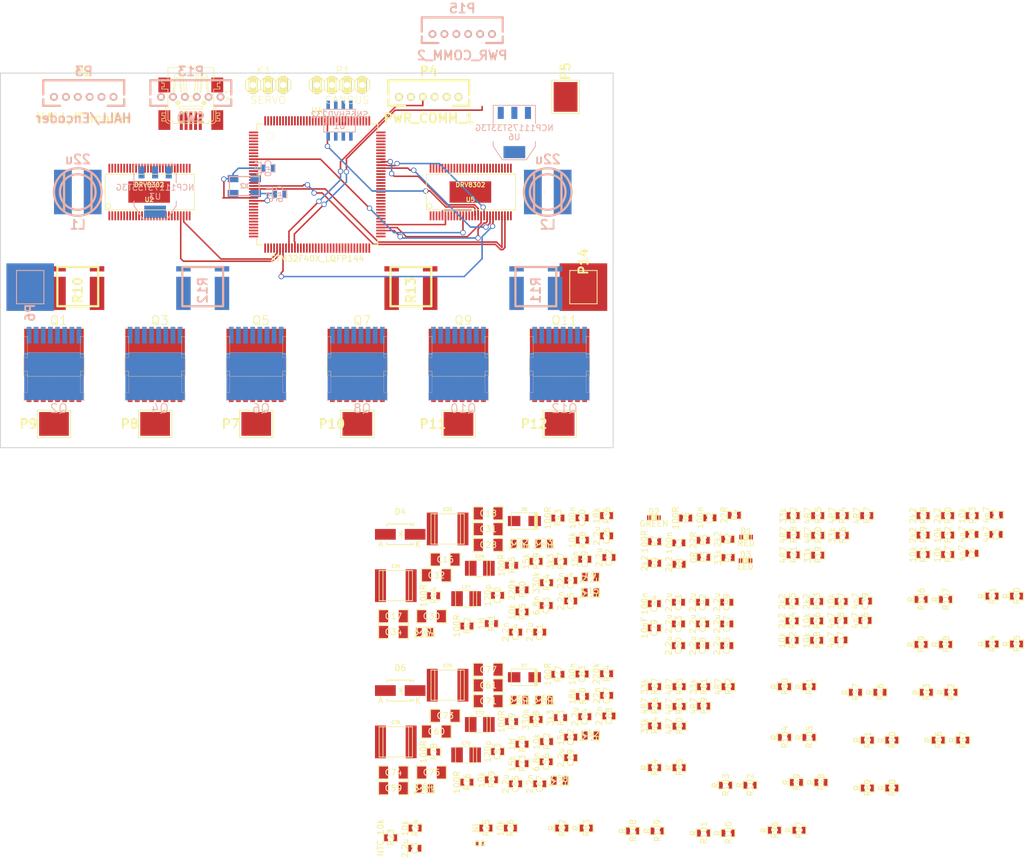
<source format=kicad_pcb>
(kicad_pcb (version 4) (host pcbnew "(2015-02-11 BZR 5414)-product")
  (layers (0 F.Cu power) (1 Ground power) (2 In2.Cu signal) (31 B.Cu signal) (34 B.Paste user) (35 F.Paste user) (36 B.SilkS user) (37 F.SilkS user) (38 B.Mask user) (39 F.Mask user) (44 Edge.Cuts user))
  (net 0 "")
  (net 1 GND)
  (net 2 /MCU/AN_IN)
  (net 3 /MCU/SERVO)
  (net 4 /MCU/ADC_TEMP)
  (net 5 VCC)
  (net 6 /Filters/TEMP_IN)
  (net 7 /Filters/HALL3_OUT)
  (net 8 /Filters/HALL2_OUT)
  (net 9 /Filters/HALL1_OUT)
  (net 10 "Net-(C9-Pad1)")
  (net 11 "Net-(C10-Pad2)")
  (net 12 "Net-(C11-Pad2)")
  (net 13 "Net-(C13-Pad2)")
  (net 14 "Net-(C14-Pad1)")
  (net 15 "Net-(C14-Pad2)")
  (net 16 "Net-(C15-Pad2)")
  (net 17 V_SUPPLY)
  (net 18 "Net-(C19-Pad2)")
  (net 19 "Net-(C20-Pad1)")
  (net 20 "Net-(C20-Pad2)")
  (net 21 "/Mosfet driver/Voltage_divider.sch/OUT")
  (net 22 "Net-(C21-Pad2)")
  (net 23 "Net-(C22-Pad2)")
  (net 24 "Net-(C23-Pad2)")
  (net 25 "Net-(C24-Pad1)")
  (net 26 "Net-(C24-Pad2)")
  (net 27 "Net-(C25-Pad1)")
  (net 28 "Net-(C25-Pad2)")
  (net 29 +5V)
  (net 30 /Filters_2/TEMP_IN)
  (net 31 /Filters_2/HALL3_OUT)
  (net 32 /Filters_2/HALL2_OUT)
  (net 33 /Filters_2/HALL1_OUT)
  (net 34 "Net-(C40-Pad1)")
  (net 35 "Net-(C41-Pad1)")
  (net 36 "Net-(C42-Pad1)")
  (net 37 NRST)
  (net 38 "Net-(C46-Pad1)")
  (net 39 "Net-(C52-Pad1)")
  (net 40 "Net-(C53-Pad2)")
  (net 41 "Net-(C54-Pad2)")
  (net 42 "Net-(C56-Pad2)")
  (net 43 "Net-(C57-Pad1)")
  (net 44 "Net-(C57-Pad2)")
  (net 45 "Net-(C58-Pad2)")
  (net 46 "Net-(C62-Pad2)")
  (net 47 "Net-(C63-Pad1)")
  (net 48 "Net-(C63-Pad2)")
  (net 49 "/Mosfet driver_2/Voltage_divider.sch/OUT")
  (net 50 "Net-(C64-Pad2)")
  (net 51 "Net-(C65-Pad2)")
  (net 52 "Net-(C66-Pad2)")
  (net 53 "Net-(C67-Pad1)")
  (net 54 "Net-(C67-Pad2)")
  (net 55 "Net-(C68-Pad1)")
  (net 56 "Net-(C68-Pad2)")
  (net 57 "Net-(D1-Pad1)")
  (net 58 "Net-(D2-Pad1)")
  (net 59 "Net-(D3-Pad1)")
  (net 60 "Net-(K1-Pad1)")
  (net 61 "/CAN bus transceiver/CANL")
  (net 62 "/CAN bus transceiver/CANH")
  (net 63 /Filters/HALL1_IN)
  (net 64 /Filters/HALL2_IN)
  (net 65 /Filters/HALL3_IN)
  (net 66 /Filters_2/HALL1_IN)
  (net 67 /Filters_2/HALL2_IN)
  (net 68 /Filters_2/HALL3_IN)
  (net 69 /MCU/ADC_EXT_1)
  (net 70 /MCU/TX_SDA_1)
  (net 71 /MCU/RX_SCL_1)
  (net 72 "/Mosfet driver/H1_VS")
  (net 73 "/Mosfet driver/H2_VS")
  (net 74 "/Mosfet driver/H3_VS")
  (net 75 "/Mosfet driver_2/H1_VS")
  (net 76 "/Mosfet driver_2/H2_VS")
  (net 77 "/Mosfet driver_2/H3_VS")
  (net 78 SWDIO)
  (net 79 "Net-(P13-Pad6)")
  (net 80 SWCLK)
  (net 81 V_SUPPLY_MOSFET)
  (net 82 "Net-(Q1-PadG)")
  (net 83 "Net-(Q2-PadG)")
  (net 84 "/Mosfet driver/H1_LOW")
  (net 85 "Net-(Q3-PadG)")
  (net 86 "Net-(Q4-PadG)")
  (net 87 "Net-(Q5-PadG)")
  (net 88 "Net-(Q6-PadG)")
  (net 89 "/Mosfet driver/H3_LOW")
  (net 90 "Net-(Q7-PadG)")
  (net 91 "Net-(Q8-PadG)")
  (net 92 "/Mosfet driver_2/H1_LOW")
  (net 93 "Net-(Q9-PadG)")
  (net 94 "Net-(Q10-PadG)")
  (net 95 "Net-(Q11-PadG)")
  (net 96 "Net-(Q12-PadG)")
  (net 97 "/Mosfet driver_2/H3_LOW")
  (net 98 "Net-(R3-Pad1)")
  (net 99 /MCU/USB_DM)
  (net 100 "Net-(R4-Pad2)")
  (net 101 /MCU/USB_DP)
  (net 102 "Net-(R5-Pad2)")
  (net 103 /MCU/LED_RED)
  (net 104 /MCU/LED_GREEN)
  (net 105 "/Mosfet driver/SH1_A")
  (net 106 "/Mosfet driver/SH1_B")
  (net 107 "/Mosfet driver_2/SH1_A")
  (net 108 "/Mosfet driver_2/SH1_B")
  (net 109 "/Mosfet driver/SH2_B")
  (net 110 "/Mosfet driver/SH2_A")
  (net 111 "/Mosfet driver_2/SH2_B")
  (net 112 "/Mosfet driver_2/SH2_A")
  (net 113 "/Mosfet driver/M_H1")
  (net 114 "/Mosfet driver/M_L1")
  (net 115 "/Mosfet driver/M_H2")
  (net 116 "/Mosfet driver/M_L2")
  (net 117 "/Mosfet driver/M_H3")
  (net 118 "/Mosfet driver/M_L3")
  (net 119 "Net-(R26-Pad1)")
  (net 120 "Net-(R34-Pad2)")
  (net 121 "Net-(R36-Pad2)")
  (net 122 "Net-(R38-Pad1)")
  (net 123 "Net-(R40-Pad2)")
  (net 124 "Net-(R41-Pad2)")
  (net 125 "/Mosfet driver/SENS1")
  (net 126 "/Mosfet driver/SENS2")
  (net 127 "/Mosfet driver/SENS3")
  (net 128 "/Mosfet driver_2/M_H1")
  (net 129 "/Mosfet driver_2/M_L1")
  (net 130 "/Mosfet driver_2/M_H2")
  (net 131 "/Mosfet driver_2/M_L2")
  (net 132 "/Mosfet driver_2/M_H3")
  (net 133 "/Mosfet driver_2/M_L3")
  (net 134 "Net-(R68-Pad2)")
  (net 135 "Net-(R70-Pad2)")
  (net 136 "Net-(R72-Pad1)")
  (net 137 "Net-(R74-Pad2)")
  (net 138 "Net-(R75-Pad2)")
  (net 139 "/Mosfet driver_2/SENS1")
  (net 140 "/Mosfet driver_2/SENS2")
  (net 141 "/Mosfet driver_2/SENS3")
  (net 142 "/CAN bus transceiver/CAN_TX")
  (net 143 "Net-(U1-Pad5)")
  (net 144 "/CAN bus transceiver/CAN_RX")
  (net 145 "/Mosfet driver/H1")
  (net 146 "/Mosfet driver/DC_CAL")
  (net 147 "/Mosfet driver/EN_GATE")
  (net 148 "/Mosfet driver/L1")
  (net 149 "/Mosfet driver/H2")
  (net 150 "/Mosfet driver/L2")
  (net 151 "/Mosfet driver/H3")
  (net 152 "/Mosfet driver/L3")
  (net 153 "Net-(U2-Pad4)")
  (net 154 "Net-(U2-Pad5)")
  (net 155 "/Mosfet driver/FAULT")
  (net 156 "/Mosfet driver/BR_SO1")
  (net 157 "/Mosfet driver/BR_SO2")
  (net 158 "Net-(U2-Pad55)")
  (net 159 "Net-(U4-Pad1)")
  (net 160 "Net-(U4-Pad2)")
  (net 161 "Net-(U4-Pad3)")
  (net 162 "Net-(U4-Pad4)")
  (net 163 "Net-(U4-Pad5)")
  (net 164 "Net-(U4-Pad7)")
  (net 165 "Net-(U4-Pad8)")
  (net 166 "Net-(U4-Pad9)")
  (net 167 "/Mosfet driver_2/DC_CAL")
  (net 168 "Net-(U4-Pad11)")
  (net 169 "Net-(U4-Pad12)")
  (net 170 "/Mosfet driver_2/BR_SO2")
  (net 171 "/Mosfet driver_2/BR_SO1")
  (net 172 "Net-(U4-Pad21)")
  (net 173 "Net-(U4-Pad22)")
  (net 174 "Net-(U4-Pad27)")
  (net 175 "Net-(U4-Pad37)")
  (net 176 "/Mosfet driver_2/L3")
  (net 177 "Net-(U4-Pad46)")
  (net 178 "Net-(U4-Pad48)")
  (net 179 "Net-(U4-Pad49)")
  (net 180 "Net-(U4-Pad50)")
  (net 181 "Net-(U4-Pad53)")
  (net 182 "Net-(U4-Pad54)")
  (net 183 "Net-(U4-Pad55)")
  (net 184 "Net-(U4-Pad56)")
  (net 185 "Net-(U4-Pad57)")
  (net 186 "Net-(U4-Pad58)")
  (net 187 "Net-(U4-Pad67)")
  (net 188 "Net-(U4-Pad68)")
  (net 189 "Net-(U4-Pad74)")
  (net 190 "/Mosfet driver_2/L2")
  (net 191 "/Mosfet driver_2/L1")
  (net 192 "/Mosfet driver_2/FAULT")
  (net 193 "Net-(U4-Pad78)")
  (net 194 "Net-(U4-Pad79)")
  (net 195 "Net-(U4-Pad80)")
  (net 196 "Net-(U4-Pad81)")
  (net 197 "Net-(U4-Pad82)")
  (net 198 "Net-(U4-Pad85)")
  (net 199 "Net-(U4-Pad86)")
  (net 200 "Net-(U4-Pad87)")
  (net 201 "Net-(U4-Pad88)")
  (net 202 "Net-(U4-Pad89)")
  (net 203 "Net-(U4-Pad90)")
  (net 204 "Net-(U4-Pad91)")
  (net 205 "Net-(U4-Pad92)")
  (net 206 "Net-(U4-Pad93)")
  (net 207 "/Mosfet driver_2/H3")
  (net 208 "/Mosfet driver_2/H2")
  (net 209 "/Mosfet driver_2/H1")
  (net 210 "Net-(U4-Pad99)")
  (net 211 "Net-(U4-Pad100)")
  (net 212 "Net-(U4-Pad101)")
  (net 213 "Net-(U4-Pad102)")
  (net 214 "Net-(U4-Pad110)")
  (net 215 "Net-(U4-Pad117)")
  (net 216 "Net-(U4-Pad118)")
  (net 217 "/Mosfet driver_2/EN_GATE")
  (net 218 "Net-(U4-Pad124)")
  (net 219 "Net-(U4-Pad125)")
  (net 220 "Net-(U4-Pad126)")
  (net 221 "Net-(U4-Pad127)")
  (net 222 "Net-(U4-Pad128)")
  (net 223 "Net-(U4-Pad129)")
  (net 224 "Net-(U4-Pad132)")
  (net 225 "Net-(U4-Pad133)")
  (net 226 "Net-(U4-Pad134)")
  (net 227 "Net-(U4-Pad141)")
  (net 228 "Net-(U4-Pad142)")
  (net 229 "Net-(U5-Pad4)")
  (net 230 "Net-(U5-Pad5)")
  (net 231 "Net-(U5-Pad55)")
  (net 232 "Net-(X1-Pad4)")
  (net 233 /MCU/ADC_EXT_2)
  (net 234 /MCU/TX_SDA_2)
  (net 235 /MCU/RX_SCL_2)
  (module SMD_Packages:SMD-1206 (layer F.Cu) (at 110.518809 144.088001)
    (fp_text reference C16 (at 0 0) (layer F.SilkS))
    (fp_text value 10u,50V hide)
    (pad 1 smd rect (at -1.651 0) (size 1.524 2.032) (layers F.Cu F.Paste F.Mask) (net 17 V_SUPPLY))
    (pad 2 smd rect (at 1.651 0) (size 1.524 2.032) (layers F.Cu F.Paste F.Mask) (net 1 GND))
  )
  (module w_smd_cap:c_2220 (layer F.Cu) (at 110.92012 138.941336)
    (fp_text reference C33 (at 0 -3.302) (layer F.SilkS) (effects (font (size 0.50038 0.50038) (thickness 0.11938))))
    (fp_text value "15u, 100v" hide)
    (pad 1 smd rect (at 2.57556 0) (size 1.84912 5.4991) (layers F.Cu F.Paste F.Mask) (net 1 GND))
    (pad 2 smd rect (at -2.57556 0) (size 1.84912 5.4991) (layers F.Cu F.Paste F.Mask) (net 17 V_SUPPLY))
  )
  (module w_smd_cap:c_2220 (layer F.Cu) (at 102.21012 148.481336)
    (fp_text reference C35 (at 0 -3.302) (layer F.SilkS) (effects (font (size 0.50038 0.50038) (thickness 0.11938))))
    (fp_text value 15u,100V hide)
    (pad 1 smd rect (at 2.57556 0) (size 1.84912 5.4991) (layers F.Cu F.Paste F.Mask) (net 1 GND))
    (pad 2 smd rect (at -2.57556 0) (size 1.84912 5.4991) (layers F.Cu F.Paste F.Mask) (net 17 V_SUPPLY))
  )
  (module SMD_Packages:SMD-0603_c (layer B.Cu) (at 80.75 78.27)
    (fp_text reference C40 (at 0 0 270) (layer B.SilkS) (effects (justify mirror)))
    (fp_text value 15p (at -1.651 0 270) (layer B.SilkS) (effects (justify mirror)))
    (pad 1 smd rect (at -0.762 0) (size 0.635 1.143) (layers B.Cu B.Paste B.Mask) (net 34 "Net-(C40-Pad1)"))
    (pad 2 smd rect (at 0.762 0) (size 0.635 1.143) (layers B.Cu B.Paste B.Mask) (net 1 GND))
  )
  (module SMD_Packages:SMD-0603_c (layer B.Cu) (at 82.69 82.62)
    (fp_text reference C46 (at 0 0 270) (layer B.SilkS) (effects (justify mirror)))
    (fp_text value 15p (at -1.651 0 270) (layer B.SilkS) (effects (justify mirror)))
    (pad 1 smd rect (at -0.762 0) (size 0.635 1.143) (layers B.Cu B.Paste B.Mask) (net 38 "Net-(C46-Pad1)"))
    (pad 2 smd rect (at 0.762 0) (size 0.635 1.143) (layers B.Cu B.Paste B.Mask) (net 1 GND))
  )
  (module w_smd_cap:c_2220 (layer F.Cu) (at 102.21012 174.761336)
    (fp_text reference C76 (at 0 -3.302) (layer F.SilkS) (effects (font (size 0.50038 0.50038) (thickness 0.11938))))
    (fp_text value "15u, 100v" hide)
    (pad 1 smd rect (at 2.57556 0) (size 1.84912 5.4991) (layers F.Cu F.Paste F.Mask) (net 1 GND))
    (pad 2 smd rect (at -2.57556 0) (size 1.84912 5.4991) (layers F.Cu F.Paste F.Mask) (net 17 V_SUPPLY))
  )
  (module w_smd_cap:c_2220 (layer F.Cu) (at 110.92012 165.221336)
    (fp_text reference C78 (at 0 -3.302) (layer F.SilkS) (effects (font (size 0.50038 0.50038) (thickness 0.11938))))
    (fp_text value 15u,100V hide)
    (pad 1 smd rect (at 2.57556 0) (size 1.84912 5.4991) (layers F.Cu F.Paste F.Mask) (net 1 GND))
    (pad 2 smd rect (at -2.57556 0) (size 1.84912 5.4991) (layers F.Cu F.Paste F.Mask) (net 17 V_SUPPLY))
  )
  (module Diodes_SMD:Diode-SMA_Handsoldering (layer F.Cu) (at 102.95942 139.845)
    (fp_text reference D4 (at 0 -3.81) (layer F.SilkS))
    (fp_text value DIODESCH hide)
    (fp_text user A (at -3.29946 1.6002) (layer F.SilkS))
    (fp_text user K (at 2.99974 1.69926) (layer F.SilkS))
    (pad 1 smd rect (at -2.49936 0) (size 3.50012 1.80086) (layers F.Cu F.Paste F.Mask) (net 1 GND))
    (pad 2 smd rect (at 2.49936 0) (size 3.50012 1.80086) (layers F.Cu F.Paste F.Mask) (net 19 "Net-(C20-Pad1)"))
  )
  (module Diodes_SMD:Diode-SMA_Handsoldering (layer F.Cu) (at 102.95942 166.125)
    (fp_text reference D6 (at 0 -3.81) (layer F.SilkS))
    (fp_text value DIODESCH hide)
    (fp_text user A (at -3.29946 1.6002) (layer F.SilkS))
    (fp_text user K (at 2.99974 1.69926) (layer F.SilkS))
    (pad 1 smd rect (at -2.49936 0) (size 3.50012 1.80086) (layers F.Cu F.Paste F.Mask) (net 1 GND))
    (pad 2 smd rect (at 2.49936 0) (size 3.50012 1.80086) (layers F.Cu F.Paste F.Mask) (net 47 "Net-(C63-Pad1)"))
  )
  (module CRF1:pinhead-1X03 (layer F.Cu) (at 80.75 64.27)
    (fp_text reference K1 (at -0.7112 -2.4638) (layer F.SilkS) (effects (font (size 1.27 1.27) (thickness 0.0889))))
    (fp_text value SERVO (at 0 2.54) (layer F.SilkS) (effects (font (size 1.27 1.27) (thickness 0.0889))))
    (pad 1 thru_hole oval (at -2.54 0) (size 1.524 3.048) (drill 1.016) (layers *.Cu *.Mask F.SilkS) (net 60 "Net-(K1-Pad1)"))
    (pad 2 thru_hole oval (at 0 0) (size 1.524 3.048) (drill 1.016) (layers *.Cu *.Mask F.SilkS) (net 29 +5V))
    (pad 3 thru_hole oval (at 2.54 0) (size 1.524 3.048) (drill 1.016) (layers *.Cu *.Mask F.SilkS) (net 1 GND))
  )
  (module w_smd_inductors:inductor_smd_8x5mm (layer B.Cu) (at 48.75 82.27)
    (fp_text reference L1 (at 0 5.4991) (layer B.SilkS) (effects (font (thickness 0.3048)) (justify mirror)))
    (fp_text value 22u (at 0 -5.4991) (layer B.SilkS) (effects (font (thickness 0.3048)) (justify mirror)))
    (pad 1 smd rect (at -2.49936 0) (size 2.9972 7.49808) (layers B.Cu B.Paste B.Mask) (net 19 "Net-(C20-Pad1)"))
    (pad 2 smd rect (at 2.49936 0) (size 2.9972 7.49808) (layers B.Cu B.Paste B.Mask) (net 29 +5V))
  )
  (module w_smd_inductors:inductor_smd_8x5mm (layer B.Cu) (at 127.75 82.27)
    (fp_text reference L2 (at 0 5.4991) (layer B.SilkS) (effects (font (thickness 0.3048)) (justify mirror)))
    (fp_text value 22u (at 0 -5.4991) (layer B.SilkS) (effects (font (thickness 0.3048)) (justify mirror)))
    (pad 1 smd rect (at -2.49936 0) (size 2.9972 7.49808) (layers B.Cu B.Paste B.Mask) (net 47 "Net-(C63-Pad1)"))
    (pad 2 smd rect (at 2.49936 0) (size 2.9972 7.49808) (layers B.Cu B.Paste B.Mask) (net 29 +5V))
  )
  (module CRF1:pinhead-1X04 (layer F.Cu) (at 92.75 64.27)
    (fp_text reference P1 (at 0.5588 -2.4638) (layer F.SilkS) (effects (font (size 1.27 1.27) (thickness 0.0889))))
    (fp_text value CANBUS (at 1.27 2.54) (layer F.SilkS) (effects (font (size 1.27 1.27) (thickness 0.0889))))
    (pad 2 thru_hole oval (at -1.27 0) (size 1.524 3.048) (drill 1.016) (layers *.Cu *.Mask F.SilkS) (net 61 "/CAN bus transceiver/CANL"))
    (pad 1 thru_hole oval (at -3.81 0) (size 1.524 3.048) (drill 1.016) (layers *.Cu *.Mask F.SilkS) (net 1 GND))
    (pad 3 thru_hole oval (at 1.27 0) (size 1.524 3.048) (drill 1.016) (layers *.Cu *.Mask F.SilkS) (net 62 "/CAN bus transceiver/CANH"))
    (pad 4 thru_hole oval (at 3.81 0) (size 1.524 3.048) (drill 1.016) (layers *.Cu *.Mask F.SilkS) (net 29 +5V))
  )
  (module CRF1:MICRO_JST_6 (layer F.Cu) (at 49.75 66.27)
    (fp_text reference P2 (at 0 -4.30022) (layer F.SilkS) (effects (font (thickness 0.3048))))
    (fp_text value HALL/Encoder (at 0 3.59918) (layer F.SilkS) (effects (font (thickness 0.3048))))
    (pad 3 thru_hole circle (at -1.00076 0) (size 1.30048 1.30048) (drill 0.70104) (layers *.Cu *.Mask F.SilkS) (net 63 /Filters/HALL1_IN))
    (pad 4 thru_hole circle (at 1.00076 0) (size 1.30048 1.30048) (drill 0.70104) (layers *.Cu *.Mask F.SilkS) (net 64 /Filters/HALL2_IN))
    (pad 5 thru_hole circle (at 2.99974 0) (size 1.30048 1.30048) (drill 0.70104) (layers *.Cu *.Mask F.SilkS) (net 65 /Filters/HALL3_IN))
    (pad 6 thru_hole circle (at 5.00126 0) (size 1.30048 1.30048) (drill 0.70104) (layers *.Cu *.Mask F.SilkS) (net 1 GND))
    (pad 2 thru_hole circle (at -2.99974 0) (size 1.30048 1.30048) (drill 0.70104) (layers *.Cu *.Mask F.SilkS) (net 6 /Filters/TEMP_IN))
    (pad 1 thru_hole circle (at -5.00126 0) (size 1.30048 1.30048) (drill 0.70104) (layers *.Cu *.Mask F.SilkS) (net 29 +5V))
  )
  (module CRF1:MICRO_JST_6 (layer B.Cu) (at 49.75 66.27 180)
    (fp_text reference P3 (at 0 4.30022 180) (layer B.SilkS) (effects (font (thickness 0.3048)) (justify mirror)))
    (fp_text value HALL/Encoder (at 0 -3.59918 180) (layer B.SilkS) (effects (font (thickness 0.3048)) (justify mirror)))
    (pad 3 thru_hole circle (at -1.00076 0 180) (size 1.30048 1.30048) (drill 0.70104) (layers *.Cu *.Mask B.SilkS) (net 66 /Filters_2/HALL1_IN))
    (pad 4 thru_hole circle (at 1.00076 0 180) (size 1.30048 1.30048) (drill 0.70104) (layers *.Cu *.Mask B.SilkS) (net 67 /Filters_2/HALL2_IN))
    (pad 5 thru_hole circle (at 2.99974 0 180) (size 1.30048 1.30048) (drill 0.70104) (layers *.Cu *.Mask B.SilkS) (net 68 /Filters_2/HALL3_IN))
    (pad 6 thru_hole circle (at 5.00126 0 180) (size 1.30048 1.30048) (drill 0.70104) (layers *.Cu *.Mask B.SilkS) (net 1 GND))
    (pad 2 thru_hole circle (at -2.99974 0 180) (size 1.30048 1.30048) (drill 0.70104) (layers *.Cu *.Mask B.SilkS) (net 30 /Filters_2/TEMP_IN))
    (pad 1 thru_hole circle (at -5.00126 0 180) (size 1.30048 1.30048) (drill 0.70104) (layers *.Cu *.Mask B.SilkS) (net 29 +5V))
  )
  (module CRF1:MICRO_JST_6 (layer F.Cu) (at 107.75 66.27)
    (fp_text reference P4 (at 0 -4.30022) (layer F.SilkS) (effects (font (thickness 0.3048))))
    (fp_text value PWR_COMM_1 (at 0 3.59918) (layer F.SilkS) (effects (font (thickness 0.3048))))
    (pad 3 thru_hole circle (at -1.00076 0) (size 1.30048 1.30048) (drill 0.70104) (layers *.Cu *.Mask F.SilkS) (net 69 /MCU/ADC_EXT_1))
    (pad 4 thru_hole circle (at 1.00076 0) (size 1.30048 1.30048) (drill 0.70104) (layers *.Cu *.Mask F.SilkS) (net 1 GND))
    (pad 5 thru_hole circle (at 2.99974 0) (size 1.30048 1.30048) (drill 0.70104) (layers *.Cu *.Mask F.SilkS) (net 5 VCC))
    (pad 6 thru_hole circle (at 5.00126 0) (size 1.30048 1.30048) (drill 0.70104) (layers *.Cu *.Mask F.SilkS) (net 29 +5V))
    (pad 2 thru_hole circle (at -2.99974 0) (size 1.30048 1.30048) (drill 0.70104) (layers *.Cu *.Mask F.SilkS) (net 70 /MCU/TX_SDA_1))
    (pad 1 thru_hole circle (at -5.00126 0) (size 1.30048 1.30048) (drill 0.70104) (layers *.Cu *.Mask F.SilkS) (net 71 /MCU/RX_SCL_1))
  )
  (module CRF1:1PAD_4x5mm (layer F.Cu) (at 130.75 66.27)
    (fp_text reference P5 (at 0 -4.3 270) (layer F.SilkS) (effects (font (thickness 0.3048))))
    (fp_text value IN+ hide)
    (pad 1 smd rect (at 0 0) (size 4 5) (layers F.Cu F.Paste F.Mask) (net 17 V_SUPPLY))
  )
  (module CRF1:1PAD_4x5mm (layer B.Cu) (at 40.75 98.27)
    (fp_text reference P6 (at 0 4.3 90) (layer B.SilkS) (effects (font (thickness 0.3048)) (justify mirror)))
    (fp_text value IN- hide)
    (pad 1 smd rect (at 0 0) (size 8 8) (layers B.Cu B.Paste B.Mask) (net 1 GND))
  )
  (module CRF1:1PAD_4x5mm (layer F.Cu) (at 78.75 121.27 90)
    (fp_text reference P7 (at 0 -4.3 360) (layer F.SilkS) (effects (font (thickness 0.3048))))
    (fp_text value MOTOR3 hide)
    (pad 1 smd rect (at 0 0 90) (size 4 5) (layers F.Cu F.Paste F.Mask) (net 72 "/Mosfet driver/H1_VS"))
  )
  (module CRF1:1PAD_4x5mm (layer F.Cu) (at 61.75 121.27 90)
    (fp_text reference P8 (at 0 -4.3 360) (layer F.SilkS) (effects (font (thickness 0.3048))))
    (fp_text value MOTOR2 hide)
    (pad 1 smd rect (at 0 0 90) (size 4 5) (layers F.Cu F.Paste F.Mask) (net 73 "/Mosfet driver/H2_VS"))
  )
  (module CRF1:1PAD_4x5mm (layer F.Cu) (at 44.75 121.27 90)
    (fp_text reference P9 (at 0 -4.3 360) (layer F.SilkS) (effects (font (thickness 0.3048))))
    (fp_text value MOTOR1 hide)
    (pad 1 smd rect (at 0 0 90) (size 4 5) (layers F.Cu F.Paste F.Mask) (net 74 "/Mosfet driver/H3_VS"))
  )
  (module CRF1:1PAD_4x5mm (layer F.Cu) (at 95.75 121.27 90)
    (fp_text reference P10 (at 0 -4.3 360) (layer F.SilkS) (effects (font (thickness 0.3048))))
    (fp_text value MOTOR3 hide)
    (pad 1 smd rect (at 0 0 90) (size 4 5) (layers F.Cu F.Paste F.Mask) (net 75 "/Mosfet driver_2/H1_VS"))
  )
  (module CRF1:1PAD_4x5mm (layer F.Cu) (at 112.75 121.27 90)
    (fp_text reference P11 (at 0 -4.3 360) (layer F.SilkS) (effects (font (thickness 0.3048))))
    (fp_text value MOTOR2 hide)
    (pad 1 smd rect (at 0 0 90) (size 4 5) (layers F.Cu F.Paste F.Mask) (net 76 "/Mosfet driver_2/H2_VS"))
  )
  (module CRF1:1PAD_4x5mm (layer F.Cu) (at 129.75 121.27 90)
    (fp_text reference P12 (at 0 -4.3 360) (layer F.SilkS) (effects (font (thickness 0.3048))))
    (fp_text value MOTOR1 hide)
    (pad 1 smd rect (at 0 0 90) (size 4 5) (layers F.Cu F.Paste F.Mask) (net 77 "/Mosfet driver_2/H3_VS"))
  )
  (module CRF1:MICRO_JST_6 (layer B.Cu) (at 67.75 66.27 180)
    (fp_text reference P13 (at 0 4.30022 180) (layer B.SilkS) (effects (font (thickness 0.3048)) (justify mirror)))
    (fp_text value SWD (at 0 -3.59918 180) (layer B.SilkS) (effects (font (thickness 0.3048)) (justify mirror)))
    (pad 3 thru_hole circle (at -1.00076 0 180) (size 1.30048 1.30048) (drill 0.70104) (layers *.Cu *.Mask B.SilkS) (net 1 GND))
    (pad 4 thru_hole circle (at 1.00076 0 180) (size 1.30048 1.30048) (drill 0.70104) (layers *.Cu *.Mask B.SilkS) (net 78 SWDIO))
    (pad 5 thru_hole circle (at 2.99974 0 180) (size 1.30048 1.30048) (drill 0.70104) (layers *.Cu *.Mask B.SilkS) (net 37 NRST))
    (pad 6 thru_hole circle (at 5.00126 0 180) (size 1.30048 1.30048) (drill 0.70104) (layers *.Cu *.Mask B.SilkS) (net 79 "Net-(P13-Pad6)"))
    (pad 2 thru_hole circle (at -2.99974 0 180) (size 1.30048 1.30048) (drill 0.70104) (layers *.Cu *.Mask B.SilkS) (net 80 SWCLK))
    (pad 1 thru_hole circle (at -5.00126 0 180) (size 1.30048 1.30048) (drill 0.70104) (layers *.Cu *.Mask B.SilkS) (net 5 VCC))
  )
  (module CRF1:1PAD_4x5mm (layer F.Cu) (at 133.75 98.27)
    (fp_text reference P14 (at 0 -4.3 270) (layer F.SilkS) (effects (font (thickness 0.3048))))
    (fp_text value IN+ hide)
    (pad 1 smd rect (at 0 0) (size 8 8) (layers F.Cu F.Paste F.Mask) (net 81 V_SUPPLY_MOSFET))
  )
  (module CRF1:MICRO_JST_6 (layer B.Cu) (at 113.38 55.7 180)
    (fp_text reference P15 (at 0 4.30022 180) (layer B.SilkS) (effects (font (thickness 0.3048)) (justify mirror)))
    (fp_text value PWR_COMM_2 (at 0 -3.59918 180) (layer B.SilkS) (effects (font (thickness 0.3048)) (justify mirror)))
    (pad 3 thru_hole circle (at -1.00076 0 180) (size 1.30048 1.30048) (drill 0.70104) (layers *.Cu *.Mask B.SilkS) (net 233 /MCU/ADC_EXT_2))
    (pad 4 thru_hole circle (at 1.00076 0 180) (size 1.30048 1.30048) (drill 0.70104) (layers *.Cu *.Mask B.SilkS) (net 1 GND))
    (pad 5 thru_hole circle (at 2.99974 0 180) (size 1.30048 1.30048) (drill 0.70104) (layers *.Cu *.Mask B.SilkS) (net 5 VCC))
    (pad 6 thru_hole circle (at 5.00126 0 180) (size 1.30048 1.30048) (drill 0.70104) (layers *.Cu *.Mask B.SilkS) (net 29 +5V))
    (pad 2 thru_hole circle (at -2.99974 0 180) (size 1.30048 1.30048) (drill 0.70104) (layers *.Cu *.Mask B.SilkS) (net 234 /MCU/TX_SDA_2))
    (pad 1 thru_hole circle (at -5.00126 0 180) (size 1.30048 1.30048) (drill 0.70104) (layers *.Cu *.Mask B.SilkS) (net 235 /MCU/RX_SCL_2))
  )
  (module H-PSOF:H-PSOF-8L (layer F.Cu) (at 44.75 113.27)
    (fp_text reference Q1 (at 0.8 -9.4) (layer F.SilkS) (effects (font (size 1.5 1.5))))
    (fp_text value FDBL0630N150)
    (pad D smd trapezoid (at 0 -4) (size 10 8) (layers F.Cu F.Paste F.Mask) (net 81 V_SUPPLY_MOSFET))
    (pad S smd trapezoid (at 4.2 2.92) (size 0.8 2.8) (layers F.Cu F.Paste F.Mask) (net 72 "/Mosfet driver/H1_VS"))
    (pad S smd trapezoid (at 3 2.92) (size 0.8 2.8) (layers F.Cu F.Paste F.Mask) (net 72 "/Mosfet driver/H1_VS"))
    (pad S smd trapezoid (at 1.8 2.92) (size 0.8 2.8) (layers F.Cu F.Paste F.Mask) (net 72 "/Mosfet driver/H1_VS"))
    (pad S smd trapezoid (at 0.6 2.92) (size 0.8 2.8) (layers F.Cu F.Paste F.Mask) (net 72 "/Mosfet driver/H1_VS"))
    (pad S smd trapezoid (at -0.6 2.92) (size 0.8 2.8) (layers F.Cu F.Paste F.Mask) (net 72 "/Mosfet driver/H1_VS"))
    (pad S smd trapezoid (at -1.8 2.92) (size 0.8 2.8) (layers F.Cu F.Paste F.Mask) (net 72 "/Mosfet driver/H1_VS"))
    (pad S smd trapezoid (at -3 2.92) (size 0.8 2.8) (layers F.Cu F.Paste F.Mask) (net 72 "/Mosfet driver/H1_VS"))
    (pad G smd trapezoid (at -4.2 2.92) (size 0.8 2.8) (layers F.Cu F.Paste F.Mask) (net 82 "Net-(Q1-PadG)"))
  )
  (module H-PSOF:H-PSOF-8L (layer B.Cu) (at 44.75 109.27)
    (fp_text reference Q2 (at 0.8 9.4) (layer B.SilkS) (effects (font (size 1.5 1.5)) (justify mirror)))
    (fp_text value FDBL0630N150)
    (pad D smd trapezoid (at 0 4) (size 10 8) (layers B.Cu B.Paste B.Mask) (net 72 "/Mosfet driver/H1_VS"))
    (pad S smd trapezoid (at 4.2 -2.92) (size 0.8 2.8) (layers B.Cu B.Paste B.Mask) (net 84 "/Mosfet driver/H1_LOW"))
    (pad S smd trapezoid (at 3 -2.92) (size 0.8 2.8) (layers B.Cu B.Paste B.Mask) (net 84 "/Mosfet driver/H1_LOW"))
    (pad S smd trapezoid (at 1.8 -2.92) (size 0.8 2.8) (layers B.Cu B.Paste B.Mask) (net 84 "/Mosfet driver/H1_LOW"))
    (pad S smd trapezoid (at 0.6 -2.92) (size 0.8 2.8) (layers B.Cu B.Paste B.Mask) (net 84 "/Mosfet driver/H1_LOW"))
    (pad S smd trapezoid (at -0.6 -2.92) (size 0.8 2.8) (layers B.Cu B.Paste B.Mask) (net 84 "/Mosfet driver/H1_LOW"))
    (pad S smd trapezoid (at -1.8 -2.92) (size 0.8 2.8) (layers B.Cu B.Paste B.Mask) (net 84 "/Mosfet driver/H1_LOW"))
    (pad S smd trapezoid (at -3 -2.92) (size 0.8 2.8) (layers B.Cu B.Paste B.Mask) (net 84 "/Mosfet driver/H1_LOW"))
    (pad G smd trapezoid (at -4.2 -2.92) (size 0.8 2.8) (layers B.Cu B.Paste B.Mask) (net 83 "Net-(Q2-PadG)"))
  )
  (module H-PSOF:H-PSOF-8L (layer F.Cu) (at 61.75 113.27)
    (fp_text reference Q3 (at 0.8 -9.4) (layer F.SilkS) (effects (font (size 1.5 1.5))))
    (fp_text value FDBL0630N150)
    (pad D smd trapezoid (at 0 -4) (size 10 8) (layers F.Cu F.Paste F.Mask) (net 81 V_SUPPLY_MOSFET))
    (pad S smd trapezoid (at 4.2 2.92) (size 0.8 2.8) (layers F.Cu F.Paste F.Mask) (net 73 "/Mosfet driver/H2_VS"))
    (pad S smd trapezoid (at 3 2.92) (size 0.8 2.8) (layers F.Cu F.Paste F.Mask) (net 73 "/Mosfet driver/H2_VS"))
    (pad S smd trapezoid (at 1.8 2.92) (size 0.8 2.8) (layers F.Cu F.Paste F.Mask) (net 73 "/Mosfet driver/H2_VS"))
    (pad S smd trapezoid (at 0.6 2.92) (size 0.8 2.8) (layers F.Cu F.Paste F.Mask) (net 73 "/Mosfet driver/H2_VS"))
    (pad S smd trapezoid (at -0.6 2.92) (size 0.8 2.8) (layers F.Cu F.Paste F.Mask) (net 73 "/Mosfet driver/H2_VS"))
    (pad S smd trapezoid (at -1.8 2.92) (size 0.8 2.8) (layers F.Cu F.Paste F.Mask) (net 73 "/Mosfet driver/H2_VS"))
    (pad S smd trapezoid (at -3 2.92) (size 0.8 2.8) (layers F.Cu F.Paste F.Mask) (net 73 "/Mosfet driver/H2_VS"))
    (pad G smd trapezoid (at -4.2 2.92) (size 0.8 2.8) (layers F.Cu F.Paste F.Mask) (net 85 "Net-(Q3-PadG)"))
  )
  (module H-PSOF:H-PSOF-8L (layer B.Cu) (at 61.75 109.27)
    (fp_text reference Q4 (at 0.8 9.4) (layer B.SilkS) (effects (font (size 1.5 1.5)) (justify mirror)))
    (fp_text value FDBL0630N150)
    (pad D smd trapezoid (at 0 4) (size 10 8) (layers B.Cu B.Paste B.Mask) (net 73 "/Mosfet driver/H2_VS"))
    (pad S smd trapezoid (at 4.2 -2.92) (size 0.8 2.8) (layers B.Cu B.Paste B.Mask) (net 1 GND))
    (pad S smd trapezoid (at 3 -2.92) (size 0.8 2.8) (layers B.Cu B.Paste B.Mask) (net 1 GND))
    (pad S smd trapezoid (at 1.8 -2.92) (size 0.8 2.8) (layers B.Cu B.Paste B.Mask) (net 1 GND))
    (pad S smd trapezoid (at 0.6 -2.92) (size 0.8 2.8) (layers B.Cu B.Paste B.Mask) (net 1 GND))
    (pad S smd trapezoid (at -0.6 -2.92) (size 0.8 2.8) (layers B.Cu B.Paste B.Mask) (net 1 GND))
    (pad S smd trapezoid (at -1.8 -2.92) (size 0.8 2.8) (layers B.Cu B.Paste B.Mask) (net 1 GND))
    (pad S smd trapezoid (at -3 -2.92) (size 0.8 2.8) (layers B.Cu B.Paste B.Mask) (net 1 GND))
    (pad G smd trapezoid (at -4.2 -2.92) (size 0.8 2.8) (layers B.Cu B.Paste B.Mask) (net 86 "Net-(Q4-PadG)"))
  )
  (module H-PSOF:H-PSOF-8L (layer F.Cu) (at 78.75 113.27)
    (fp_text reference Q5 (at 0.8 -9.4) (layer F.SilkS) (effects (font (size 1.5 1.5))))
    (fp_text value FDBL0630N150)
    (pad D smd trapezoid (at 0 -4) (size 10 8) (layers F.Cu F.Paste F.Mask) (net 81 V_SUPPLY_MOSFET))
    (pad S smd trapezoid (at 4.2 2.92) (size 0.8 2.8) (layers F.Cu F.Paste F.Mask) (net 74 "/Mosfet driver/H3_VS"))
    (pad S smd trapezoid (at 3 2.92) (size 0.8 2.8) (layers F.Cu F.Paste F.Mask) (net 74 "/Mosfet driver/H3_VS"))
    (pad S smd trapezoid (at 1.8 2.92) (size 0.8 2.8) (layers F.Cu F.Paste F.Mask) (net 74 "/Mosfet driver/H3_VS"))
    (pad S smd trapezoid (at 0.6 2.92) (size 0.8 2.8) (layers F.Cu F.Paste F.Mask) (net 74 "/Mosfet driver/H3_VS"))
    (pad S smd trapezoid (at -0.6 2.92) (size 0.8 2.8) (layers F.Cu F.Paste F.Mask) (net 74 "/Mosfet driver/H3_VS"))
    (pad S smd trapezoid (at -1.8 2.92) (size 0.8 2.8) (layers F.Cu F.Paste F.Mask) (net 74 "/Mosfet driver/H3_VS"))
    (pad S smd trapezoid (at -3 2.92) (size 0.8 2.8) (layers F.Cu F.Paste F.Mask) (net 74 "/Mosfet driver/H3_VS"))
    (pad G smd trapezoid (at -4.2 2.92) (size 0.8 2.8) (layers F.Cu F.Paste F.Mask) (net 87 "Net-(Q5-PadG)"))
  )
  (module H-PSOF:H-PSOF-8L (layer B.Cu) (at 78.75 109.27)
    (fp_text reference Q6 (at 0.8 9.4) (layer B.SilkS) (effects (font (size 1.5 1.5)) (justify mirror)))
    (fp_text value FDBL0630N150)
    (pad D smd trapezoid (at 0 4) (size 10 8) (layers B.Cu B.Paste B.Mask) (net 74 "/Mosfet driver/H3_VS"))
    (pad S smd trapezoid (at 4.2 -2.92) (size 0.8 2.8) (layers B.Cu B.Paste B.Mask) (net 89 "/Mosfet driver/H3_LOW"))
    (pad S smd trapezoid (at 3 -2.92) (size 0.8 2.8) (layers B.Cu B.Paste B.Mask) (net 89 "/Mosfet driver/H3_LOW"))
    (pad S smd trapezoid (at 1.8 -2.92) (size 0.8 2.8) (layers B.Cu B.Paste B.Mask) (net 89 "/Mosfet driver/H3_LOW"))
    (pad S smd trapezoid (at 0.6 -2.92) (size 0.8 2.8) (layers B.Cu B.Paste B.Mask) (net 89 "/Mosfet driver/H3_LOW"))
    (pad S smd trapezoid (at -0.6 -2.92) (size 0.8 2.8) (layers B.Cu B.Paste B.Mask) (net 89 "/Mosfet driver/H3_LOW"))
    (pad S smd trapezoid (at -1.8 -2.92) (size 0.8 2.8) (layers B.Cu B.Paste B.Mask) (net 89 "/Mosfet driver/H3_LOW"))
    (pad S smd trapezoid (at -3 -2.92) (size 0.8 2.8) (layers B.Cu B.Paste B.Mask) (net 89 "/Mosfet driver/H3_LOW"))
    (pad G smd trapezoid (at -4.2 -2.92) (size 0.8 2.8) (layers B.Cu B.Paste B.Mask) (net 88 "Net-(Q6-PadG)"))
  )
  (module H-PSOF:H-PSOF-8L (layer F.Cu) (at 95.75 113.27)
    (fp_text reference Q7 (at 0.8 -9.4) (layer F.SilkS) (effects (font (size 1.5 1.5))))
    (fp_text value FDBL0630N150)
    (pad D smd trapezoid (at 0 -4) (size 10 8) (layers F.Cu F.Paste F.Mask) (net 81 V_SUPPLY_MOSFET))
    (pad S smd trapezoid (at 4.2 2.92) (size 0.8 2.8) (layers F.Cu F.Paste F.Mask) (net 75 "/Mosfet driver_2/H1_VS"))
    (pad S smd trapezoid (at 3 2.92) (size 0.8 2.8) (layers F.Cu F.Paste F.Mask) (net 75 "/Mosfet driver_2/H1_VS"))
    (pad S smd trapezoid (at 1.8 2.92) (size 0.8 2.8) (layers F.Cu F.Paste F.Mask) (net 75 "/Mosfet driver_2/H1_VS"))
    (pad S smd trapezoid (at 0.6 2.92) (size 0.8 2.8) (layers F.Cu F.Paste F.Mask) (net 75 "/Mosfet driver_2/H1_VS"))
    (pad S smd trapezoid (at -0.6 2.92) (size 0.8 2.8) (layers F.Cu F.Paste F.Mask) (net 75 "/Mosfet driver_2/H1_VS"))
    (pad S smd trapezoid (at -1.8 2.92) (size 0.8 2.8) (layers F.Cu F.Paste F.Mask) (net 75 "/Mosfet driver_2/H1_VS"))
    (pad S smd trapezoid (at -3 2.92) (size 0.8 2.8) (layers F.Cu F.Paste F.Mask) (net 75 "/Mosfet driver_2/H1_VS"))
    (pad G smd trapezoid (at -4.2 2.92) (size 0.8 2.8) (layers F.Cu F.Paste F.Mask) (net 90 "Net-(Q7-PadG)"))
  )
  (module H-PSOF:H-PSOF-8L (layer B.Cu) (at 95.75 109.27)
    (fp_text reference Q8 (at 0.8 9.4) (layer B.SilkS) (effects (font (size 1.5 1.5)) (justify mirror)))
    (fp_text value FDBL0630N150)
    (pad D smd trapezoid (at 0 4) (size 10 8) (layers B.Cu B.Paste B.Mask) (net 75 "/Mosfet driver_2/H1_VS"))
    (pad S smd trapezoid (at 4.2 -2.92) (size 0.8 2.8) (layers B.Cu B.Paste B.Mask) (net 92 "/Mosfet driver_2/H1_LOW"))
    (pad S smd trapezoid (at 3 -2.92) (size 0.8 2.8) (layers B.Cu B.Paste B.Mask) (net 92 "/Mosfet driver_2/H1_LOW"))
    (pad S smd trapezoid (at 1.8 -2.92) (size 0.8 2.8) (layers B.Cu B.Paste B.Mask) (net 92 "/Mosfet driver_2/H1_LOW"))
    (pad S smd trapezoid (at 0.6 -2.92) (size 0.8 2.8) (layers B.Cu B.Paste B.Mask) (net 92 "/Mosfet driver_2/H1_LOW"))
    (pad S smd trapezoid (at -0.6 -2.92) (size 0.8 2.8) (layers B.Cu B.Paste B.Mask) (net 92 "/Mosfet driver_2/H1_LOW"))
    (pad S smd trapezoid (at -1.8 -2.92) (size 0.8 2.8) (layers B.Cu B.Paste B.Mask) (net 92 "/Mosfet driver_2/H1_LOW"))
    (pad S smd trapezoid (at -3 -2.92) (size 0.8 2.8) (layers B.Cu B.Paste B.Mask) (net 92 "/Mosfet driver_2/H1_LOW"))
    (pad G smd trapezoid (at -4.2 -2.92) (size 0.8 2.8) (layers B.Cu B.Paste B.Mask) (net 91 "Net-(Q8-PadG)"))
  )
  (module H-PSOF:H-PSOF-8L (layer F.Cu) (at 112.75 113.27)
    (fp_text reference Q9 (at 0.8 -9.4) (layer F.SilkS) (effects (font (size 1.5 1.5))))
    (fp_text value FDBL0630N150)
    (pad D smd trapezoid (at 0 -4) (size 10 8) (layers F.Cu F.Paste F.Mask) (net 81 V_SUPPLY_MOSFET))
    (pad S smd trapezoid (at 4.2 2.92) (size 0.8 2.8) (layers F.Cu F.Paste F.Mask) (net 76 "/Mosfet driver_2/H2_VS"))
    (pad S smd trapezoid (at 3 2.92) (size 0.8 2.8) (layers F.Cu F.Paste F.Mask) (net 76 "/Mosfet driver_2/H2_VS"))
    (pad S smd trapezoid (at 1.8 2.92) (size 0.8 2.8) (layers F.Cu F.Paste F.Mask) (net 76 "/Mosfet driver_2/H2_VS"))
    (pad S smd trapezoid (at 0.6 2.92) (size 0.8 2.8) (layers F.Cu F.Paste F.Mask) (net 76 "/Mosfet driver_2/H2_VS"))
    (pad S smd trapezoid (at -0.6 2.92) (size 0.8 2.8) (layers F.Cu F.Paste F.Mask) (net 76 "/Mosfet driver_2/H2_VS"))
    (pad S smd trapezoid (at -1.8 2.92) (size 0.8 2.8) (layers F.Cu F.Paste F.Mask) (net 76 "/Mosfet driver_2/H2_VS"))
    (pad S smd trapezoid (at -3 2.92) (size 0.8 2.8) (layers F.Cu F.Paste F.Mask) (net 76 "/Mosfet driver_2/H2_VS"))
    (pad G smd trapezoid (at -4.2 2.92) (size 0.8 2.8) (layers F.Cu F.Paste F.Mask) (net 93 "Net-(Q9-PadG)"))
  )
  (module H-PSOF:H-PSOF-8L (layer B.Cu) (at 112.75 109.27)
    (fp_text reference Q10 (at 0.8 9.4) (layer B.SilkS) (effects (font (size 1.5 1.5)) (justify mirror)))
    (fp_text value FDBL0630N150)
    (pad D smd trapezoid (at 0 4) (size 10 8) (layers B.Cu B.Paste B.Mask) (net 76 "/Mosfet driver_2/H2_VS"))
    (pad S smd trapezoid (at 4.2 -2.92) (size 0.8 2.8) (layers B.Cu B.Paste B.Mask) (net 1 GND))
    (pad S smd trapezoid (at 3 -2.92) (size 0.8 2.8) (layers B.Cu B.Paste B.Mask) (net 1 GND))
    (pad S smd trapezoid (at 1.8 -2.92) (size 0.8 2.8) (layers B.Cu B.Paste B.Mask) (net 1 GND))
    (pad S smd trapezoid (at 0.6 -2.92) (size 0.8 2.8) (layers B.Cu B.Paste B.Mask) (net 1 GND))
    (pad S smd trapezoid (at -0.6 -2.92) (size 0.8 2.8) (layers B.Cu B.Paste B.Mask) (net 1 GND))
    (pad S smd trapezoid (at -1.8 -2.92) (size 0.8 2.8) (layers B.Cu B.Paste B.Mask) (net 1 GND))
    (pad S smd trapezoid (at -3 -2.92) (size 0.8 2.8) (layers B.Cu B.Paste B.Mask) (net 1 GND))
    (pad G smd trapezoid (at -4.2 -2.92) (size 0.8 2.8) (layers B.Cu B.Paste B.Mask) (net 94 "Net-(Q10-PadG)"))
  )
  (module H-PSOF:H-PSOF-8L (layer F.Cu) (at 129.75 113.27)
    (fp_text reference Q11 (at 0.8 -9.4) (layer F.SilkS) (effects (font (size 1.5 1.5))))
    (fp_text value FDBL0630N150)
    (pad D smd trapezoid (at 0 -4) (size 10 8) (layers F.Cu F.Paste F.Mask) (net 81 V_SUPPLY_MOSFET))
    (pad S smd trapezoid (at 4.2 2.92) (size 0.8 2.8) (layers F.Cu F.Paste F.Mask) (net 77 "/Mosfet driver_2/H3_VS"))
    (pad S smd trapezoid (at 3 2.92) (size 0.8 2.8) (layers F.Cu F.Paste F.Mask) (net 77 "/Mosfet driver_2/H3_VS"))
    (pad S smd trapezoid (at 1.8 2.92) (size 0.8 2.8) (layers F.Cu F.Paste F.Mask) (net 77 "/Mosfet driver_2/H3_VS"))
    (pad S smd trapezoid (at 0.6 2.92) (size 0.8 2.8) (layers F.Cu F.Paste F.Mask) (net 77 "/Mosfet driver_2/H3_VS"))
    (pad S smd trapezoid (at -0.6 2.92) (size 0.8 2.8) (layers F.Cu F.Paste F.Mask) (net 77 "/Mosfet driver_2/H3_VS"))
    (pad S smd trapezoid (at -1.8 2.92) (size 0.8 2.8) (layers F.Cu F.Paste F.Mask) (net 77 "/Mosfet driver_2/H3_VS"))
    (pad S smd trapezoid (at -3 2.92) (size 0.8 2.8) (layers F.Cu F.Paste F.Mask) (net 77 "/Mosfet driver_2/H3_VS"))
    (pad G smd trapezoid (at -4.2 2.92) (size 0.8 2.8) (layers F.Cu F.Paste F.Mask) (net 95 "Net-(Q11-PadG)"))
  )
  (module H-PSOF:H-PSOF-8L (layer B.Cu) (at 129.75 109.27)
    (fp_text reference Q12 (at 0.8 9.4) (layer B.SilkS) (effects (font (size 1.5 1.5)) (justify mirror)))
    (fp_text value FDBL0630N150)
    (pad D smd trapezoid (at 0 4) (size 10 8) (layers B.Cu B.Paste B.Mask) (net 77 "/Mosfet driver_2/H3_VS"))
    (pad S smd trapezoid (at 4.2 -2.92) (size 0.8 2.8) (layers B.Cu B.Paste B.Mask) (net 97 "/Mosfet driver_2/H3_LOW"))
    (pad S smd trapezoid (at 3 -2.92) (size 0.8 2.8) (layers B.Cu B.Paste B.Mask) (net 97 "/Mosfet driver_2/H3_LOW"))
    (pad S smd trapezoid (at 1.8 -2.92) (size 0.8 2.8) (layers B.Cu B.Paste B.Mask) (net 97 "/Mosfet driver_2/H3_LOW"))
    (pad S smd trapezoid (at 0.6 -2.92) (size 0.8 2.8) (layers B.Cu B.Paste B.Mask) (net 97 "/Mosfet driver_2/H3_LOW"))
    (pad S smd trapezoid (at -0.6 -2.92) (size 0.8 2.8) (layers B.Cu B.Paste B.Mask) (net 97 "/Mosfet driver_2/H3_LOW"))
    (pad S smd trapezoid (at -1.8 -2.92) (size 0.8 2.8) (layers B.Cu B.Paste B.Mask) (net 97 "/Mosfet driver_2/H3_LOW"))
    (pad S smd trapezoid (at -3 -2.92) (size 0.8 2.8) (layers B.Cu B.Paste B.Mask) (net 97 "/Mosfet driver_2/H3_LOW"))
    (pad G smd trapezoid (at -4.2 -2.92) (size 0.8 2.8) (layers B.Cu B.Paste B.Mask) (net 96 "Net-(Q12-PadG)"))
  )
  (module CRF1:WSLP2726 (layer F.Cu) (at 48.75 96.27)
    (fp_text reference R10 (at 0 2.54 90) (layer F.SilkS) (effects (font (thickness 0.3048))))
    (fp_text value SHUNT hide)
    (pad 1 smd rect (at -3.2385 3.048) (size 2.4384 5.588) (layers F.Cu F.Paste F.Mask) (net 89 "/Mosfet driver/H3_LOW"))
    (pad 2 smd rect (at 3.2385 3.048) (size 2.4384 5.588) (layers F.Cu F.Paste F.Mask) (net 1 GND))
    (pad 3 smd rect (at -3.2385 -1.0795) (size 2.4384 0.889) (layers F.Cu F.Paste F.Mask) (net 105 "/Mosfet driver/SH1_A"))
    (pad 4 smd rect (at 3.2385 -1.0795) (size 2.4384 0.889) (layers F.Cu F.Paste F.Mask) (net 106 "/Mosfet driver/SH1_B"))
  )
  (module CRF1:WSLP2726 (layer B.Cu) (at 125.75 96.27 180)
    (fp_text reference R11 (at 0 -2.54 450) (layer B.SilkS) (effects (font (thickness 0.3048)) (justify mirror)))
    (fp_text value SHUNT hide)
    (pad 1 smd rect (at -3.2385 -3.048 180) (size 2.4384 5.588) (layers B.Cu B.Paste B.Mask) (net 97 "/Mosfet driver_2/H3_LOW"))
    (pad 2 smd rect (at 3.2385 -3.048 180) (size 2.4384 5.588) (layers B.Cu B.Paste B.Mask) (net 1 GND))
    (pad 3 smd rect (at -3.2385 1.0795 180) (size 2.4384 0.889) (layers B.Cu B.Paste B.Mask) (net 107 "/Mosfet driver_2/SH1_A"))
    (pad 4 smd rect (at 3.2385 1.0795 180) (size 2.4384 0.889) (layers B.Cu B.Paste B.Mask) (net 108 "/Mosfet driver_2/SH1_B"))
  )
  (module CRF1:WSLP2726 (layer B.Cu) (at 69.75 96.27 180)
    (fp_text reference R12 (at 0 -2.54 450) (layer B.SilkS) (effects (font (thickness 0.3048)) (justify mirror)))
    (fp_text value SHUNT hide)
    (pad 1 smd rect (at -3.2385 -3.048 180) (size 2.4384 5.588) (layers B.Cu B.Paste B.Mask) (net 1 GND))
    (pad 2 smd rect (at 3.2385 -3.048 180) (size 2.4384 5.588) (layers B.Cu B.Paste B.Mask) (net 84 "/Mosfet driver/H1_LOW"))
    (pad 3 smd rect (at -3.2385 1.0795 180) (size 2.4384 0.889) (layers B.Cu B.Paste B.Mask) (net 109 "/Mosfet driver/SH2_B"))
    (pad 4 smd rect (at 3.2385 1.0795 180) (size 2.4384 0.889) (layers B.Cu B.Paste B.Mask) (net 110 "/Mosfet driver/SH2_A"))
  )
  (module CRF1:WSLP2726 (layer F.Cu) (at 104.75 96.27)
    (fp_text reference R13 (at 0 2.54 90) (layer F.SilkS) (effects (font (thickness 0.3048))))
    (fp_text value SHUNT hide)
    (pad 1 smd rect (at -3.2385 3.048) (size 2.4384 5.588) (layers F.Cu F.Paste F.Mask) (net 1 GND))
    (pad 2 smd rect (at 3.2385 3.048) (size 2.4384 5.588) (layers F.Cu F.Paste F.Mask) (net 92 "/Mosfet driver_2/H1_LOW"))
    (pad 3 smd rect (at -3.2385 -1.0795) (size 2.4384 0.889) (layers F.Cu F.Paste F.Mask) (net 111 "/Mosfet driver_2/SH2_B"))
    (pad 4 smd rect (at 3.2385 -1.0795) (size 2.4384 0.889) (layers F.Cu F.Paste F.Mask) (net 112 "/Mosfet driver_2/SH2_A"))
  )
  (module SMD_Packages:SOIC-8-W (layer B.Cu) (at 92.75 70.27)
    (fp_text reference U1 (at 0 0.889) (layer B.SilkS) (effects (justify mirror)))
    (fp_text value SN65HVD232 (at 0 -1.016) (layer B.SilkS) (effects (justify mirror)))
    (pad 8 smd rect (at -1.905 2.667) (size 0.59944 1.39954) (layers B.Cu B.Paste B.Mask) (net 119 "Net-(R26-Pad1)"))
    (pad 1 smd rect (at -1.905 -2.667) (size 0.59944 1.39954) (layers B.Cu B.Paste B.Mask) (net 142 "/CAN bus transceiver/CAN_TX"))
    (pad 7 smd rect (at -0.635 2.667) (size 0.59944 1.39954) (layers B.Cu B.Paste B.Mask) (net 62 "/CAN bus transceiver/CANH"))
    (pad 6 smd rect (at 0.635 2.667) (size 0.59944 1.39954) (layers B.Cu B.Paste B.Mask) (net 61 "/CAN bus transceiver/CANL"))
    (pad 5 smd rect (at 1.905 2.667) (size 0.59944 1.39954) (layers B.Cu B.Paste B.Mask) (net 143 "Net-(U1-Pad5)"))
    (pad 2 smd rect (at -0.635 -2.667) (size 0.59944 1.39954) (layers B.Cu B.Paste B.Mask) (net 1 GND))
    (pad 3 smd rect (at 0.635 -2.667) (size 0.59944 1.39954) (layers B.Cu B.Paste B.Mask) (net 5 VCC))
    (pad 4 smd rect (at 1.905 -2.667) (size 0.59944 1.39954) (layers B.Cu B.Paste B.Mask) (net 144 "/CAN bus transceiver/CAN_RX"))
  )
  (module CRF1:TSSOP-56-PP (layer F.Cu) (at 60.75 82.27)
    (fp_text reference U2 (at 0 1.27) (layer F.SilkS) (effects (font (size 0.7493 0.7493) (thickness 0.14986))))
    (fp_text value DRV8302 (at 0 -1.2065) (layer F.SilkS) (effects (font (size 0.7493 0.7493) (thickness 0.14986))))
    (pad 38 smd rect (at 2.30378 -4.0005) (size 0.29972 1.50114) (layers F.Cu F.Paste F.Mask) (net 24 "Net-(C23-Pad2)"))
    (pad 39 smd rect (at 1.8034 -4.0005) (size 0.29972 1.50114) (layers F.Cu F.Paste F.Mask) (net 21 "/Mosfet driver/Voltage_divider.sch/OUT"))
    (pad 40 smd rect (at 1.30302 -4.0005) (size 0.29972 1.50114) (layers F.Cu F.Paste F.Mask) (net 116 "/Mosfet driver/M_L2"))
    (pad 41 smd rect (at 0.80264 -4.0005) (size 0.29972 1.50114) (layers F.Cu F.Paste F.Mask) (net 21 "/Mosfet driver/Voltage_divider.sch/OUT"))
    (pad 42 smd rect (at 0.30226 -4.0005) (size 0.29972 1.50114) (layers F.Cu F.Paste F.Mask) (net 115 "/Mosfet driver/M_H2"))
    (pad 43 smd rect (at -0.19558 -4.0005) (size 0.29972 1.50114) (layers F.Cu F.Paste F.Mask) (net 23 "Net-(C22-Pad2)"))
    (pad 44 smd rect (at -0.69596 -4.0005) (size 0.29972 1.50114) (layers F.Cu F.Paste F.Mask) (net 21 "/Mosfet driver/Voltage_divider.sch/OUT"))
    (pad 45 smd rect (at -1.19634 -4.0005) (size 0.29972 1.50114) (layers F.Cu F.Paste F.Mask) (net 114 "/Mosfet driver/M_L1"))
    (pad 46 smd rect (at -1.69672 -4.0005) (size 0.29972 1.50114) (layers F.Cu F.Paste F.Mask) (net 21 "/Mosfet driver/Voltage_divider.sch/OUT"))
    (pad 47 smd rect (at -2.1971 -4.0005) (size 0.29972 1.50114) (layers F.Cu F.Paste F.Mask) (net 113 "/Mosfet driver/M_H1"))
    (pad 48 smd rect (at -2.69748 -4.0005) (size 0.29972 1.50114) (layers F.Cu F.Paste F.Mask) (net 22 "Net-(C21-Pad2)"))
    (pad 29 smd rect (at 6.80212 -4.0005) (size 0.29972 1.50114) (layers F.Cu F.Paste F.Mask) (net 17 V_SUPPLY))
    (pad 30 smd rect (at 6.30428 -4.0005) (size 0.29972 1.50114) (layers F.Cu F.Paste F.Mask) (net 28 "Net-(C25-Pad2)"))
    (pad 31 smd rect (at 5.8039 -4.0005) (size 0.29972 1.50114) (layers F.Cu F.Paste F.Mask) (net 27 "Net-(C25-Pad1)"))
    (pad 17 smd rect (at 1.30302 4.0005) (size 0.29972 1.50114) (layers F.Cu F.Paste F.Mask) (net 145 "/Mosfet driver/H1"))
    (pad 33 smd rect (at 4.80314 -4.0005) (size 0.29972 1.50114) (layers F.Cu F.Paste F.Mask) (net 25 "Net-(C24-Pad1)"))
    (pad 34 smd rect (at 4.30276 -4.0005) (size 0.29972 1.50114) (layers F.Cu F.Paste F.Mask) (net 21 "/Mosfet driver/Voltage_divider.sch/OUT"))
    (pad 35 smd rect (at 3.80238 -4.0005) (size 0.29972 1.50114) (layers F.Cu F.Paste F.Mask) (net 118 "/Mosfet driver/M_L3"))
    (pad 36 smd rect (at 3.30454 -4.0005) (size 0.29972 1.50114) (layers F.Cu F.Paste F.Mask) (net 21 "/Mosfet driver/Voltage_divider.sch/OUT"))
    (pad 37 smd rect (at 2.80416 -4.0005) (size 0.29972 1.50114) (layers F.Cu F.Paste F.Mask) (net 117 "/Mosfet driver/M_H3"))
    (pad 12 smd rect (at -1.19634 4.0005) (size 0.29972 1.50114) (layers F.Cu F.Paste F.Mask) (net 146 "/Mosfet driver/DC_CAL"))
    (pad 13 smd rect (at -0.69596 4.0005) (size 0.29972 1.50114) (layers F.Cu F.Paste F.Mask) (net 10 "Net-(C9-Pad1)"))
    (pad 14 smd rect (at -0.19558 4.0005) (size 0.29972 1.50114) (layers F.Cu F.Paste F.Mask) (net 14 "Net-(C14-Pad1)"))
    (pad 15 smd rect (at 0.30226 4.0005) (size 0.29972 1.50114) (layers F.Cu F.Paste F.Mask) (net 15 "Net-(C14-Pad2)"))
    (pad 16 smd rect (at 0.80264 4.0005) (size 0.29972 1.50114) (layers F.Cu F.Paste F.Mask) (net 147 "/Mosfet driver/EN_GATE"))
    (pad 32 smd rect (at 5.30352 -4.0005) (size 0.29972 1.50114) (layers F.Cu F.Paste F.Mask) (net 26 "Net-(C24-Pad2)"))
    (pad 18 smd rect (at 1.8034 4.0005) (size 0.29972 1.50114) (layers F.Cu F.Paste F.Mask) (net 148 "/Mosfet driver/L1"))
    (pad 19 smd rect (at 2.30378 4.0005) (size 0.29972 1.50114) (layers F.Cu F.Paste F.Mask) (net 149 "/Mosfet driver/H2"))
    (pad 20 smd rect (at 2.80416 4.0005) (size 0.29972 1.50114) (layers F.Cu F.Paste F.Mask) (net 150 "/Mosfet driver/L2"))
    (pad 21 smd rect (at 3.30454 4.0005) (size 0.29972 1.50114) (layers F.Cu F.Paste F.Mask) (net 151 "/Mosfet driver/H3"))
    (pad 22 smd rect (at 3.80238 4.0005) (size 0.29972 1.50114) (layers F.Cu F.Paste F.Mask) (net 152 "/Mosfet driver/L3"))
    (pad 23 smd rect (at 4.30276 4.0005) (size 0.29972 1.50114) (layers F.Cu F.Paste F.Mask) (net 12 "Net-(C11-Pad2)"))
    (pad 24 smd rect (at 4.80314 4.0005) (size 0.29972 1.50114) (layers F.Cu F.Paste F.Mask) (net 5 VCC))
    (pad 1 smd rect (at -6.69544 4.0005) (size 0.29972 1.50114) (layers F.Cu F.Paste F.Mask) (net 123 "Net-(R40-Pad2)"))
    (pad 2 smd rect (at -6.1976 4.0005) (size 0.29972 1.50114) (layers F.Cu F.Paste F.Mask) (net 11 "Net-(C10-Pad2)"))
    (pad 3 smd rect (at -5.69722 4.0005) (size 0.29972 1.50114) (layers F.Cu F.Paste F.Mask) (net 121 "Net-(R36-Pad2)"))
    (pad 4 smd rect (at -5.19684 4.0005) (size 0.29972 1.50114) (layers F.Cu F.Paste F.Mask) (net 153 "Net-(U2-Pad4)"))
    (pad 5 smd rect (at -4.69646 4.0005) (size 0.29972 1.50114) (layers F.Cu F.Paste F.Mask) (net 154 "Net-(U2-Pad5)"))
    (pad 6 smd rect (at -4.19608 4.0005) (size 0.29972 1.50114) (layers F.Cu F.Paste F.Mask) (net 155 "/Mosfet driver/FAULT"))
    (pad 7 smd rect (at -3.6957 4.0005) (size 0.29972 1.50114) (layers F.Cu F.Paste F.Mask) (net 122 "Net-(R38-Pad1)"))
    (pad 8 smd rect (at -3.19786 4.0005) (size 0.29972 1.50114) (layers F.Cu F.Paste F.Mask) (net 1 GND))
    (pad 9 smd rect (at -2.69748 4.0005) (size 0.29972 1.50114) (layers F.Cu F.Paste F.Mask) (net 5 VCC))
    (pad 10 smd rect (at -2.1971 4.0005) (size 0.29972 1.50114) (layers F.Cu F.Paste F.Mask) (net 1 GND))
    (pad 11 smd rect (at -1.69672 4.0005) (size 0.29972 1.50114) (layers F.Cu F.Paste F.Mask) (net 120 "Net-(R34-Pad2)"))
    (pad 25 smd rect (at 5.30352 4.0005) (size 0.29972 1.50114) (layers F.Cu F.Paste F.Mask) (net 156 "/Mosfet driver/BR_SO1"))
    (pad 26 smd rect (at 5.8039 4.0005) (size 0.29972 1.50114) (layers F.Cu F.Paste F.Mask) (net 157 "/Mosfet driver/BR_SO2"))
    (pad 27 smd rect (at 6.30428 4.0005) (size 0.29972 1.50114) (layers F.Cu F.Paste F.Mask) (net 16 "Net-(C15-Pad2)"))
    (pad 28 smd rect (at 6.80212 4.0005) (size 0.29972 1.50114) (layers F.Cu F.Paste F.Mask) (net 1 GND))
    (pad 49 smd rect (at -3.19786 -4.0005) (size 0.29972 1.50114) (layers F.Cu F.Paste F.Mask) (net 124 "Net-(R41-Pad2)"))
    (pad 50 smd rect (at -3.6957 -4.0005) (size 0.29972 1.50114) (layers F.Cu F.Paste F.Mask) (net 19 "Net-(C20-Pad1)"))
    (pad 51 smd rect (at -4.19608 -4.0005) (size 0.29972 1.50114) (layers F.Cu F.Paste F.Mask) (net 19 "Net-(C20-Pad1)"))
    (pad 52 smd rect (at -4.69646 -4.0005) (size 0.29972 1.50114) (layers F.Cu F.Paste F.Mask) (net 20 "Net-(C20-Pad2)"))
    (pad 53 smd rect (at -5.19684 -4.0005) (size 0.29972 1.50114) (layers F.Cu F.Paste F.Mask) (net 17 V_SUPPLY))
    (pad 54 smd rect (at -5.69722 -4.0005) (size 0.29972 1.50114) (layers F.Cu F.Paste F.Mask) (net 17 V_SUPPLY))
    (pad 55 smd rect (at -6.1976 -4.0005) (size 0.29972 1.50114) (layers F.Cu F.Paste F.Mask) (net 158 "Net-(U2-Pad55)"))
    (pad 56 smd rect (at -6.69544 -4.0005) (size 0.29972 1.50114) (layers F.Cu F.Paste F.Mask) (net 18 "Net-(C19-Pad2)"))
    (pad 57 smd rect (at 0 0) (size 7.00024 3.59918) (layers F.Cu F.Paste F.Mask) (net 1 GND))
  )
  (module SMD_Packages:SOT-223 (layer B.Cu) (at 61.75 82.27)
    (fp_text reference U3 (at 0 0.762) (layer B.SilkS) (effects (justify mirror)))
    (fp_text value NCP1117ST33T3G (at 0 -0.762) (layer B.SilkS) (effects (justify mirror)))
    (pad 4 smd rect (at 0 3.302) (size 3.6576 2.032) (layers B.Cu B.Paste B.Mask))
    (pad 2 smd rect (at 0 -3.302) (size 1.016 2.032) (layers B.Cu B.Paste B.Mask) (net 5 VCC))
    (pad 3 smd rect (at 2.286 -3.302) (size 1.016 2.032) (layers B.Cu B.Paste B.Mask) (net 29 +5V))
    (pad 1 smd rect (at -2.286 -3.302) (size 1.016 2.032) (layers B.Cu B.Paste B.Mask) (net 1 GND))
  )
  (module CRF1:TSSOP-56-PP (layer F.Cu) (at 114.75 82.27)
    (fp_text reference U5 (at 0 1.27) (layer F.SilkS) (effects (font (size 0.7493 0.7493) (thickness 0.14986))))
    (fp_text value DRV8302 (at 0 -1.2065) (layer F.SilkS) (effects (font (size 0.7493 0.7493) (thickness 0.14986))))
    (pad 38 smd rect (at 2.30378 -4.0005) (size 0.29972 1.50114) (layers F.Cu F.Paste F.Mask) (net 52 "Net-(C66-Pad2)"))
    (pad 39 smd rect (at 1.8034 -4.0005) (size 0.29972 1.50114) (layers F.Cu F.Paste F.Mask) (net 49 "/Mosfet driver_2/Voltage_divider.sch/OUT"))
    (pad 40 smd rect (at 1.30302 -4.0005) (size 0.29972 1.50114) (layers F.Cu F.Paste F.Mask) (net 131 "/Mosfet driver_2/M_L2"))
    (pad 41 smd rect (at 0.80264 -4.0005) (size 0.29972 1.50114) (layers F.Cu F.Paste F.Mask) (net 49 "/Mosfet driver_2/Voltage_divider.sch/OUT"))
    (pad 42 smd rect (at 0.30226 -4.0005) (size 0.29972 1.50114) (layers F.Cu F.Paste F.Mask) (net 130 "/Mosfet driver_2/M_H2"))
    (pad 43 smd rect (at -0.19558 -4.0005) (size 0.29972 1.50114) (layers F.Cu F.Paste F.Mask) (net 51 "Net-(C65-Pad2)"))
    (pad 44 smd rect (at -0.69596 -4.0005) (size 0.29972 1.50114) (layers F.Cu F.Paste F.Mask) (net 49 "/Mosfet driver_2/Voltage_divider.sch/OUT"))
    (pad 45 smd rect (at -1.19634 -4.0005) (size 0.29972 1.50114) (layers F.Cu F.Paste F.Mask) (net 129 "/Mosfet driver_2/M_L1"))
    (pad 46 smd rect (at -1.69672 -4.0005) (size 0.29972 1.50114) (layers F.Cu F.Paste F.Mask) (net 49 "/Mosfet driver_2/Voltage_divider.sch/OUT"))
    (pad 47 smd rect (at -2.1971 -4.0005) (size 0.29972 1.50114) (layers F.Cu F.Paste F.Mask) (net 128 "/Mosfet driver_2/M_H1"))
    (pad 48 smd rect (at -2.69748 -4.0005) (size 0.29972 1.50114) (layers F.Cu F.Paste F.Mask) (net 50 "Net-(C64-Pad2)"))
    (pad 29 smd rect (at 6.80212 -4.0005) (size 0.29972 1.50114) (layers F.Cu F.Paste F.Mask) (net 17 V_SUPPLY))
    (pad 30 smd rect (at 6.30428 -4.0005) (size 0.29972 1.50114) (layers F.Cu F.Paste F.Mask) (net 56 "Net-(C68-Pad2)"))
    (pad 31 smd rect (at 5.8039 -4.0005) (size 0.29972 1.50114) (layers F.Cu F.Paste F.Mask) (net 55 "Net-(C68-Pad1)"))
    (pad 17 smd rect (at 1.30302 4.0005) (size 0.29972 1.50114) (layers F.Cu F.Paste F.Mask) (net 209 "/Mosfet driver_2/H1"))
    (pad 33 smd rect (at 4.80314 -4.0005) (size 0.29972 1.50114) (layers F.Cu F.Paste F.Mask) (net 53 "Net-(C67-Pad1)"))
    (pad 34 smd rect (at 4.30276 -4.0005) (size 0.29972 1.50114) (layers F.Cu F.Paste F.Mask) (net 49 "/Mosfet driver_2/Voltage_divider.sch/OUT"))
    (pad 35 smd rect (at 3.80238 -4.0005) (size 0.29972 1.50114) (layers F.Cu F.Paste F.Mask) (net 133 "/Mosfet driver_2/M_L3"))
    (pad 36 smd rect (at 3.30454 -4.0005) (size 0.29972 1.50114) (layers F.Cu F.Paste F.Mask) (net 49 "/Mosfet driver_2/Voltage_divider.sch/OUT"))
    (pad 37 smd rect (at 2.80416 -4.0005) (size 0.29972 1.50114) (layers F.Cu F.Paste F.Mask) (net 132 "/Mosfet driver_2/M_H3"))
    (pad 12 smd rect (at -1.19634 4.0005) (size 0.29972 1.50114) (layers F.Cu F.Paste F.Mask) (net 167 "/Mosfet driver_2/DC_CAL"))
    (pad 13 smd rect (at -0.69596 4.0005) (size 0.29972 1.50114) (layers F.Cu F.Paste F.Mask) (net 39 "Net-(C52-Pad1)"))
    (pad 14 smd rect (at -0.19558 4.0005) (size 0.29972 1.50114) (layers F.Cu F.Paste F.Mask) (net 43 "Net-(C57-Pad1)"))
    (pad 15 smd rect (at 0.30226 4.0005) (size 0.29972 1.50114) (layers F.Cu F.Paste F.Mask) (net 44 "Net-(C57-Pad2)"))
    (pad 16 smd rect (at 0.80264 4.0005) (size 0.29972 1.50114) (layers F.Cu F.Paste F.Mask) (net 217 "/Mosfet driver_2/EN_GATE"))
    (pad 32 smd rect (at 5.30352 -4.0005) (size 0.29972 1.50114) (layers F.Cu F.Paste F.Mask) (net 54 "Net-(C67-Pad2)"))
    (pad 18 smd rect (at 1.8034 4.0005) (size 0.29972 1.50114) (layers F.Cu F.Paste F.Mask) (net 191 "/Mosfet driver_2/L1"))
    (pad 19 smd rect (at 2.30378 4.0005) (size 0.29972 1.50114) (layers F.Cu F.Paste F.Mask) (net 208 "/Mosfet driver_2/H2"))
    (pad 20 smd rect (at 2.80416 4.0005) (size 0.29972 1.50114) (layers F.Cu F.Paste F.Mask) (net 190 "/Mosfet driver_2/L2"))
    (pad 21 smd rect (at 3.30454 4.0005) (size 0.29972 1.50114) (layers F.Cu F.Paste F.Mask) (net 207 "/Mosfet driver_2/H3"))
    (pad 22 smd rect (at 3.80238 4.0005) (size 0.29972 1.50114) (layers F.Cu F.Paste F.Mask) (net 176 "/Mosfet driver_2/L3"))
    (pad 23 smd rect (at 4.30276 4.0005) (size 0.29972 1.50114) (layers F.Cu F.Paste F.Mask) (net 41 "Net-(C54-Pad2)"))
    (pad 24 smd rect (at 4.80314 4.0005) (size 0.29972 1.50114) (layers F.Cu F.Paste F.Mask) (net 5 VCC))
    (pad 1 smd rect (at -6.69544 4.0005) (size 0.29972 1.50114) (layers F.Cu F.Paste F.Mask) (net 137 "Net-(R74-Pad2)"))
    (pad 2 smd rect (at -6.1976 4.0005) (size 0.29972 1.50114) (layers F.Cu F.Paste F.Mask) (net 40 "Net-(C53-Pad2)"))
    (pad 3 smd rect (at -5.69722 4.0005) (size 0.29972 1.50114) (layers F.Cu F.Paste F.Mask) (net 135 "Net-(R70-Pad2)"))
    (pad 4 smd rect (at -5.19684 4.0005) (size 0.29972 1.50114) (layers F.Cu F.Paste F.Mask) (net 229 "Net-(U5-Pad4)"))
    (pad 5 smd rect (at -4.69646 4.0005) (size 0.29972 1.50114) (layers F.Cu F.Paste F.Mask) (net 230 "Net-(U5-Pad5)"))
    (pad 6 smd rect (at -4.19608 4.0005) (size 0.29972 1.50114) (layers F.Cu F.Paste F.Mask) (net 192 "/Mosfet driver_2/FAULT"))
    (pad 7 smd rect (at -3.6957 4.0005) (size 0.29972 1.50114) (layers F.Cu F.Paste F.Mask) (net 136 "Net-(R72-Pad1)"))
    (pad 8 smd rect (at -3.19786 4.0005) (size 0.29972 1.50114) (layers F.Cu F.Paste F.Mask) (net 1 GND))
    (pad 9 smd rect (at -2.69748 4.0005) (size 0.29972 1.50114) (layers F.Cu F.Paste F.Mask) (net 5 VCC))
    (pad 10 smd rect (at -2.1971 4.0005) (size 0.29972 1.50114) (layers F.Cu F.Paste F.Mask) (net 1 GND))
    (pad 11 smd rect (at -1.69672 4.0005) (size 0.29972 1.50114) (layers F.Cu F.Paste F.Mask) (net 134 "Net-(R68-Pad2)"))
    (pad 25 smd rect (at 5.30352 4.0005) (size 0.29972 1.50114) (layers F.Cu F.Paste F.Mask) (net 171 "/Mosfet driver_2/BR_SO1"))
    (pad 26 smd rect (at 5.8039 4.0005) (size 0.29972 1.50114) (layers F.Cu F.Paste F.Mask) (net 170 "/Mosfet driver_2/BR_SO2"))
    (pad 27 smd rect (at 6.30428 4.0005) (size 0.29972 1.50114) (layers F.Cu F.Paste F.Mask) (net 45 "Net-(C58-Pad2)"))
    (pad 28 smd rect (at 6.80212 4.0005) (size 0.29972 1.50114) (layers F.Cu F.Paste F.Mask) (net 1 GND))
    (pad 49 smd rect (at -3.19786 -4.0005) (size 0.29972 1.50114) (layers F.Cu F.Paste F.Mask) (net 138 "Net-(R75-Pad2)"))
    (pad 50 smd rect (at -3.6957 -4.0005) (size 0.29972 1.50114) (layers F.Cu F.Paste F.Mask) (net 47 "Net-(C63-Pad1)"))
    (pad 51 smd rect (at -4.19608 -4.0005) (size 0.29972 1.50114) (layers F.Cu F.Paste F.Mask) (net 47 "Net-(C63-Pad1)"))
    (pad 52 smd rect (at -4.69646 -4.0005) (size 0.29972 1.50114) (layers F.Cu F.Paste F.Mask) (net 48 "Net-(C63-Pad2)"))
    (pad 53 smd rect (at -5.19684 -4.0005) (size 0.29972 1.50114) (layers F.Cu F.Paste F.Mask) (net 17 V_SUPPLY))
    (pad 54 smd rect (at -5.69722 -4.0005) (size 0.29972 1.50114) (layers F.Cu F.Paste F.Mask) (net 17 V_SUPPLY))
    (pad 55 smd rect (at -6.1976 -4.0005) (size 0.29972 1.50114) (layers F.Cu F.Paste F.Mask) (net 231 "Net-(U5-Pad55)"))
    (pad 56 smd rect (at -6.69544 -4.0005) (size 0.29972 1.50114) (layers F.Cu F.Paste F.Mask) (net 46 "Net-(C62-Pad2)"))
    (pad 57 smd rect (at 0 0) (size 7.00024 3.59918) (layers F.Cu F.Paste F.Mask) (net 1 GND))
  )
  (module SMD_Packages:SOT-223 (layer B.Cu) (at 122.14 72.26)
    (fp_text reference U6 (at 0 0.762) (layer B.SilkS) (effects (justify mirror)))
    (fp_text value NCP1117ST33T3G (at 0 -0.762) (layer B.SilkS) (effects (justify mirror)))
    (pad 4 smd rect (at 0 3.302) (size 3.6576 2.032) (layers B.Cu B.Paste B.Mask))
    (pad 2 smd rect (at 0 -3.302) (size 1.016 2.032) (layers B.Cu B.Paste B.Mask) (net 5 VCC))
    (pad 3 smd rect (at 2.286 -3.302) (size 1.016 2.032) (layers B.Cu B.Paste B.Mask) (net 29 +5V))
    (pad 1 smd rect (at -2.286 -3.302) (size 1.016 2.032) (layers B.Cu B.Paste B.Mask) (net 1 GND))
  )
  (module CRF1:con-cypressindustries-32005-201 (layer F.Cu) (at 67.75 67.27 270)
    (fp_text reference X1 (at -1.27 -6.35 270) (layer F.SilkS) (effects (font (size 1.27 1.27) (thickness 0.0889))))
    (fp_text value MINI-USB-SHIELD-32005-201 hide)
    (pad 1 smd rect (at 2.99974 -1.59766 270) (size 3.0988 0.49784) (layers F.Cu F.Paste F.Mask) (net 98 "Net-(R3-Pad1)"))
    (pad 2 smd rect (at 2.99974 -0.79756 270) (size 3.0988 0.49784) (layers F.Cu F.Paste F.Mask) (net 100 "Net-(R4-Pad2)"))
    (pad 3 smd rect (at 2.99974 0 270) (size 3.0988 0.49784) (layers F.Cu F.Paste F.Mask) (net 102 "Net-(R5-Pad2)"))
    (pad 4 smd rect (at 2.99974 0.79756 270) (size 3.0988 0.49784) (layers F.Cu F.Paste F.Mask) (net 232 "Net-(X1-Pad4)"))
    (pad 5 smd rect (at 2.99974 1.59766 270) (size 3.0988 0.49784) (layers F.Cu F.Paste F.Mask) (net 1 GND))
    (pad M1 smd rect (at -2.99974 4.44754 270) (size 2.49936 1.99898) (layers F.Cu F.Paste F.Mask))
    (pad M2 smd rect (at -2.99974 -4.44754 270) (size 2.49936 1.99898) (layers F.Cu F.Paste F.Mask))
    (pad M3 smd rect (at 2.89814 -4.44754 270) (size 3.29946 1.99898) (layers F.Cu F.Paste F.Mask))
    (pad M4 smd rect (at 2.89814 4.44754 270) (size 3.29946 1.99898) (layers F.Cu F.Paste F.Mask))
  )
  (module CRF1:Crystal_5x3mm (layer B.Cu) (at 76.75 81.27)
    (fp_text reference X2 (at 0 0) (layer B.SilkS) (effects (font (size 0.762 0.762) (thickness 0.1905)) (justify mirror)))
    (fp_text value "8MHz 10ppm" hide)
    (pad 4 smd rect (at -1.89992 1.24968) (size 1.80086 1.19888) (layers B.Cu B.Paste B.Mask))
    (pad 1 smd rect (at -1.89992 -1.24968) (size 1.80086 1.19888) (layers B.Cu B.Paste B.Mask) (net 34 "Net-(C40-Pad1)"))
    (pad 3 smd rect (at 1.89992 -1.24968) (size 1.80086 1.19888) (layers B.Cu B.Paste B.Mask) (net 1 GND))
    (pad 2 smd rect (at 1.89992 1.24968) (size 1.80086 1.19888) (layers B.Cu B.Paste B.Mask) (net 38 "Net-(C46-Pad1)"))
  )
  (module SMD_Packages:SMD-0603_c (layer F.Cu) (at 149.786 141.285953)
    (fp_text reference C1 (at 0 0 90) (layer F.SilkS))
    (fp_text value 100n (at -1.651 0 90) (layer F.SilkS))
    (pad 1 smd rect (at -0.762 0) (size 0.635 1.143) (layers F.Cu F.Paste F.Mask) (net 1 GND))
    (pad 2 smd rect (at 0.762 0) (size 0.635 1.143) (layers F.Cu F.Paste F.Mask) (net 2 /MCU/AN_IN))
  )
  (module SMD_Packages:SMD-0603_c (layer F.Cu) (at 155.006 137.065953)
    (fp_text reference C2 (at 0 0 90) (layer F.SilkS))
    (fp_text value 100n (at -1.651 0 90) (layer F.SilkS))
    (pad 1 smd rect (at -0.762 0) (size 0.635 1.143) (layers F.Cu F.Paste F.Mask) (net 1 GND))
    (pad 2 smd rect (at 0.762 0) (size 0.635 1.143) (layers F.Cu F.Paste F.Mask) (net 3 /MCU/SERVO))
  )
  (module SMD_Packages:SMD-0603_c (layer F.Cu) (at 105.406 192.657857)
    (fp_text reference C3 (at 0 0 90) (layer F.SilkS))
    (fp_text value 2.2u (at -1.651 0 90) (layer F.SilkS))
    (pad 1 smd rect (at -0.762 0) (size 0.635 1.143) (layers F.Cu F.Paste F.Mask) (net 4 /MCU/ADC_TEMP))
    (pad 2 smd rect (at 0.762 0) (size 0.635 1.143) (layers F.Cu F.Paste F.Mask) (net 1 GND))
  )
  (module SMD_Packages:SMD-0402 (layer F.Cu) (at 116.348797 191.865)
    (fp_text reference C4 (at 0 0) (layer F.SilkS))
    (fp_text value 2.2u hide)
    (pad 1 smd rect (at -0.44958 0) (size 0.39878 0.59944) (layers F.Cu F.Paste F.Mask) (net 5 VCC))
    (pad 2 smd rect (at 0.44958 0) (size 0.39878 0.59944) (layers F.Cu F.Paste F.Mask) (net 1 GND))
  )
  (module SMD_Packages:SMD-0603_c (layer F.Cu) (at 203.106 139.859762)
    (fp_text reference C5 (at 0 0 90) (layer F.SilkS))
    (fp_text value 4n7 (at -1.651 0 90) (layer F.SilkS))
    (pad 1 smd rect (at -0.762 0) (size 0.635 1.143) (layers F.Cu F.Paste F.Mask) (net 1 GND))
    (pad 2 smd rect (at 0.762 0) (size 0.635 1.143) (layers F.Cu F.Paste F.Mask) (net 6 /Filters/TEMP_IN))
  )
  (module SMD_Packages:SMD-0603_c (layer F.Cu) (at 199.046 143.029762)
    (fp_text reference C6 (at 0 0 90) (layer F.SilkS))
    (fp_text value 4n7 (at -1.651 0 90) (layer F.SilkS))
    (pad 1 smd rect (at -0.762 0) (size 0.635 1.143) (layers F.Cu F.Paste F.Mask) (net 7 /Filters/HALL3_OUT))
    (pad 2 smd rect (at 0.762 0) (size 0.635 1.143) (layers F.Cu F.Paste F.Mask) (net 1 GND))
  )
  (module SMD_Packages:SMD-0603_c (layer F.Cu) (at 203.166 136.589762)
    (fp_text reference C7 (at 0 0 90) (layer F.SilkS))
    (fp_text value 4n7 (at -1.651 0 90) (layer F.SilkS))
    (pad 1 smd rect (at -0.762 0) (size 0.635 1.143) (layers F.Cu F.Paste F.Mask) (net 8 /Filters/HALL2_OUT))
    (pad 2 smd rect (at 0.762 0) (size 0.635 1.143) (layers F.Cu F.Paste F.Mask) (net 1 GND))
  )
  (module SMD_Packages:SMD-0603_c (layer F.Cu) (at 199.046 139.859762)
    (fp_text reference C8 (at 0 0 90) (layer F.SilkS))
    (fp_text value 4n7 (at -1.651 0 90) (layer F.SilkS))
    (pad 1 smd rect (at -0.762 0) (size 0.635 1.143) (layers F.Cu F.Paste F.Mask) (net 9 /Filters/HALL1_OUT))
    (pad 2 smd rect (at 0.762 0) (size 0.635 1.143) (layers F.Cu F.Paste F.Mask) (net 1 GND))
  )
  (module SMD_Packages:SMD-0805 (layer F.Cu) (at 134.953001 147.0225)
    (fp_text reference C9 (at 0 -0.3175) (layer F.SilkS))
    (fp_text value 2.2u (at 0 0.381) (layer F.SilkS))
    (pad 1 smd rect (at -0.9525 0) (size 0.889 1.397) (layers F.Cu F.Paste F.Mask) (net 10 "Net-(C9-Pad1)"))
    (pad 2 smd rect (at 0.9525 0) (size 0.889 1.397) (layers F.Cu F.Paste F.Mask) (net 1 GND))
  )
  (module SMD_Packages:SMD-0603_c (layer F.Cu) (at 119.316 150.105953)
    (fp_text reference C10 (at 0 0 90) (layer F.SilkS))
    (fp_text value 120p (at -1.651 0 90) (layer F.SilkS))
    (pad 1 smd rect (at -0.762 0) (size 0.635 1.143) (layers F.Cu F.Paste F.Mask) (net 1 GND))
    (pad 2 smd rect (at 0.762 0) (size 0.635 1.143) (layers F.Cu F.Paste F.Mask) (net 11 "Net-(C10-Pad2)"))
  )
  (module SMD_Packages:SMD-0603_c (layer F.Cu) (at 126.406 156.297857)
    (fp_text reference C11 (at 0 0 90) (layer F.SilkS))
    (fp_text value 2.2u (at -1.651 0 90) (layer F.SilkS))
    (pad 1 smd rect (at -0.762 0) (size 0.635 1.143) (layers F.Cu F.Paste F.Mask) (net 1 GND))
    (pad 2 smd rect (at 0.762 0) (size 0.635 1.143) (layers F.Cu F.Paste F.Mask) (net 12 "Net-(C11-Pad2)"))
  )
  (module SMD_Packages:SMD-0603_c (layer F.Cu) (at 138.036 143.747857)
    (fp_text reference C12 (at 0 0 90) (layer F.SilkS))
    (fp_text value 2.2u (at -1.651 0 90) (layer F.SilkS))
    (pad 1 smd rect (at -0.762 0) (size 0.635 1.143) (layers F.Cu F.Paste F.Mask) (net 1 GND))
    (pad 2 smd rect (at 0.762 0) (size 0.635 1.143) (layers F.Cu F.Paste F.Mask) (net 12 "Net-(C11-Pad2)"))
  )
  (module SMD_Packages:SMD-0603_c (layer F.Cu) (at 127.496 151.827857)
    (fp_text reference C13 (at 0 0 90) (layer F.SilkS))
    (fp_text value 6.8n (at -1.651 0 90) (layer F.SilkS))
    (pad 1 smd rect (at -0.762 0) (size 0.635 1.143) (layers F.Cu F.Paste F.Mask) (net 1 GND))
    (pad 2 smd rect (at 0.762 0) (size 0.635 1.143) (layers F.Cu F.Paste F.Mask) (net 13 "Net-(C13-Pad2)"))
  )
  (module SMD_Packages:SMD-0603_c (layer F.Cu) (at 131.616 147.607381)
    (fp_text reference C14 (at 0 0 90) (layer F.SilkS))
    (fp_text value 22n (at -1.651 0 90) (layer F.SilkS))
    (pad 1 smd rect (at -0.762 0) (size 0.635 1.143) (layers F.Cu F.Paste F.Mask) (net 14 "Net-(C14-Pad1)"))
    (pad 2 smd rect (at 0.762 0) (size 0.635 1.143) (layers F.Cu F.Paste F.Mask) (net 15 "Net-(C14-Pad2)"))
  )
  (module SMD_Packages:SMD-0805 (layer F.Cu) (at 134.953001 149.6325)
    (fp_text reference C15 (at 0 -0.3175) (layer F.SilkS))
    (fp_text value 2.2u (at 0 0.381) (layer F.SilkS))
    (pad 1 smd rect (at -0.9525 0) (size 0.889 1.397) (layers F.Cu F.Paste F.Mask) (net 1 GND))
    (pad 2 smd rect (at 0.9525 0) (size 0.889 1.397) (layers F.Cu F.Paste F.Mask) (net 16 "Net-(C15-Pad2)"))
  )
  (module SMD_Packages:SMD-1206 (layer F.Cu) (at 101.808809 153.628001)
    (fp_text reference C17 (at 0 0) (layer F.SilkS))
    (fp_text value 10u,50V hide)
    (pad 1 smd rect (at -1.651 0) (size 1.524 2.032) (layers F.Cu F.Paste F.Mask) (net 17 V_SUPPLY))
    (pad 2 smd rect (at 1.651 0) (size 1.524 2.032) (layers F.Cu F.Paste F.Mask) (net 1 GND))
  )
  (module SMD_Packages:SMD-1206 (layer F.Cu) (at 117.738809 136.328001)
    (fp_text reference C18 (at 0 0) (layer F.SilkS))
    (fp_text value 10u,50V hide)
    (pad 1 smd rect (at -1.651 0) (size 1.524 2.032) (layers F.Cu F.Paste F.Mask) (net 17 V_SUPPLY))
    (pad 2 smd rect (at 1.651 0) (size 1.524 2.032) (layers F.Cu F.Paste F.Mask) (net 1 GND))
  )
  (module SMD_Packages:SMD-0603_c (layer F.Cu) (at 133.976 144.037381)
    (fp_text reference C19 (at 0 0 90) (layer F.SilkS))
    (fp_text value 15n (at -1.651 0 90) (layer F.SilkS))
    (pad 1 smd rect (at -0.762 0) (size 0.635 1.143) (layers F.Cu F.Paste F.Mask) (net 1 GND))
    (pad 2 smd rect (at 0.762 0) (size 0.635 1.143) (layers F.Cu F.Paste F.Mask) (net 18 "Net-(C19-Pad2)"))
  )
  (module SMD_Packages:SMD-0603_c (layer F.Cu) (at 133.526 137.065953)
    (fp_text reference C20 (at 0 0 90) (layer F.SilkS))
    (fp_text value 100n (at -1.651 0 90) (layer F.SilkS))
    (pad 1 smd rect (at -0.762 0) (size 0.635 1.143) (layers F.Cu F.Paste F.Mask) (net 19 "Net-(C20-Pad1)"))
    (pad 2 smd rect (at 0.762 0) (size 0.635 1.143) (layers F.Cu F.Paste F.Mask) (net 20 "Net-(C20-Pad2)"))
  )
  (module SMD_Packages:SMD-0805 (layer F.Cu) (at 107.075952 156.3025)
    (fp_text reference C21 (at 0 -0.3175) (layer F.SilkS))
    (fp_text value 220n (at 0 0.381) (layer F.SilkS))
    (pad 1 smd rect (at -0.9525 0) (size 0.889 1.397) (layers F.Cu F.Paste F.Mask) (net 21 "/Mosfet driver/Voltage_divider.sch/OUT"))
    (pad 2 smd rect (at 0.9525 0) (size 0.889 1.397) (layers F.Cu F.Paste F.Mask) (net 22 "Net-(C21-Pad2)"))
  )
  (module SMD_Packages:SMD-0805 (layer F.Cu) (at 123.005952 141.4425)
    (fp_text reference C22 (at 0 -0.3175) (layer F.SilkS))
    (fp_text value 220n (at 0 0.381) (layer F.SilkS))
    (pad 1 smd rect (at -0.9525 0) (size 0.889 1.397) (layers F.Cu F.Paste F.Mask) (net 21 "/Mosfet driver/Voltage_divider.sch/OUT"))
    (pad 2 smd rect (at 0.9525 0) (size 0.889 1.397) (layers F.Cu F.Paste F.Mask) (net 23 "Net-(C22-Pad2)"))
  )
  (module SMD_Packages:SMD-0805 (layer F.Cu) (at 127.135952 141.4425)
    (fp_text reference C23 (at 0 -0.3175) (layer F.SilkS))
    (fp_text value 220n (at 0 0.381) (layer F.SilkS))
    (pad 1 smd rect (at -0.9525 0) (size 0.889 1.397) (layers F.Cu F.Paste F.Mask) (net 21 "/Mosfet driver/Voltage_divider.sch/OUT"))
    (pad 2 smd rect (at 0.9525 0) (size 0.889 1.397) (layers F.Cu F.Paste F.Mask) (net 24 "Net-(C23-Pad2)"))
  )
  (module SMD_Packages:SMD-0603_c (layer F.Cu) (at 122.346 156.297857)
    (fp_text reference C24 (at 0 0 90) (layer F.SilkS))
    (fp_text value 2.2n (at -1.651 0 90) (layer F.SilkS))
    (pad 1 smd rect (at -0.762 0) (size 0.635 1.143) (layers F.Cu F.Paste F.Mask) (net 25 "Net-(C24-Pad1)"))
    (pad 2 smd rect (at 0.762 0) (size 0.635 1.143) (layers F.Cu F.Paste F.Mask) (net 26 "Net-(C24-Pad2)"))
  )
  (module SMD_Packages:SMD-0603_c (layer F.Cu) (at 131.616 151.067857)
    (fp_text reference C25 (at 0 0 90) (layer F.SilkS))
    (fp_text value 2.2n (at -1.651 0 90) (layer F.SilkS))
    (pad 1 smd rect (at -0.762 0) (size 0.635 1.143) (layers F.Cu F.Paste F.Mask) (net 27 "Net-(C25-Pad1)"))
    (pad 2 smd rect (at 0.762 0) (size 0.635 1.143) (layers F.Cu F.Paste F.Mask) (net 28 "Net-(C25-Pad2)"))
  )
  (module SMD_Packages:SMD-0603_c (layer F.Cu) (at 137.646 140.097857)
    (fp_text reference C26 (at 0 0 90) (layer F.SilkS))
    (fp_text value 2.2u (at -1.651 0 90) (layer F.SilkS))
    (pad 1 smd rect (at -0.762 0) (size 0.635 1.143) (layers F.Cu F.Paste F.Mask) (net 5 VCC))
    (pad 2 smd rect (at 0.762 0) (size 0.635 1.143) (layers F.Cu F.Paste F.Mask) (net 1 GND))
  )
  (module w_smd_cap:c_tant_B (layer F.Cu) (at 114.02936 150.667836)
    (fp_text reference C27 (at 0 -1.9685) (layer F.SilkS) (effects (font (size 0.50038 0.50038) (thickness 0.11938))))
    (fp_text value 100u hide)
    (pad 1 smd rect (at 1.524 0) (size 1.95072 2.49936) (layers F.Cu F.Paste F.Mask) (net 5 VCC))
    (pad 2 smd rect (at -1.524 0) (size 1.95072 2.49936) (layers F.Cu F.Paste F.Mask) (net 1 GND))
  )
  (module SMD_Packages:SMD-1206 (layer F.Cu) (at 117.738809 141.628001)
    (fp_text reference C28 (at 0 0) (layer F.SilkS))
    (fp_text value 10u,50V hide)
    (pad 1 smd rect (at -1.651 0) (size 1.524 2.032) (layers F.Cu F.Paste F.Mask) (net 1 GND))
    (pad 2 smd rect (at 1.651 0) (size 1.524 2.032) (layers F.Cu F.Paste F.Mask) (net 17 V_SUPPLY))
  )
  (module w_smd_cap:c_tant_B (layer F.Cu) (at 116.32936 145.557836)
    (fp_text reference C29 (at 0 -1.9685) (layer F.SilkS) (effects (font (size 0.50038 0.50038) (thickness 0.11938))))
    (fp_text value 100u hide)
    (pad 1 smd rect (at 1.524 0) (size 1.95072 2.49936) (layers F.Cu F.Paste F.Mask) (net 29 +5V))
    (pad 2 smd rect (at -1.524 0) (size 1.95072 2.49936) (layers F.Cu F.Paste F.Mask) (net 1 GND))
  )
  (module SMD_Packages:SMD-1206 (layer F.Cu) (at 108.218809 153.628001)
    (fp_text reference C30 (at 0 0) (layer F.SilkS))
    (fp_text value 10u,50V hide)
    (pad 1 smd rect (at -1.651 0) (size 1.524 2.032) (layers F.Cu F.Paste F.Mask) (net 1 GND))
    (pad 2 smd rect (at 1.651 0) (size 1.524 2.032) (layers F.Cu F.Paste F.Mask) (net 17 V_SUPPLY))
  )
  (module SMD_Packages:SMD-1206 (layer F.Cu) (at 117.738809 138.978001)
    (fp_text reference C31 (at 0 0) (layer F.SilkS))
    (fp_text value 10u,50V hide)
    (pad 1 smd rect (at -1.651 0) (size 1.524 2.032) (layers F.Cu F.Paste F.Mask) (net 1 GND))
    (pad 2 smd rect (at 1.651 0) (size 1.524 2.032) (layers F.Cu F.Paste F.Mask) (net 17 V_SUPPLY))
  )
  (module SMD_Packages:SMD-1206 (layer F.Cu) (at 109.028809 146.738001)
    (fp_text reference C32 (at 0 0) (layer F.SilkS))
    (fp_text value 10u,50V hide)
    (pad 1 smd rect (at -1.651 0) (size 1.524 2.032) (layers F.Cu F.Paste F.Mask) (net 1 GND))
    (pad 2 smd rect (at 1.651 0) (size 1.524 2.032) (layers F.Cu F.Paste F.Mask) (net 17 V_SUPPLY))
  )
  (module SMD_Packages:SMD-1206 (layer F.Cu) (at 101.808809 156.278001)
    (fp_text reference C34 (at 0 0) (layer F.SilkS))
    (fp_text value 10u,50V hide)
    (pad 1 smd rect (at -1.651 0) (size 1.524 2.032) (layers F.Cu F.Paste F.Mask) (net 1 GND))
    (pad 2 smd rect (at 1.651 0) (size 1.524 2.032) (layers F.Cu F.Paste F.Mask) (net 17 V_SUPPLY))
  )
  (module SMD_Packages:SMD-0603_c (layer F.Cu) (at 181.086 154.347381)
    (fp_text reference C36 (at 0 0 90) (layer F.SilkS))
    (fp_text value 4n7 (at -1.651 0 90) (layer F.SilkS))
    (pad 1 smd rect (at -0.762 0) (size 0.635 1.143) (layers F.Cu F.Paste F.Mask) (net 1 GND))
    (pad 2 smd rect (at 0.762 0) (size 0.635 1.143) (layers F.Cu F.Paste F.Mask) (net 30 /Filters_2/TEMP_IN))
  )
  (module SMD_Packages:SMD-0603_c (layer F.Cu) (at 177.026 157.617381)
    (fp_text reference C37 (at 0 0 90) (layer F.SilkS))
    (fp_text value 4n7 (at -1.651 0 90) (layer F.SilkS))
    (pad 1 smd rect (at -0.762 0) (size 0.635 1.143) (layers F.Cu F.Paste F.Mask) (net 31 /Filters_2/HALL3_OUT))
    (pad 2 smd rect (at 0.762 0) (size 0.635 1.143) (layers F.Cu F.Paste F.Mask) (net 1 GND))
  )
  (module SMD_Packages:SMD-0603_c (layer F.Cu) (at 177.026 154.347381)
    (fp_text reference C38 (at 0 0 90) (layer F.SilkS))
    (fp_text value 4n7 (at -1.651 0 90) (layer F.SilkS))
    (pad 1 smd rect (at -0.762 0) (size 0.635 1.143) (layers F.Cu F.Paste F.Mask) (net 32 /Filters_2/HALL2_OUT))
    (pad 2 smd rect (at 0.762 0) (size 0.635 1.143) (layers F.Cu F.Paste F.Mask) (net 1 GND))
  )
  (module SMD_Packages:SMD-0603_c (layer F.Cu) (at 181.146 151.077381)
    (fp_text reference C39 (at 0 0 90) (layer F.SilkS))
    (fp_text value 4n7 (at -1.651 0 90) (layer F.SilkS))
    (pad 1 smd rect (at -0.762 0) (size 0.635 1.143) (layers F.Cu F.Paste F.Mask) (net 33 /Filters_2/HALL1_OUT))
    (pad 2 smd rect (at 0.762 0) (size 0.635 1.143) (layers F.Cu F.Paste F.Mask) (net 1 GND))
  )
  (module SMD_Packages:SMD-0603_c (layer F.Cu) (at 149.726 151.267857)
    (fp_text reference C41 (at 0 0 90) (layer F.SilkS))
    (fp_text value 2.2u (at -1.651 0 90) (layer F.SilkS))
    (pad 1 smd rect (at -0.762 0) (size 0.635 1.143) (layers F.Cu F.Paste F.Mask) (net 35 "Net-(C41-Pad1)"))
    (pad 2 smd rect (at 0.762 0) (size 0.635 1.143) (layers F.Cu F.Paste F.Mask) (net 1 GND))
  )
  (module SMD_Packages:SMD-0603_c (layer F.Cu) (at 153.786 151.267857)
    (fp_text reference C42 (at 0 0 90) (layer F.SilkS))
    (fp_text value 2.2u (at -1.651 0 90) (layer F.SilkS))
    (pad 1 smd rect (at -0.762 0) (size 0.635 1.143) (layers F.Cu F.Paste F.Mask) (net 36 "Net-(C42-Pad1)"))
    (pad 2 smd rect (at 0.762 0) (size 0.635 1.143) (layers F.Cu F.Paste F.Mask) (net 1 GND))
  )
  (module SMD_Packages:SMD-0603_c (layer F.Cu) (at 149.726 154.917857)
    (fp_text reference C43 (at 0 0 90) (layer F.SilkS))
    (fp_text value 2.2u (at -1.651 0 90) (layer F.SilkS))
    (pad 1 smd rect (at -0.762 0) (size 0.635 1.143) (layers F.Cu F.Paste F.Mask) (net 1 GND))
    (pad 2 smd rect (at 0.762 0) (size 0.635 1.143) (layers F.Cu F.Paste F.Mask) (net 5 VCC))
  )
  (module SMD_Packages:SMD-0603_c (layer F.Cu) (at 145.666 151.505953)
    (fp_text reference C44 (at 0 0 90) (layer F.SilkS))
    (fp_text value 100n (at -1.651 0 90) (layer F.SilkS))
    (pad 1 smd rect (at -0.762 0) (size 0.635 1.143) (layers F.Cu F.Paste F.Mask) (net 1 GND))
    (pad 2 smd rect (at 0.762 0) (size 0.635 1.143) (layers F.Cu F.Paste F.Mask) (net 37 NRST))
  )
  (module SMD_Packages:SMD-0603_c (layer F.Cu) (at 157.846 158.567857)
    (fp_text reference C45 (at 0 0 90) (layer F.SilkS))
    (fp_text value 2.2u (at -1.651 0 90) (layer F.SilkS))
    (pad 1 smd rect (at -0.762 0) (size 0.635 1.143) (layers F.Cu F.Paste F.Mask) (net 1 GND))
    (pad 2 smd rect (at 0.762 0) (size 0.635 1.143) (layers F.Cu F.Paste F.Mask) (net 5 VCC))
  )
  (module SMD_Packages:SMD-0603_c (layer F.Cu) (at 157.846 154.917857)
    (fp_text reference C47 (at 0 0 90) (layer F.SilkS))
    (fp_text value 2.2u (at -1.651 0 90) (layer F.SilkS))
    (pad 1 smd rect (at -0.762 0) (size 0.635 1.143) (layers F.Cu F.Paste F.Mask) (net 1 GND))
    (pad 2 smd rect (at 0.762 0) (size 0.635 1.143) (layers F.Cu F.Paste F.Mask) (net 5 VCC))
  )
  (module SMD_Packages:SMD-0603_c (layer F.Cu) (at 153.786 158.567857)
    (fp_text reference C48 (at 0 0 90) (layer F.SilkS))
    (fp_text value 2.2u (at -1.651 0 90) (layer F.SilkS))
    (pad 1 smd rect (at -0.762 0) (size 0.635 1.143) (layers F.Cu F.Paste F.Mask) (net 1 GND))
    (pad 2 smd rect (at 0.762 0) (size 0.635 1.143) (layers F.Cu F.Paste F.Mask) (net 5 VCC))
  )
  (module SMD_Packages:SMD-0603_c (layer F.Cu) (at 157.846 151.267857)
    (fp_text reference C49 (at 0 0 90) (layer F.SilkS))
    (fp_text value 2.2u (at -1.651 0 90) (layer F.SilkS))
    (pad 1 smd rect (at -0.762 0) (size 0.635 1.143) (layers F.Cu F.Paste F.Mask) (net 1 GND))
    (pad 2 smd rect (at 0.762 0) (size 0.635 1.143) (layers F.Cu F.Paste F.Mask) (net 5 VCC))
  )
  (module SMD_Packages:SMD-0603_c (layer F.Cu) (at 149.726 158.567857)
    (fp_text reference C50 (at 0 0 90) (layer F.SilkS))
    (fp_text value 2.2u (at -1.651 0 90) (layer F.SilkS))
    (pad 1 smd rect (at -0.762 0) (size 0.635 1.143) (layers F.Cu F.Paste F.Mask) (net 1 GND))
    (pad 2 smd rect (at 0.762 0) (size 0.635 1.143) (layers F.Cu F.Paste F.Mask) (net 5 VCC))
  )
  (module SMD_Packages:SMD-0603_c (layer F.Cu) (at 153.786 154.917857)
    (fp_text reference C51 (at 0 0 90) (layer F.SilkS))
    (fp_text value 2.2u (at -1.651 0 90) (layer F.SilkS))
    (pad 1 smd rect (at -0.762 0) (size 0.635 1.143) (layers F.Cu F.Paste F.Mask) (net 1 GND))
    (pad 2 smd rect (at 0.762 0) (size 0.635 1.143) (layers F.Cu F.Paste F.Mask) (net 5 VCC))
  )
  (module SMD_Packages:SMD-0805 (layer F.Cu) (at 134.953001 173.6825)
    (fp_text reference C52 (at 0 -0.3175) (layer F.SilkS))
    (fp_text value 2.2u (at 0 0.381) (layer F.SilkS))
    (pad 1 smd rect (at -0.9525 0) (size 0.889 1.397) (layers F.Cu F.Paste F.Mask) (net 39 "Net-(C52-Pad1)"))
    (pad 2 smd rect (at 0.9525 0) (size 0.889 1.397) (layers F.Cu F.Paste F.Mask) (net 1 GND))
  )
  (module SMD_Packages:SMD-0603_c (layer F.Cu) (at 119.316 176.385953)
    (fp_text reference C53 (at 0 0 90) (layer F.SilkS))
    (fp_text value 120p (at -1.651 0 90) (layer F.SilkS))
    (pad 1 smd rect (at -0.762 0) (size 0.635 1.143) (layers F.Cu F.Paste F.Mask) (net 1 GND))
    (pad 2 smd rect (at 0.762 0) (size 0.635 1.143) (layers F.Cu F.Paste F.Mask) (net 40 "Net-(C53-Pad2)"))
  )
  (module SMD_Packages:SMD-0603_c (layer F.Cu) (at 133.976 170.507857)
    (fp_text reference C54 (at 0 0 90) (layer F.SilkS))
    (fp_text value 2.2u (at -1.651 0 90) (layer F.SilkS))
    (pad 1 smd rect (at -0.762 0) (size 0.635 1.143) (layers F.Cu F.Paste F.Mask) (net 1 GND))
    (pad 2 smd rect (at 0.762 0) (size 0.635 1.143) (layers F.Cu F.Paste F.Mask) (net 41 "Net-(C54-Pad2)"))
  )
  (module SMD_Packages:SMD-0603_c (layer F.Cu) (at 122.346 181.817857)
    (fp_text reference C55 (at 0 0 90) (layer F.SilkS))
    (fp_text value 2.2u (at -1.651 0 90) (layer F.SilkS))
    (pad 1 smd rect (at -0.762 0) (size 0.635 1.143) (layers F.Cu F.Paste F.Mask) (net 1 GND))
    (pad 2 smd rect (at 0.762 0) (size 0.635 1.143) (layers F.Cu F.Paste F.Mask) (net 41 "Net-(C54-Pad2)"))
  )
  (module SMD_Packages:SMD-0603_c (layer F.Cu) (at 127.496 178.107857)
    (fp_text reference C56 (at 0 0 90) (layer F.SilkS))
    (fp_text value 6.8n (at -1.651 0 90) (layer F.SilkS))
    (pad 1 smd rect (at -0.762 0) (size 0.635 1.143) (layers F.Cu F.Paste F.Mask) (net 1 GND))
    (pad 2 smd rect (at 0.762 0) (size 0.635 1.143) (layers F.Cu F.Paste F.Mask) (net 42 "Net-(C56-Pad2)"))
  )
  (module SMD_Packages:SMD-0603_c (layer F.Cu) (at 137.646 166.947381)
    (fp_text reference C57 (at 0 0 90) (layer F.SilkS))
    (fp_text value 22n (at -1.651 0 90) (layer F.SilkS))
    (pad 1 smd rect (at -0.762 0) (size 0.635 1.143) (layers F.Cu F.Paste F.Mask) (net 43 "Net-(C57-Pad1)"))
    (pad 2 smd rect (at 0.762 0) (size 0.635 1.143) (layers F.Cu F.Paste F.Mask) (net 44 "Net-(C57-Pad2)"))
  )
  (module SMD_Packages:SMD-0805 (layer F.Cu) (at 129.743001 181.2825)
    (fp_text reference C58 (at 0 -0.3175) (layer F.SilkS))
    (fp_text value 2.2u (at 0 0.381) (layer F.SilkS))
    (pad 1 smd rect (at -0.9525 0) (size 0.889 1.397) (layers F.Cu F.Paste F.Mask) (net 1 GND))
    (pad 2 smd rect (at 0.9525 0) (size 0.889 1.397) (layers F.Cu F.Paste F.Mask) (net 45 "Net-(C58-Pad2)"))
  )
  (module SMD_Packages:SMD-1206 (layer F.Cu) (at 101.808809 182.558001)
    (fp_text reference C59 (at 0 0) (layer F.SilkS))
    (fp_text value 10u,50V hide)
    (pad 1 smd rect (at -1.651 0) (size 1.524 2.032) (layers F.Cu F.Paste F.Mask) (net 17 V_SUPPLY))
    (pad 2 smd rect (at 1.651 0) (size 1.524 2.032) (layers F.Cu F.Paste F.Mask) (net 1 GND))
  )
  (module SMD_Packages:SMD-1206 (layer F.Cu) (at 109.028809 173.018001)
    (fp_text reference C60 (at 0 0) (layer F.SilkS))
    (fp_text value 10u,50V hide)
    (pad 1 smd rect (at -1.651 0) (size 1.524 2.032) (layers F.Cu F.Paste F.Mask) (net 17 V_SUPPLY))
    (pad 2 smd rect (at 1.651 0) (size 1.524 2.032) (layers F.Cu F.Paste F.Mask) (net 1 GND))
  )
  (module SMD_Packages:SMD-1206 (layer F.Cu) (at 117.738809 165.258001)
    (fp_text reference C61 (at 0 0) (layer F.SilkS))
    (fp_text value 10u,50V hide)
    (pad 1 smd rect (at -1.651 0) (size 1.524 2.032) (layers F.Cu F.Paste F.Mask) (net 17 V_SUPPLY))
    (pad 2 smd rect (at 1.651 0) (size 1.524 2.032) (layers F.Cu F.Paste F.Mask) (net 1 GND))
  )
  (module SMD_Packages:SMD-0603_c (layer F.Cu) (at 131.616 173.967381)
    (fp_text reference C62 (at 0 0 90) (layer F.SilkS))
    (fp_text value 15n (at -1.651 0 90) (layer F.SilkS))
    (pad 1 smd rect (at -0.762 0) (size 0.635 1.143) (layers F.Cu F.Paste F.Mask) (net 1 GND))
    (pad 2 smd rect (at 0.762 0) (size 0.635 1.143) (layers F.Cu F.Paste F.Mask) (net 46 "Net-(C62-Pad2)"))
  )
  (module SMD_Packages:SMD-0603_c (layer F.Cu) (at 133.526 163.345953)
    (fp_text reference C63 (at 0 0 90) (layer F.SilkS))
    (fp_text value 100n (at -1.651 0 90) (layer F.SilkS))
    (pad 1 smd rect (at -0.762 0) (size 0.635 1.143) (layers F.Cu F.Paste F.Mask) (net 47 "Net-(C63-Pad1)"))
    (pad 2 smd rect (at 0.762 0) (size 0.635 1.143) (layers F.Cu F.Paste F.Mask) (net 48 "Net-(C63-Pad2)"))
  )
  (module SMD_Packages:SMD-0805 (layer F.Cu) (at 107.075952 182.5825)
    (fp_text reference C64 (at 0 -0.3175) (layer F.SilkS))
    (fp_text value 220n (at 0 0.381) (layer F.SilkS))
    (pad 1 smd rect (at -0.9525 0) (size 0.889 1.397) (layers F.Cu F.Paste F.Mask) (net 49 "/Mosfet driver_2/Voltage_divider.sch/OUT"))
    (pad 2 smd rect (at 0.9525 0) (size 0.889 1.397) (layers F.Cu F.Paste F.Mask) (net 50 "Net-(C64-Pad2)"))
  )
  (module SMD_Packages:SMD-0805 (layer F.Cu) (at 123.005952 167.7225)
    (fp_text reference C65 (at 0 -0.3175) (layer F.SilkS))
    (fp_text value 220n (at 0 0.381) (layer F.SilkS))
    (pad 1 smd rect (at -0.9525 0) (size 0.889 1.397) (layers F.Cu F.Paste F.Mask) (net 49 "/Mosfet driver_2/Voltage_divider.sch/OUT"))
    (pad 2 smd rect (at 0.9525 0) (size 0.889 1.397) (layers F.Cu F.Paste F.Mask) (net 51 "Net-(C65-Pad2)"))
  )
  (module SMD_Packages:SMD-0805 (layer F.Cu) (at 127.135952 167.7225)
    (fp_text reference C66 (at 0 -0.3175) (layer F.SilkS))
    (fp_text value 220n (at 0 0.381) (layer F.SilkS))
    (pad 1 smd rect (at -0.9525 0) (size 0.889 1.397) (layers F.Cu F.Paste F.Mask) (net 49 "/Mosfet driver_2/Voltage_divider.sch/OUT"))
    (pad 2 smd rect (at 0.9525 0) (size 0.889 1.397) (layers F.Cu F.Paste F.Mask) (net 52 "Net-(C66-Pad2)"))
  )
  (module SMD_Packages:SMD-0603_c (layer F.Cu) (at 126.406 181.817857)
    (fp_text reference C67 (at 0 0 90) (layer F.SilkS))
    (fp_text value 2.2n (at -1.651 0 90) (layer F.SilkS))
    (pad 1 smd rect (at -0.762 0) (size 0.635 1.143) (layers F.Cu F.Paste F.Mask) (net 53 "Net-(C67-Pad1)"))
    (pad 2 smd rect (at 0.762 0) (size 0.635 1.143) (layers F.Cu F.Paste F.Mask) (net 54 "Net-(C67-Pad2)"))
  )
  (module SMD_Packages:SMD-0603_c (layer F.Cu) (at 138.036 170.407857)
    (fp_text reference C68 (at 0 0 90) (layer F.SilkS))
    (fp_text value 2.2n (at -1.651 0 90) (layer F.SilkS))
    (pad 1 smd rect (at -0.762 0) (size 0.635 1.143) (layers F.Cu F.Paste F.Mask) (net 55 "Net-(C68-Pad1)"))
    (pad 2 smd rect (at 0.762 0) (size 0.635 1.143) (layers F.Cu F.Paste F.Mask) (net 56 "Net-(C68-Pad2)"))
  )
  (module SMD_Packages:SMD-0603_c (layer F.Cu) (at 131.616 177.427857)
    (fp_text reference C69 (at 0 0 90) (layer F.SilkS))
    (fp_text value 2.2u (at -1.651 0 90) (layer F.SilkS))
    (pad 1 smd rect (at -0.762 0) (size 0.635 1.143) (layers F.Cu F.Paste F.Mask) (net 5 VCC))
    (pad 2 smd rect (at 0.762 0) (size 0.635 1.143) (layers F.Cu F.Paste F.Mask) (net 1 GND))
  )
  (module w_smd_cap:c_tant_B (layer F.Cu) (at 114.02936 176.947836)
    (fp_text reference C70 (at 0 -1.9685) (layer F.SilkS) (effects (font (size 0.50038 0.50038) (thickness 0.11938))))
    (fp_text value 100u hide)
    (pad 1 smd rect (at 1.524 0) (size 1.95072 2.49936) (layers F.Cu F.Paste F.Mask) (net 5 VCC))
    (pad 2 smd rect (at -1.524 0) (size 1.95072 2.49936) (layers F.Cu F.Paste F.Mask) (net 1 GND))
  )
  (module SMD_Packages:SMD-1206 (layer F.Cu) (at 117.738809 167.908001)
    (fp_text reference C71 (at 0 0) (layer F.SilkS))
    (fp_text value 10u,50V hide)
    (pad 1 smd rect (at -1.651 0) (size 1.524 2.032) (layers F.Cu F.Paste F.Mask) (net 1 GND))
    (pad 2 smd rect (at 1.651 0) (size 1.524 2.032) (layers F.Cu F.Paste F.Mask) (net 17 V_SUPPLY))
  )
  (module w_smd_cap:c_tant_B (layer F.Cu) (at 116.32936 171.837836)
    (fp_text reference C72 (at 0 -1.9685) (layer F.SilkS) (effects (font (size 0.50038 0.50038) (thickness 0.11938))))
    (fp_text value 100u hide)
    (pad 1 smd rect (at 1.524 0) (size 1.95072 2.49936) (layers F.Cu F.Paste F.Mask) (net 29 +5V))
    (pad 2 smd rect (at -1.524 0) (size 1.95072 2.49936) (layers F.Cu F.Paste F.Mask) (net 1 GND))
  )
  (module SMD_Packages:SMD-1206 (layer F.Cu) (at 110.518809 170.368001)
    (fp_text reference C73 (at 0 0) (layer F.SilkS))
    (fp_text value 10u,50V hide)
    (pad 1 smd rect (at -1.651 0) (size 1.524 2.032) (layers F.Cu F.Paste F.Mask) (net 1 GND))
    (pad 2 smd rect (at 1.651 0) (size 1.524 2.032) (layers F.Cu F.Paste F.Mask) (net 17 V_SUPPLY))
  )
  (module SMD_Packages:SMD-1206 (layer F.Cu) (at 101.808809 179.908001)
    (fp_text reference C74 (at 0 0) (layer F.SilkS))
    (fp_text value 10u,50V hide)
    (pad 1 smd rect (at -1.651 0) (size 1.524 2.032) (layers F.Cu F.Paste F.Mask) (net 1 GND))
    (pad 2 smd rect (at 1.651 0) (size 1.524 2.032) (layers F.Cu F.Paste F.Mask) (net 17 V_SUPPLY))
  )
  (module SMD_Packages:SMD-1206 (layer F.Cu) (at 108.218809 179.908001)
    (fp_text reference C75 (at 0 0) (layer F.SilkS))
    (fp_text value 10u,50V hide)
    (pad 1 smd rect (at -1.651 0) (size 1.524 2.032) (layers F.Cu F.Paste F.Mask) (net 1 GND))
    (pad 2 smd rect (at 1.651 0) (size 1.524 2.032) (layers F.Cu F.Paste F.Mask) (net 17 V_SUPPLY))
  )
  (module SMD_Packages:SMD-1206 (layer F.Cu) (at 117.738809 162.608001)
    (fp_text reference C77 (at 0 0) (layer F.SilkS))
    (fp_text value 10u,50V hide)
    (pad 1 smd rect (at -1.651 0) (size 1.524 2.032) (layers F.Cu F.Paste F.Mask) (net 1 GND))
    (pad 2 smd rect (at 1.651 0) (size 1.524 2.032) (layers F.Cu F.Paste F.Mask) (net 17 V_SUPPLY))
  )
  (module SMD_Packages:SMD-0603_c (layer F.Cu) (at 145.666 155.588334)
    (fp_text reference C79 (at 0 0 90) (layer F.SilkS))
    (fp_text value 10nF (at -1.651 0 90) (layer F.SilkS))
    (pad 1 smd rect (at -0.762 0) (size 0.635 1.143) (layers F.Cu F.Paste F.Mask) (net 1 GND))
    (pad 2 smd rect (at 0.762 0) (size 0.635 1.143) (layers F.Cu F.Paste F.Mask) (net 5 VCC))
  )
  (module LEDs:LED-0603 (layer F.Cu) (at 161.097381 140.321)
    (fp_text reference D1 (at 0 -1.016) (layer F.SilkS))
    (fp_text value RED (at 0 1.016) (layer F.SilkS))
    (pad 1 smd rect (at -0.7493 0) (size 0.79756 0.79756) (layers F.Cu F.Paste F.Mask) (net 57 "Net-(D1-Pad1)"))
    (pad 2 smd rect (at 0.7493 0) (size 0.79756 0.79756) (layers F.Cu F.Paste F.Mask) (net 1 GND))
  )
  (module LEDs:LED-0603 (layer F.Cu) (at 145.593571 137.051)
    (fp_text reference D2 (at 0 -1.016) (layer F.SilkS))
    (fp_text value GREEN (at 0 1.016) (layer F.SilkS))
    (pad 1 smd rect (at -0.7493 0) (size 0.79756 0.79756) (layers F.Cu F.Paste F.Mask) (net 58 "Net-(D2-Pad1)"))
    (pad 2 smd rect (at 0.7493 0) (size 0.79756 0.79756) (layers F.Cu F.Paste F.Mask) (net 1 GND))
  )
  (module LEDs:LED-0603 (layer F.Cu) (at 161.002143 144.271)
    (fp_text reference D3 (at 0 -1.016) (layer F.SilkS))
    (fp_text value LED (at 0 1.016) (layer F.SilkS))
    (pad 1 smd rect (at -0.7493 0) (size 0.79756 0.79756) (layers F.Cu F.Paste F.Mask) (net 59 "Net-(D3-Pad1)"))
    (pad 2 smd rect (at 0.7493 0) (size 0.79756 0.79756) (layers F.Cu F.Paste F.Mask) (net 1 GND))
  )
  (module w_smd_diode:do214ac (layer F.Cu) (at 123.83003 137.607836)
    (fp_text reference D5 (at 0 -1.9685) (layer F.SilkS) (effects (font (size 0.50038 0.50038) (thickness 0.11938))))
    (fp_text value "TVS 5V" hide)
    (pad 2 smd rect (at 1.72974 0) (size 2.10058 1.69926) (layers F.Cu F.Paste F.Mask) (net 29 +5V))
    (pad 1 smd rect (at -1.72974 0) (size 2.10058 1.69926) (layers F.Cu F.Paste F.Mask) (net 1 GND))
  )
  (module w_smd_diode:do214ac (layer F.Cu) (at 123.83003 163.887836)
    (fp_text reference D7 (at 0 -1.9685) (layer F.SilkS) (effects (font (size 0.50038 0.50038) (thickness 0.11938))))
    (fp_text value "TVS 5V" hide)
    (pad 2 smd rect (at 1.72974 0) (size 2.10058 1.69926) (layers F.Cu F.Paste F.Mask) (net 29 +5V))
    (pad 1 smd rect (at -1.72974 0) (size 2.10058 1.69926) (layers F.Cu F.Paste F.Mask) (net 1 GND))
  )
  (module SMD_Packages:SMD-0603_r (layer F.Cu) (at 158.07426 143.752143)
    (fp_text reference R1 (at 0.0635 -0.0635 90) (layer F.SilkS))
    (fp_text value 33k (at -1.69926 0 90) (layer F.SilkS))
    (pad 1 smd rect (at -0.762 0) (size 0.635 1.143) (layers F.Cu F.Paste F.Mask) (net 17 V_SUPPLY))
    (pad 2 smd rect (at 0.762 0) (size 0.635 1.143) (layers F.Cu F.Paste F.Mask) (net 2 /MCU/AN_IN))
  )
  (module SMD_Packages:SMD-0603_r (layer F.Cu) (at 158.01426 140.672143)
    (fp_text reference R2 (at 0.0635 -0.0635 90) (layer F.SilkS))
    (fp_text value 2k2 (at -1.69926 0 90) (layer F.SilkS))
    (pad 1 smd rect (at -0.762 0) (size 0.635 1.143) (layers F.Cu F.Paste F.Mask) (net 1 GND))
    (pad 2 smd rect (at 0.762 0) (size 0.635 1.143) (layers F.Cu F.Paste F.Mask) (net 2 /MCU/AN_IN))
  )
  (module SMD_Packages:SMD-0603_r (layer F.Cu) (at 153.95426 143.714691)
    (fp_text reference R3 (at 0.0635 -0.0635 90) (layer F.SilkS))
    (fp_text value 0R (at -1.69926 0 90) (layer F.SilkS))
    (pad 1 smd rect (at -0.762 0) (size 0.635 1.143) (layers F.Cu F.Paste F.Mask) (net 98 "Net-(R3-Pad1)"))
    (pad 2 smd rect (at 0.762 0) (size 0.635 1.143) (layers F.Cu F.Paste F.Mask) (net 29 +5V))
  )
  (module SMD_Packages:SMD-0603_r (layer F.Cu) (at 159.11426 136.637381)
    (fp_text reference R4 (at 0.0635 -0.0635 90) (layer F.SilkS))
    (fp_text value 22R (at -1.69926 0 90) (layer F.SilkS))
    (pad 1 smd rect (at -0.762 0) (size 0.635 1.143) (layers F.Cu F.Paste F.Mask) (net 99 /MCU/USB_DM))
    (pad 2 smd rect (at 0.762 0) (size 0.635 1.143) (layers F.Cu F.Paste F.Mask) (net 100 "Net-(R4-Pad2)"))
  )
  (module SMD_Packages:SMD-0603_r (layer F.Cu) (at 153.89426 140.857381)
    (fp_text reference R5 (at 0.0635 -0.0635 90) (layer F.SilkS))
    (fp_text value 22R (at -1.69926 0 90) (layer F.SilkS))
    (pad 1 smd rect (at -0.762 0) (size 0.635 1.143) (layers F.Cu F.Paste F.Mask) (net 101 /MCU/USB_DP))
    (pad 2 smd rect (at 0.762 0) (size 0.635 1.143) (layers F.Cu F.Paste F.Mask) (net 102 "Net-(R5-Pad2)"))
  )
  (module SMD_Packages:SMD-0603_r (layer F.Cu) (at 150.93426 137.113572)
    (fp_text reference R6 (at 0.0635 -0.0635 90) (layer F.SilkS))
    (fp_text value 100R (at -1.69926 0 90) (layer F.SilkS))
    (pad 1 smd rect (at -0.762 0) (size 0.635 1.143) (layers F.Cu F.Paste F.Mask) (net 57 "Net-(D1-Pad1)"))
    (pad 2 smd rect (at 0.762 0) (size 0.635 1.143) (layers F.Cu F.Paste F.Mask) (net 103 /MCU/LED_RED))
  )
  (module SMD_Packages:SMD-0603_r (layer F.Cu) (at 145.71426 141.063572)
    (fp_text reference R7 (at 0.0635 -0.0635 90) (layer F.SilkS))
    (fp_text value 100R (at -1.69926 0 90) (layer F.SilkS))
    (pad 1 smd rect (at -0.762 0) (size 0.635 1.143) (layers F.Cu F.Paste F.Mask) (net 58 "Net-(D2-Pad1)"))
    (pad 2 smd rect (at 0.762 0) (size 0.635 1.143) (layers F.Cu F.Paste F.Mask) (net 104 /MCU/LED_GREEN))
  )
  (module SMD_Packages:SMD-0603_r (layer F.Cu) (at 149.83426 144.892143)
    (fp_text reference R8 (at 0.0635 -0.0635 90) (layer F.SilkS))
    (fp_text value 2k2 (at -1.69926 0 90) (layer F.SilkS))
    (pad 1 smd rect (at -0.762 0) (size 0.635 1.143) (layers F.Cu F.Paste F.Mask) (net 59 "Net-(D3-Pad1)"))
    (pad 2 smd rect (at 0.762 0) (size 0.635 1.143) (layers F.Cu F.Paste F.Mask) (net 5 VCC))
  )
  (module SMD_Packages:SMD-0603_r (layer F.Cu) (at 145.71426 144.712143)
    (fp_text reference R9 (at 0.0635 -0.0635 90) (layer F.SilkS))
    (fp_text value 2k2 (at -1.69926 0 90) (layer F.SilkS))
    (pad 1 smd rect (at -0.762 0) (size 0.635 1.143) (layers F.Cu F.Paste F.Mask) (net 3 /MCU/SERVO))
    (pad 2 smd rect (at 0.762 0) (size 0.635 1.143) (layers F.Cu F.Paste F.Mask) (net 60 "Net-(K1-Pad1)"))
  )
  (module SMD_Packages:SMD-0603_r (layer F.Cu) (at 177.25426 136.700881)
    (fp_text reference R14 (at 0.0635 -0.0635 90) (layer F.SilkS))
    (fp_text value 4R7 (at -1.69926 0 90) (layer F.SilkS))
    (pad 1 smd rect (at -0.762 0) (size 0.635 1.143) (layers F.Cu F.Paste F.Mask) (net 82 "Net-(Q1-PadG)"))
    (pad 2 smd rect (at 0.762 0) (size 0.635 1.143) (layers F.Cu F.Paste F.Mask) (net 113 "/Mosfet driver/M_H1"))
  )
  (module SMD_Packages:SMD-0603_r (layer F.Cu) (at 173.13426 136.700881)
    (fp_text reference R15 (at 0.0635 -0.0635 90) (layer F.SilkS))
    (fp_text value 4R7 (at -1.69926 0 90) (layer F.SilkS))
    (pad 1 smd rect (at -0.762 0) (size 0.635 1.143) (layers F.Cu F.Paste F.Mask) (net 83 "Net-(Q2-PadG)"))
    (pad 2 smd rect (at 0.762 0) (size 0.635 1.143) (layers F.Cu F.Paste F.Mask) (net 114 "/Mosfet driver/M_L1"))
  )
  (module SMD_Packages:SMD-0603_r (layer F.Cu) (at 177.25426 140.030881)
    (fp_text reference R16 (at 0.0635 -0.0635 90) (layer F.SilkS))
    (fp_text value 33k (at -1.69926 0 90) (layer F.SilkS))
    (pad 1 smd rect (at -0.762 0) (size 0.635 1.143) (layers F.Cu F.Paste F.Mask) (net 84 "/Mosfet driver/H1_LOW"))
    (pad 2 smd rect (at 0.762 0) (size 0.635 1.143) (layers F.Cu F.Paste F.Mask) (net 83 "Net-(Q2-PadG)"))
  )
  (module SMD_Packages:SMD-0603_r (layer F.Cu) (at 181.37426 136.700881)
    (fp_text reference R17 (at 0.0635 -0.0635 90) (layer F.SilkS))
    (fp_text value 4R7 (at -1.69926 0 90) (layer F.SilkS))
    (pad 1 smd rect (at -0.762 0) (size 0.635 1.143) (layers F.Cu F.Paste F.Mask) (net 85 "Net-(Q3-PadG)"))
    (pad 2 smd rect (at 0.762 0) (size 0.635 1.143) (layers F.Cu F.Paste F.Mask) (net 115 "/Mosfet driver/M_H2"))
  )
  (module SMD_Packages:SMD-0603_r (layer F.Cu) (at 169.01426 139.970881)
    (fp_text reference R18 (at 0.0635 -0.0635 90) (layer F.SilkS))
    (fp_text value 4R7 (at -1.69926 0 90) (layer F.SilkS))
    (pad 1 smd rect (at -0.762 0) (size 0.635 1.143) (layers F.Cu F.Paste F.Mask) (net 86 "Net-(Q4-PadG)"))
    (pad 2 smd rect (at 0.762 0) (size 0.635 1.143) (layers F.Cu F.Paste F.Mask) (net 116 "/Mosfet driver/M_L2"))
  )
  (module SMD_Packages:SMD-0603_r (layer F.Cu) (at 173.13426 143.360881)
    (fp_text reference R19 (at 0.0635 -0.0635 90) (layer F.SilkS))
    (fp_text value 33k (at -1.69926 0 90) (layer F.SilkS))
    (pad 1 smd rect (at -0.762 0) (size 0.635 1.143) (layers F.Cu F.Paste F.Mask) (net 86 "Net-(Q4-PadG)"))
    (pad 2 smd rect (at 0.762 0) (size 0.635 1.143) (layers F.Cu F.Paste F.Mask) (net 1 GND))
  )
  (module SMD_Packages:SMD-0603_r (layer F.Cu) (at 173.13426 140.030881)
    (fp_text reference R20 (at 0.0635 -0.0635 90) (layer F.SilkS))
    (fp_text value 4R7 (at -1.69926 0 90) (layer F.SilkS))
    (pad 1 smd rect (at -0.762 0) (size 0.635 1.143) (layers F.Cu F.Paste F.Mask) (net 87 "Net-(Q5-PadG)"))
    (pad 2 smd rect (at 0.762 0) (size 0.635 1.143) (layers F.Cu F.Paste F.Mask) (net 117 "/Mosfet driver/M_H3"))
  )
  (module SMD_Packages:SMD-0603_r (layer F.Cu) (at 169.01426 143.300881)
    (fp_text reference R21 (at 0.0635 -0.0635 90) (layer F.SilkS))
    (fp_text value 4R7 (at -1.69926 0 90) (layer F.SilkS))
    (pad 1 smd rect (at -0.762 0) (size 0.635 1.143) (layers F.Cu F.Paste F.Mask) (net 88 "Net-(Q6-PadG)"))
    (pad 2 smd rect (at 0.762 0) (size 0.635 1.143) (layers F.Cu F.Paste F.Mask) (net 118 "/Mosfet driver/M_L3"))
  )
  (module SMD_Packages:SMD-0603_r (layer F.Cu) (at 169.01426 136.700881)
    (fp_text reference R22 (at 0.0635 -0.0635 90) (layer F.SilkS))
    (fp_text value 33k (at -1.69926 0 90) (layer F.SilkS))
    (pad 1 smd rect (at -0.762 0) (size 0.635 1.143) (layers F.Cu F.Paste F.Mask) (net 89 "/Mosfet driver/H3_LOW"))
    (pad 2 smd rect (at 0.762 0) (size 0.635 1.143) (layers F.Cu F.Paste F.Mask) (net 88 "Net-(Q6-PadG)"))
  )
  (module SMD_Packages:SMD-0603_r (layer F.Cu) (at 101.33426 190.887858)
    (fp_text reference R23 (at 0.0635 -0.0635 90) (layer F.SilkS))
    (fp_text value "NTC 10k" (at -1.69926 0 90) (layer F.SilkS))
    (pad 1 smd rect (at -0.762 0) (size 0.635 1.143) (layers F.Cu F.Paste F.Mask) (net 5 VCC))
    (pad 2 smd rect (at 0.762 0) (size 0.635 1.143) (layers F.Cu F.Paste F.Mask) (net 4 /MCU/ADC_TEMP))
  )
  (module SMD_Packages:SMD-0603_r (layer F.Cu) (at 105.45426 189.260881)
    (fp_text reference R24 (at 0.0635 -0.0635 90) (layer F.SilkS))
    (fp_text value 10k (at -1.69926 0 90) (layer F.SilkS))
    (pad 1 smd rect (at -0.762 0) (size 0.635 1.143) (layers F.Cu F.Paste F.Mask) (net 4 /MCU/ADC_TEMP))
    (pad 2 smd rect (at 0.762 0) (size 0.635 1.143) (layers F.Cu F.Paste F.Mask) (net 1 GND))
  )
  (module SMD_Packages:SMD-0603_r (layer F.Cu) (at 117.35426 189.260881)
    (fp_text reference R25 (at 0.0635 -0.0635 90) (layer F.SilkS))
    (fp_text value NI (at -1.69926 0 90) (layer F.SilkS))
    (pad 1 smd rect (at -0.762 0) (size 0.635 1.143) (layers F.Cu F.Paste F.Mask) (net 62 "/CAN bus transceiver/CANH"))
    (pad 2 smd rect (at 0.762 0) (size 0.635 1.143) (layers F.Cu F.Paste F.Mask) (net 61 "/CAN bus transceiver/CANL"))
  )
  (module SMD_Packages:SMD-0603_r (layer F.Cu) (at 121.47426 189.260881)
    (fp_text reference R26 (at 0.0635 -0.0635 90) (layer F.SilkS))
    (fp_text value 10k (at -1.69926 0 90) (layer F.SilkS))
    (pad 1 smd rect (at -0.762 0) (size 0.635 1.143) (layers F.Cu F.Paste F.Mask) (net 119 "Net-(R26-Pad1)"))
    (pad 2 smd rect (at 0.762 0) (size 0.635 1.143) (layers F.Cu F.Paste F.Mask) (net 1 GND))
  )
  (module SMD_Packages:SMD-0603_r (layer F.Cu) (at 194.97426 143.240881)
    (fp_text reference R27 (at 0.0635 -0.0635 90) (layer F.SilkS))
    (fp_text value 10k (at -1.69926 0 90) (layer F.SilkS))
    (pad 1 smd rect (at -0.762 0) (size 0.635 1.143) (layers F.Cu F.Paste F.Mask) (net 6 /Filters/TEMP_IN))
    (pad 2 smd rect (at 0.762 0) (size 0.635 1.143) (layers F.Cu F.Paste F.Mask) (net 5 VCC))
  )
  (module SMD_Packages:SMD-0603_r (layer F.Cu) (at 190.85426 136.700881)
    (fp_text reference R28 (at 0.0635 -0.0635 90) (layer F.SilkS))
    (fp_text value 2k2 (at -1.69926 0 90) (layer F.SilkS))
    (pad 1 smd rect (at -0.762 0) (size 0.635 1.143) (layers F.Cu F.Paste F.Mask) (net 65 /Filters/HALL3_IN))
    (pad 2 smd rect (at 0.762 0) (size 0.635 1.143) (layers F.Cu F.Paste F.Mask) (net 5 VCC))
  )
  (module SMD_Packages:SMD-0603_r (layer F.Cu) (at 190.85426 139.970881)
    (fp_text reference R29 (at 0.0635 -0.0635 90) (layer F.SilkS))
    (fp_text value 2k2 (at -1.69926 0 90) (layer F.SilkS))
    (pad 1 smd rect (at -0.762 0) (size 0.635 1.143) (layers F.Cu F.Paste F.Mask) (net 64 /Filters/HALL2_IN))
    (pad 2 smd rect (at 0.762 0) (size 0.635 1.143) (layers F.Cu F.Paste F.Mask) (net 5 VCC))
  )
  (module SMD_Packages:SMD-0603_r (layer F.Cu) (at 194.97426 136.700881)
    (fp_text reference R30 (at 0.0635 -0.0635 90) (layer F.SilkS))
    (fp_text value 2k2 (at -1.69926 0 90) (layer F.SilkS))
    (pad 1 smd rect (at -0.762 0) (size 0.635 1.143) (layers F.Cu F.Paste F.Mask) (net 63 /Filters/HALL1_IN))
    (pad 2 smd rect (at 0.762 0) (size 0.635 1.143) (layers F.Cu F.Paste F.Mask) (net 5 VCC))
  )
  (module SMD_Packages:SMD-0603_r (layer F.Cu) (at 190.85426 143.240881)
    (fp_text reference R31 (at 0.0635 -0.0635 90) (layer F.SilkS))
    (fp_text value 10k (at -1.69926 0 90) (layer F.SilkS))
    (pad 1 smd rect (at -0.762 0) (size 0.635 1.143) (layers F.Cu F.Paste F.Mask) (net 65 /Filters/HALL3_IN))
    (pad 2 smd rect (at 0.762 0) (size 0.635 1.143) (layers F.Cu F.Paste F.Mask) (net 7 /Filters/HALL3_OUT))
  )
  (module SMD_Packages:SMD-0603_r (layer F.Cu) (at 194.97426 139.970881)
    (fp_text reference R32 (at 0.0635 -0.0635 90) (layer F.SilkS))
    (fp_text value 10k (at -1.69926 0 90) (layer F.SilkS))
    (pad 1 smd rect (at -0.762 0) (size 0.635 1.143) (layers F.Cu F.Paste F.Mask) (net 64 /Filters/HALL2_IN))
    (pad 2 smd rect (at 0.762 0) (size 0.635 1.143) (layers F.Cu F.Paste F.Mask) (net 8 /Filters/HALL2_OUT))
  )
  (module SMD_Packages:SMD-0603_r (layer F.Cu) (at 199.09426 136.700881)
    (fp_text reference R33 (at 0.0635 -0.0635 90) (layer F.SilkS))
    (fp_text value 10k (at -1.69926 0 90) (layer F.SilkS))
    (pad 1 smd rect (at -0.762 0) (size 0.635 1.143) (layers F.Cu F.Paste F.Mask) (net 63 /Filters/HALL1_IN))
    (pad 2 smd rect (at 0.762 0) (size 0.635 1.143) (layers F.Cu F.Paste F.Mask) (net 9 /Filters/HALL1_OUT))
  )
  (module SMD_Packages:SMD-0603_r (layer F.Cu) (at 127.54426 147.988334)
    (fp_text reference R34 (at 0.0635 -0.0635 90) (layer F.SilkS))
    (fp_text value 330k (at -1.69926 0 90) (layer F.SilkS))
    (pad 1 smd rect (at -0.762 0) (size 0.635 1.143) (layers F.Cu F.Paste F.Mask) (net 12 "Net-(C11-Pad2)"))
    (pad 2 smd rect (at 0.762 0) (size 0.635 1.143) (layers F.Cu F.Paste F.Mask) (net 120 "Net-(R34-Pad2)"))
  )
  (module SMD_Packages:SMD-0603_r (layer F.Cu) (at 123.42426 152.900881)
    (fp_text reference R35 (at 0.0635 -0.0635 90) (layer F.SilkS))
    (fp_text value 10k (at -1.69926 0 90) (layer F.SilkS))
    (pad 1 smd rect (at -0.762 0) (size 0.635 1.143) (layers F.Cu F.Paste F.Mask) (net 120 "Net-(R34-Pad2)"))
    (pad 2 smd rect (at 0.762 0) (size 0.635 1.143) (layers F.Cu F.Paste F.Mask) (net 1 GND))
  )
  (module SMD_Packages:SMD-0603_r (layer F.Cu) (at 137.63426 136.700881)
    (fp_text reference R36 (at 0.0635 -0.0635 90) (layer F.SilkS))
    (fp_text value 18k (at -1.69926 0 90) (layer F.SilkS))
    (pad 1 smd rect (at -0.762 0) (size 0.635 1.143) (layers F.Cu F.Paste F.Mask) (net 29 +5V))
    (pad 2 smd rect (at 0.762 0) (size 0.635 1.143) (layers F.Cu F.Paste F.Mask) (net 121 "Net-(R36-Pad2)"))
  )
  (module SMD_Packages:SMD-0603_r (layer F.Cu) (at 129.90426 144.400881)
    (fp_text reference R37 (at 0.0635 -0.0635 90) (layer F.SilkS))
    (fp_text value 3k3 (at -1.69926 0 90) (layer F.SilkS))
    (pad 1 smd rect (at -0.762 0) (size 0.635 1.143) (layers F.Cu F.Paste F.Mask) (net 121 "Net-(R36-Pad2)"))
    (pad 2 smd rect (at 0.762 0) (size 0.635 1.143) (layers F.Cu F.Paste F.Mask) (net 1 GND))
  )
  (module SMD_Packages:SMD-0603_r (layer F.Cu) (at 133.57426 140.830881)
    (fp_text reference R38 (at 0.0635 -0.0635 90) (layer F.SilkS))
    (fp_text value 10k (at -1.69926 0 90) (layer F.SilkS))
    (pad 1 smd rect (at -0.762 0) (size 0.635 1.143) (layers F.Cu F.Paste F.Mask) (net 122 "Net-(R38-Pad1)"))
    (pad 2 smd rect (at 0.762 0) (size 0.635 1.143) (layers F.Cu F.Paste F.Mask) (net 1 GND))
  )
  (module SMD_Packages:SMD-0603_r (layer F.Cu) (at 125.78426 144.400881)
    (fp_text reference R39 (at 0.0635 -0.0635 90) (layer F.SilkS))
    (fp_text value 15k (at -1.69926 0 90) (layer F.SilkS))
    (pad 1 smd rect (at -0.762 0) (size 0.635 1.143) (layers F.Cu F.Paste F.Mask) (net 13 "Net-(C13-Pad2)"))
    (pad 2 smd rect (at 0.762 0) (size 0.635 1.143) (layers F.Cu F.Paste F.Mask) (net 11 "Net-(C10-Pad2)"))
  )
  (module SMD_Packages:SMD-0603_r (layer F.Cu) (at 123.42426 149.188334)
    (fp_text reference R40 (at 0.0635 -0.0635 90) (layer F.SilkS))
    (fp_text value 220k (at -1.69926 0 90) (layer F.SilkS))
    (pad 1 smd rect (at -0.762 0) (size 0.635 1.143) (layers F.Cu F.Paste F.Mask) (net 1 GND))
    (pad 2 smd rect (at 0.762 0) (size 0.635 1.143) (layers F.Cu F.Paste F.Mask) (net 123 "Net-(R40-Pad2)"))
  )
  (module SMD_Packages:SMD-0603_r (layer F.Cu) (at 118.27426 154.850881)
    (fp_text reference R41 (at 0.0635 -0.0635 90) (layer F.SilkS))
    (fp_text value 1M (at -1.69926 0 90) (layer F.SilkS))
    (pad 1 smd rect (at -0.762 0) (size 0.635 1.143) (layers F.Cu F.Paste F.Mask) (net 1 GND))
    (pad 2 smd rect (at 0.762 0) (size 0.635 1.143) (layers F.Cu F.Paste F.Mask) (net 124 "Net-(R41-Pad2)"))
  )
  (module SMD_Packages:SMD-0603_r (layer F.Cu) (at 114.15426 155.263572)
    (fp_text reference R42 (at 0.0635 -0.0635 90) (layer F.SilkS))
    (fp_text value 100R (at -1.69926 0 90) (layer F.SilkS))
    (pad 1 smd rect (at -0.762 0) (size 0.635 1.143) (layers F.Cu F.Paste F.Mask) (net 105 "/Mosfet driver/SH1_A"))
    (pad 2 smd rect (at 0.762 0) (size 0.635 1.143) (layers F.Cu F.Paste F.Mask) (net 25 "Net-(C24-Pad1)"))
  )
  (module SMD_Packages:SMD-0603_r (layer F.Cu) (at 129.45426 137.113572)
    (fp_text reference R43 (at 0.0635 -0.0635 90) (layer F.SilkS))
    (fp_text value 100R (at -1.69926 0 90) (layer F.SilkS))
    (pad 1 smd rect (at -0.762 0) (size 0.635 1.143) (layers F.Cu F.Paste F.Mask) (net 106 "/Mosfet driver/SH1_B"))
    (pad 2 smd rect (at 0.762 0) (size 0.635 1.143) (layers F.Cu F.Paste F.Mask) (net 26 "Net-(C24-Pad2)"))
  )
  (module SMD_Packages:SMD-0603_r (layer F.Cu) (at 108.55426 150.173572)
    (fp_text reference R44 (at 0.0635 -0.0635 90) (layer F.SilkS))
    (fp_text value 100R (at -1.69926 0 90) (layer F.SilkS))
    (pad 1 smd rect (at -0.762 0) (size 0.635 1.143) (layers F.Cu F.Paste F.Mask) (net 110 "/Mosfet driver/SH2_A"))
    (pad 2 smd rect (at 0.762 0) (size 0.635 1.143) (layers F.Cu F.Paste F.Mask) (net 27 "Net-(C25-Pad1)"))
  )
  (module SMD_Packages:SMD-0603_r (layer F.Cu) (at 121.66426 145.063572)
    (fp_text reference R45 (at 0.0635 -0.0635 90) (layer F.SilkS))
    (fp_text value 100R (at -1.69926 0 90) (layer F.SilkS))
    (pad 1 smd rect (at -0.762 0) (size 0.635 1.143) (layers F.Cu F.Paste F.Mask) (net 109 "/Mosfet driver/SH2_B"))
    (pad 2 smd rect (at 0.762 0) (size 0.635 1.143) (layers F.Cu F.Paste F.Mask) (net 28 "Net-(C25-Pad2)"))
  )
  (module SMD_Packages:SMD-0603_r (layer F.Cu) (at 183.59426 166.420881)
    (fp_text reference R46 (at 0.0635 -0.0635 90) (layer F.SilkS))
    (fp_text value R (at -1.69926 0 90) (layer F.SilkS))
    (pad 1 smd rect (at -0.762 0) (size 0.635 1.143) (layers F.Cu F.Paste F.Mask) (net 74 "/Mosfet driver/H3_VS"))
    (pad 2 smd rect (at 0.762 0) (size 0.635 1.143) (layers F.Cu F.Paste F.Mask) (net 125 "/Mosfet driver/SENS1"))
  )
  (module SMD_Packages:SMD-0603_r (layer F.Cu) (at 179.47426 166.420881)
    (fp_text reference R47 (at 0.0635 -0.0635 90) (layer F.SilkS))
    (fp_text value R (at -1.69926 0 90) (layer F.SilkS))
    (pad 1 smd rect (at -0.762 0) (size 0.635 1.143) (layers F.Cu F.Paste F.Mask) (net 1 GND))
    (pad 2 smd rect (at 0.762 0) (size 0.635 1.143) (layers F.Cu F.Paste F.Mask) (net 125 "/Mosfet driver/SENS1"))
  )
  (module SMD_Packages:SMD-0603_r (layer F.Cu) (at 173.67426 181.570881)
    (fp_text reference R48 (at 0.0635 -0.0635 90) (layer F.SilkS))
    (fp_text value R (at -1.69926 0 90) (layer F.SilkS))
    (pad 1 smd rect (at -0.762 0) (size 0.635 1.143) (layers F.Cu F.Paste F.Mask) (net 73 "/Mosfet driver/H2_VS"))
    (pad 2 smd rect (at 0.762 0) (size 0.635 1.143) (layers F.Cu F.Paste F.Mask) (net 126 "/Mosfet driver/SENS2"))
  )
  (module SMD_Packages:SMD-0603_r (layer F.Cu) (at 169.55426 181.570881)
    (fp_text reference R49 (at 0.0635 -0.0635 90) (layer F.SilkS))
    (fp_text value R (at -1.69926 0 90) (layer F.SilkS))
    (pad 1 smd rect (at -0.762 0) (size 0.635 1.143) (layers F.Cu F.Paste F.Mask) (net 1 GND))
    (pad 2 smd rect (at 0.762 0) (size 0.635 1.143) (layers F.Cu F.Paste F.Mask) (net 126 "/Mosfet driver/SENS2"))
  )
  (module SMD_Packages:SMD-0603_r (layer F.Cu) (at 206.55426 150.240881)
    (fp_text reference R50 (at 0.0635 -0.0635 90) (layer F.SilkS))
    (fp_text value R (at -1.69926 0 90) (layer F.SilkS))
    (pad 1 smd rect (at -0.762 0) (size 0.635 1.143) (layers F.Cu F.Paste F.Mask) (net 72 "/Mosfet driver/H1_VS"))
    (pad 2 smd rect (at 0.762 0) (size 0.635 1.143) (layers F.Cu F.Paste F.Mask) (net 127 "/Mosfet driver/SENS3"))
  )
  (module SMD_Packages:SMD-0603_r (layer F.Cu) (at 202.43426 150.240881)
    (fp_text reference R51 (at 0.0635 -0.0635 90) (layer F.SilkS))
    (fp_text value R (at -1.69926 0 90) (layer F.SilkS))
    (pad 1 smd rect (at -0.762 0) (size 0.635 1.143) (layers F.Cu F.Paste F.Mask) (net 1 GND))
    (pad 2 smd rect (at 0.762 0) (size 0.635 1.143) (layers F.Cu F.Paste F.Mask) (net 127 "/Mosfet driver/SENS3"))
  )
  (module SMD_Packages:SMD-0603_r (layer F.Cu) (at 168.83426 157.680881)
    (fp_text reference R52 (at 0.0635 -0.0635 90) (layer F.SilkS))
    (fp_text value 10k (at -1.69926 0 90) (layer F.SilkS))
    (pad 1 smd rect (at -0.762 0) (size 0.635 1.143) (layers F.Cu F.Paste F.Mask) (net 30 /Filters_2/TEMP_IN))
    (pad 2 smd rect (at 0.762 0) (size 0.635 1.143) (layers F.Cu F.Paste F.Mask) (net 5 VCC))
  )
  (module SMD_Packages:SMD-0603_r (layer F.Cu) (at 172.95426 151.140881)
    (fp_text reference R53 (at 0.0635 -0.0635 90) (layer F.SilkS))
    (fp_text value 2k2 (at -1.69926 0 90) (layer F.SilkS))
    (pad 1 smd rect (at -0.762 0) (size 0.635 1.143) (layers F.Cu F.Paste F.Mask) (net 68 /Filters_2/HALL3_IN))
    (pad 2 smd rect (at 0.762 0) (size 0.635 1.143) (layers F.Cu F.Paste F.Mask) (net 5 VCC))
  )
  (module SMD_Packages:SMD-0603_r (layer F.Cu) (at 168.83426 154.410881)
    (fp_text reference R54 (at 0.0635 -0.0635 90) (layer F.SilkS))
    (fp_text value 2k2 (at -1.69926 0 90) (layer F.SilkS))
    (pad 1 smd rect (at -0.762 0) (size 0.635 1.143) (layers F.Cu F.Paste F.Mask) (net 67 /Filters_2/HALL2_IN))
    (pad 2 smd rect (at 0.762 0) (size 0.635 1.143) (layers F.Cu F.Paste F.Mask) (net 5 VCC))
  )
  (module SMD_Packages:SMD-0603_r (layer F.Cu) (at 168.83426 151.140881)
    (fp_text reference R55 (at 0.0635 -0.0635 90) (layer F.SilkS))
    (fp_text value 2k2 (at -1.69926 0 90) (layer F.SilkS))
    (pad 1 smd rect (at -0.762 0) (size 0.635 1.143) (layers F.Cu F.Paste F.Mask) (net 66 /Filters_2/HALL1_IN))
    (pad 2 smd rect (at 0.762 0) (size 0.635 1.143) (layers F.Cu F.Paste F.Mask) (net 5 VCC))
  )
  (module SMD_Packages:SMD-0603_r (layer F.Cu) (at 172.95426 154.410881)
    (fp_text reference R56 (at 0.0635 -0.0635 90) (layer F.SilkS))
    (fp_text value 10k (at -1.69926 0 90) (layer F.SilkS))
    (pad 1 smd rect (at -0.762 0) (size 0.635 1.143) (layers F.Cu F.Paste F.Mask) (net 68 /Filters_2/HALL3_IN))
    (pad 2 smd rect (at 0.762 0) (size 0.635 1.143) (layers F.Cu F.Paste F.Mask) (net 31 /Filters_2/HALL3_OUT))
  )
  (module SMD_Packages:SMD-0603_r (layer F.Cu) (at 177.07426 151.140881)
    (fp_text reference R57 (at 0.0635 -0.0635 90) (layer F.SilkS))
    (fp_text value 10k (at -1.69926 0 90) (layer F.SilkS))
    (pad 1 smd rect (at -0.762 0) (size 0.635 1.143) (layers F.Cu F.Paste F.Mask) (net 67 /Filters_2/HALL2_IN))
    (pad 2 smd rect (at 0.762 0) (size 0.635 1.143) (layers F.Cu F.Paste F.Mask) (net 32 /Filters_2/HALL2_OUT))
  )
  (module SMD_Packages:SMD-0603_r (layer F.Cu) (at 172.95426 157.680881)
    (fp_text reference R58 (at 0.0635 -0.0635 90) (layer F.SilkS))
    (fp_text value 10k (at -1.69926 0 90) (layer F.SilkS))
    (pad 1 smd rect (at -0.762 0) (size 0.635 1.143) (layers F.Cu F.Paste F.Mask) (net 66 /Filters_2/HALL1_IN))
    (pad 2 smd rect (at 0.762 0) (size 0.635 1.143) (layers F.Cu F.Paste F.Mask) (net 33 /Filters_2/HALL1_OUT))
  )
  (module SMD_Packages:SMD-0603_r (layer F.Cu) (at 153.95426 168.740881)
    (fp_text reference R59 (at 0.0635 -0.0635 90) (layer F.SilkS))
    (fp_text value 4R7 (at -1.69926 0 90) (layer F.SilkS))
    (pad 1 smd rect (at -0.762 0) (size 0.635 1.143) (layers F.Cu F.Paste F.Mask) (net 90 "Net-(Q7-PadG)"))
    (pad 2 smd rect (at 0.762 0) (size 0.635 1.143) (layers F.Cu F.Paste F.Mask) (net 128 "/Mosfet driver_2/M_H1"))
  )
  (module SMD_Packages:SMD-0603_r (layer F.Cu) (at 149.83426 172.130881)
    (fp_text reference R60 (at 0.0635 -0.0635 90) (layer F.SilkS))
    (fp_text value 4R7 (at -1.69926 0 90) (layer F.SilkS))
    (pad 1 smd rect (at -0.762 0) (size 0.635 1.143) (layers F.Cu F.Paste F.Mask) (net 91 "Net-(Q8-PadG)"))
    (pad 2 smd rect (at 0.762 0) (size 0.635 1.143) (layers F.Cu F.Paste F.Mask) (net 129 "/Mosfet driver_2/M_L1"))
  )
  (module SMD_Packages:SMD-0603_r (layer F.Cu) (at 153.95426 165.470881)
    (fp_text reference R61 (at 0.0635 -0.0635 90) (layer F.SilkS))
    (fp_text value 33k (at -1.69926 0 90) (layer F.SilkS))
    (pad 1 smd rect (at -0.762 0) (size 0.635 1.143) (layers F.Cu F.Paste F.Mask) (net 92 "/Mosfet driver_2/H1_LOW"))
    (pad 2 smd rect (at 0.762 0) (size 0.635 1.143) (layers F.Cu F.Paste F.Mask) (net 91 "Net-(Q8-PadG)"))
  )
  (module SMD_Packages:SMD-0603_r (layer F.Cu) (at 158.07426 165.470881)
    (fp_text reference R62 (at 0.0635 -0.0635 90) (layer F.SilkS))
    (fp_text value 4R7 (at -1.69926 0 90) (layer F.SilkS))
    (pad 1 smd rect (at -0.762 0) (size 0.635 1.143) (layers F.Cu F.Paste F.Mask) (net 93 "Net-(Q9-PadG)"))
    (pad 2 smd rect (at 0.762 0) (size 0.635 1.143) (layers F.Cu F.Paste F.Mask) (net 130 "/Mosfet driver_2/M_H2"))
  )
  (module SMD_Packages:SMD-0603_r (layer F.Cu) (at 149.83426 168.800881)
    (fp_text reference R63 (at 0.0635 -0.0635 90) (layer F.SilkS))
    (fp_text value 4R7 (at -1.69926 0 90) (layer F.SilkS))
    (pad 1 smd rect (at -0.762 0) (size 0.635 1.143) (layers F.Cu F.Paste F.Mask) (net 94 "Net-(Q10-PadG)"))
    (pad 2 smd rect (at 0.762 0) (size 0.635 1.143) (layers F.Cu F.Paste F.Mask) (net 131 "/Mosfet driver_2/M_L2"))
  )
  (module SMD_Packages:SMD-0603_r (layer F.Cu) (at 145.71426 172.070881)
    (fp_text reference R64 (at 0.0635 -0.0635 90) (layer F.SilkS))
    (fp_text value 33k (at -1.69926 0 90) (layer F.SilkS))
    (pad 1 smd rect (at -0.762 0) (size 0.635 1.143) (layers F.Cu F.Paste F.Mask) (net 94 "Net-(Q10-PadG)"))
    (pad 2 smd rect (at 0.762 0) (size 0.635 1.143) (layers F.Cu F.Paste F.Mask) (net 1 GND))
  )
  (module SMD_Packages:SMD-0603_r (layer F.Cu) (at 149.83426 165.470881)
    (fp_text reference R65 (at 0.0635 -0.0635 90) (layer F.SilkS))
    (fp_text value 4R7 (at -1.69926 0 90) (layer F.SilkS))
    (pad 1 smd rect (at -0.762 0) (size 0.635 1.143) (layers F.Cu F.Paste F.Mask) (net 95 "Net-(Q11-PadG)"))
    (pad 2 smd rect (at 0.762 0) (size 0.635 1.143) (layers F.Cu F.Paste F.Mask) (net 132 "/Mosfet driver_2/M_H3"))
  )
  (module SMD_Packages:SMD-0603_r (layer F.Cu) (at 145.71426 168.740881)
    (fp_text reference R66 (at 0.0635 -0.0635 90) (layer F.SilkS))
    (fp_text value 4R7 (at -1.69926 0 90) (layer F.SilkS))
    (pad 1 smd rect (at -0.762 0) (size 0.635 1.143) (layers F.Cu F.Paste F.Mask) (net 96 "Net-(Q12-PadG)"))
    (pad 2 smd rect (at 0.762 0) (size 0.635 1.143) (layers F.Cu F.Paste F.Mask) (net 133 "/Mosfet driver_2/M_L3"))
  )
  (module SMD_Packages:SMD-0603_r (layer F.Cu) (at 145.71426 165.470881)
    (fp_text reference R67 (at 0.0635 -0.0635 90) (layer F.SilkS))
    (fp_text value 33k (at -1.69926 0 90) (layer F.SilkS))
    (pad 1 smd rect (at -0.762 0) (size 0.635 1.143) (layers F.Cu F.Paste F.Mask) (net 97 "/Mosfet driver_2/H3_LOW"))
    (pad 2 smd rect (at 0.762 0) (size 0.635 1.143) (layers F.Cu F.Paste F.Mask) (net 96 "Net-(Q12-PadG)"))
  )
  (module SMD_Packages:SMD-0603_r (layer F.Cu) (at 125.78426 170.998334)
    (fp_text reference R68 (at 0.0635 -0.0635 90) (layer F.SilkS))
    (fp_text value 330k (at -1.69926 0 90) (layer F.SilkS))
    (pad 1 smd rect (at -0.762 0) (size 0.635 1.143) (layers F.Cu F.Paste F.Mask) (net 41 "Net-(C54-Pad2)"))
    (pad 2 smd rect (at 0.762 0) (size 0.635 1.143) (layers F.Cu F.Paste F.Mask) (net 134 "Net-(R68-Pad2)"))
  )
  (module SMD_Packages:SMD-0603_r (layer F.Cu) (at 118.27426 181.130881)
    (fp_text reference R69 (at 0.0635 -0.0635 90) (layer F.SilkS))
    (fp_text value 10k (at -1.69926 0 90) (layer F.SilkS))
    (pad 1 smd rect (at -0.762 0) (size 0.635 1.143) (layers F.Cu F.Paste F.Mask) (net 134 "Net-(R68-Pad2)"))
    (pad 2 smd rect (at 0.762 0) (size 0.635 1.143) (layers F.Cu F.Paste F.Mask) (net 1 GND))
  )
  (module SMD_Packages:SMD-0603_r (layer F.Cu) (at 133.57426 167.110881)
    (fp_text reference R70 (at 0.0635 -0.0635 90) (layer F.SilkS))
    (fp_text value 18k (at -1.69926 0 90) (layer F.SilkS))
    (pad 1 smd rect (at -0.762 0) (size 0.635 1.143) (layers F.Cu F.Paste F.Mask) (net 29 +5V))
    (pad 2 smd rect (at 0.762 0) (size 0.635 1.143) (layers F.Cu F.Paste F.Mask) (net 135 "Net-(R70-Pad2)"))
  )
  (module SMD_Packages:SMD-0603_r (layer F.Cu) (at 129.90426 170.680881)
    (fp_text reference R71 (at 0.0635 -0.0635 90) (layer F.SilkS))
    (fp_text value 3k3 (at -1.69926 0 90) (layer F.SilkS))
    (pad 1 smd rect (at -0.762 0) (size 0.635 1.143) (layers F.Cu F.Paste F.Mask) (net 135 "Net-(R70-Pad2)"))
    (pad 2 smd rect (at 0.762 0) (size 0.635 1.143) (layers F.Cu F.Paste F.Mask) (net 1 GND))
  )
  (module SMD_Packages:SMD-0603_r (layer F.Cu) (at 127.54426 174.710881)
    (fp_text reference R72 (at 0.0635 -0.0635 90) (layer F.SilkS))
    (fp_text value 10k (at -1.69926 0 90) (layer F.SilkS))
    (pad 1 smd rect (at -0.762 0) (size 0.635 1.143) (layers F.Cu F.Paste F.Mask) (net 136 "Net-(R72-Pad1)"))
    (pad 2 smd rect (at 0.762 0) (size 0.635 1.143) (layers F.Cu F.Paste F.Mask) (net 1 GND))
  )
  (module SMD_Packages:SMD-0603_r (layer F.Cu) (at 123.42426 178.420881)
    (fp_text reference R73 (at 0.0635 -0.0635 90) (layer F.SilkS))
    (fp_text value 15k (at -1.69926 0 90) (layer F.SilkS))
    (pad 1 smd rect (at -0.762 0) (size 0.635 1.143) (layers F.Cu F.Paste F.Mask) (net 42 "Net-(C56-Pad2)"))
    (pad 2 smd rect (at 0.762 0) (size 0.635 1.143) (layers F.Cu F.Paste F.Mask) (net 40 "Net-(C53-Pad2)"))
  )
  (module SMD_Packages:SMD-0603_r (layer F.Cu) (at 137.63426 163.298334)
    (fp_text reference R74 (at 0.0635 -0.0635 90) (layer F.SilkS))
    (fp_text value 220k (at -1.69926 0 90) (layer F.SilkS))
    (pad 1 smd rect (at -0.762 0) (size 0.635 1.143) (layers F.Cu F.Paste F.Mask) (net 1 GND))
    (pad 2 smd rect (at 0.762 0) (size 0.635 1.143) (layers F.Cu F.Paste F.Mask) (net 137 "Net-(R74-Pad2)"))
  )
  (module SMD_Packages:SMD-0603_r (layer F.Cu) (at 123.42426 175.150881)
    (fp_text reference R75 (at 0.0635 -0.0635 90) (layer F.SilkS))
    (fp_text value 1M (at -1.69926 0 90) (layer F.SilkS))
    (pad 1 smd rect (at -0.762 0) (size 0.635 1.143) (layers F.Cu F.Paste F.Mask) (net 1 GND))
    (pad 2 smd rect (at 0.762 0) (size 0.635 1.143) (layers F.Cu F.Paste F.Mask) (net 138 "Net-(R75-Pad2)"))
  )
  (module SMD_Packages:SMD-0603_r (layer F.Cu) (at 114.15426 181.543572)
    (fp_text reference R76 (at 0.0635 -0.0635 90) (layer F.SilkS))
    (fp_text value 100R (at -1.69926 0 90) (layer F.SilkS))
    (pad 1 smd rect (at -0.762 0) (size 0.635 1.143) (layers F.Cu F.Paste F.Mask) (net 107 "/Mosfet driver_2/SH1_A"))
    (pad 2 smd rect (at 0.762 0) (size 0.635 1.143) (layers F.Cu F.Paste F.Mask) (net 53 "Net-(C67-Pad1)"))
  )
  (module SMD_Packages:SMD-0603_r (layer F.Cu) (at 129.45426 163.393572)
    (fp_text reference R77 (at 0.0635 -0.0635 90) (layer F.SilkS))
    (fp_text value 100R (at -1.69926 0 90) (layer F.SilkS))
    (pad 1 smd rect (at -0.762 0) (size 0.635 1.143) (layers F.Cu F.Paste F.Mask) (net 108 "/Mosfet driver_2/SH1_B"))
    (pad 2 smd rect (at 0.762 0) (size 0.635 1.143) (layers F.Cu F.Paste F.Mask) (net 54 "Net-(C67-Pad2)"))
  )
  (module SMD_Packages:SMD-0603_r (layer F.Cu) (at 108.55426 176.453572)
    (fp_text reference R78 (at 0.0635 -0.0635 90) (layer F.SilkS))
    (fp_text value 100R (at -1.69926 0 90) (layer F.SilkS))
    (pad 1 smd rect (at -0.762 0) (size 0.635 1.143) (layers F.Cu F.Paste F.Mask) (net 112 "/Mosfet driver_2/SH2_A"))
    (pad 2 smd rect (at 0.762 0) (size 0.635 1.143) (layers F.Cu F.Paste F.Mask) (net 55 "Net-(C68-Pad1)"))
  )
  (module SMD_Packages:SMD-0603_r (layer F.Cu) (at 121.66426 171.343572)
    (fp_text reference R79 (at 0.0635 -0.0635 90) (layer F.SilkS))
    (fp_text value 100R (at -1.69926 0 90) (layer F.SilkS))
    (pad 1 smd rect (at -0.762 0) (size 0.635 1.143) (layers F.Cu F.Paste F.Mask) (net 111 "/Mosfet driver_2/SH2_B"))
    (pad 2 smd rect (at 0.762 0) (size 0.635 1.143) (layers F.Cu F.Paste F.Mask) (net 56 "Net-(C68-Pad2)"))
  )
  (module SMD_Packages:SMD-0603_r (layer F.Cu) (at 167.55426 165.470881)
    (fp_text reference R80 (at 0.0635 -0.0635 90) (layer F.SilkS))
    (fp_text value R (at -1.69926 0 90) (layer F.SilkS))
    (pad 1 smd rect (at -0.762 0) (size 0.635 1.143) (layers F.Cu F.Paste F.Mask) (net 77 "/Mosfet driver_2/H3_VS"))
    (pad 2 smd rect (at 0.762 0) (size 0.635 1.143) (layers F.Cu F.Paste F.Mask) (net 139 "/Mosfet driver_2/SENS1"))
  )
  (module SMD_Packages:SMD-0603_r (layer F.Cu) (at 171.67426 165.470881)
    (fp_text reference R81 (at 0.0635 -0.0635 90) (layer F.SilkS))
    (fp_text value R (at -1.69926 0 90) (layer F.SilkS))
    (pad 1 smd rect (at -0.762 0) (size 0.635 1.143) (layers F.Cu F.Paste F.Mask) (net 1 GND))
    (pad 2 smd rect (at 0.762 0) (size 0.635 1.143) (layers F.Cu F.Paste F.Mask) (net 139 "/Mosfet driver_2/SENS1"))
  )
  (module SMD_Packages:SMD-0603_r (layer F.Cu) (at 130.10426 189.260881)
    (fp_text reference R82 (at 0.0635 -0.0635 90) (layer F.SilkS))
    (fp_text value R (at -1.69926 0 90) (layer F.SilkS))
    (pad 1 smd rect (at -0.762 0) (size 0.635 1.143) (layers F.Cu F.Paste F.Mask) (net 76 "/Mosfet driver_2/H2_VS"))
    (pad 2 smd rect (at 0.762 0) (size 0.635 1.143) (layers F.Cu F.Paste F.Mask) (net 140 "/Mosfet driver_2/SENS2"))
  )
  (module SMD_Packages:SMD-0603_r (layer F.Cu) (at 134.22426 189.260881)
    (fp_text reference R83 (at 0.0635 -0.0635 90) (layer F.SilkS))
    (fp_text value R (at -1.69926 0 90) (layer F.SilkS))
    (pad 1 smd rect (at -0.762 0) (size 0.635 1.143) (layers F.Cu F.Paste F.Mask) (net 1 GND))
    (pad 2 smd rect (at 0.762 0) (size 0.635 1.143) (layers F.Cu F.Paste F.Mask) (net 140 "/Mosfet driver_2/SENS2"))
  )
  (module SMD_Packages:SMD-0603_r (layer F.Cu) (at 145.71426 179.090881)
    (fp_text reference R84 (at 0.0635 -0.0635 90) (layer F.SilkS))
    (fp_text value R (at -1.69926 0 90) (layer F.SilkS))
    (pad 1 smd rect (at -0.762 0) (size 0.635 1.143) (layers F.Cu F.Paste F.Mask) (net 75 "/Mosfet driver_2/H1_VS"))
    (pad 2 smd rect (at 0.762 0) (size 0.635 1.143) (layers F.Cu F.Paste F.Mask) (net 141 "/Mosfet driver_2/SENS3"))
  )
  (module SMD_Packages:SMD-0603_r (layer F.Cu) (at 149.83426 179.090881)
    (fp_text reference R85 (at 0.0635 -0.0635 90) (layer F.SilkS))
    (fp_text value R (at -1.69926 0 90) (layer F.SilkS))
    (pad 1 smd rect (at -0.762 0) (size 0.635 1.143) (layers F.Cu F.Paste F.Mask) (net 1 GND))
    (pad 2 smd rect (at 0.762 0) (size 0.635 1.143) (layers F.Cu F.Paste F.Mask) (net 141 "/Mosfet driver_2/SENS3"))
  )
  (module SMD_Packages:SMD-0603_r (layer F.Cu) (at 193.39426 174.470881)
    (fp_text reference R86 (at 0.0635 -0.0635 90) (layer F.SilkS))
    (fp_text value R (at -1.69926 0 90) (layer F.SilkS))
    (pad 1 smd rect (at -0.762 0) (size 0.635 1.143) (layers F.Cu F.Paste F.Mask) (net 72 "/Mosfet driver/H1_VS"))
    (pad 2 smd rect (at 0.762 0) (size 0.635 1.143) (layers F.Cu F.Paste F.Mask) (net 21 "/Mosfet driver/Voltage_divider.sch/OUT"))
  )
  (module SMD_Packages:SMD-0603_r (layer F.Cu) (at 197.51426 174.470881)
    (fp_text reference R87 (at 0.0635 -0.0635 90) (layer F.SilkS))
    (fp_text value R (at -1.69926 0 90) (layer F.SilkS))
    (pad 1 smd rect (at -0.762 0) (size 0.635 1.143) (layers F.Cu F.Paste F.Mask) (net 1 GND))
    (pad 2 smd rect (at 0.762 0) (size 0.635 1.143) (layers F.Cu F.Paste F.Mask) (net 21 "/Mosfet driver/Voltage_divider.sch/OUT"))
  )
  (module SMD_Packages:SMD-0603_r (layer F.Cu) (at 185.59426 182.520881)
    (fp_text reference R88 (at 0.0635 -0.0635 90) (layer F.SilkS))
    (fp_text value R (at -1.69926 0 90) (layer F.SilkS))
    (pad 1 smd rect (at -0.762 0) (size 0.635 1.143) (layers F.Cu F.Paste F.Mask) (net 73 "/Mosfet driver/H2_VS"))
    (pad 2 smd rect (at 0.762 0) (size 0.635 1.143) (layers F.Cu F.Paste F.Mask) (net 21 "/Mosfet driver/Voltage_divider.sch/OUT"))
  )
  (module SMD_Packages:SMD-0603_r (layer F.Cu) (at 181.47426 182.520881)
    (fp_text reference R89 (at 0.0635 -0.0635 90) (layer F.SilkS))
    (fp_text value R (at -1.69926 0 90) (layer F.SilkS))
    (pad 1 smd rect (at -0.762 0) (size 0.635 1.143) (layers F.Cu F.Paste F.Mask) (net 1 GND))
    (pad 2 smd rect (at 0.762 0) (size 0.635 1.143) (layers F.Cu F.Paste F.Mask) (net 21 "/Mosfet driver/Voltage_divider.sch/OUT"))
  )
  (module SMD_Packages:SMD-0603_r (layer F.Cu) (at 185.59426 174.470881)
    (fp_text reference R90 (at 0.0635 -0.0635 90) (layer F.SilkS))
    (fp_text value R (at -1.69926 0 90) (layer F.SilkS))
    (pad 1 smd rect (at -0.762 0) (size 0.635 1.143) (layers F.Cu F.Paste F.Mask) (net 74 "/Mosfet driver/H3_VS"))
    (pad 2 smd rect (at 0.762 0) (size 0.635 1.143) (layers F.Cu F.Paste F.Mask) (net 21 "/Mosfet driver/Voltage_divider.sch/OUT"))
  )
  (module SMD_Packages:SMD-0603_r (layer F.Cu) (at 181.47426 174.470881)
    (fp_text reference R91 (at 0.0635 -0.0635 90) (layer F.SilkS))
    (fp_text value R (at -1.69926 0 90) (layer F.SilkS))
    (pad 1 smd rect (at -0.762 0) (size 0.635 1.143) (layers F.Cu F.Paste F.Mask) (net 1 GND))
    (pad 2 smd rect (at 0.762 0) (size 0.635 1.143) (layers F.Cu F.Paste F.Mask) (net 21 "/Mosfet driver/Voltage_divider.sch/OUT"))
  )
  (module SMD_Packages:SMD-0603_r (layer F.Cu) (at 195.51426 166.420881)
    (fp_text reference R92 (at 0.0635 -0.0635 90) (layer F.SilkS))
    (fp_text value R (at -1.69926 0 90) (layer F.SilkS))
    (pad 1 smd rect (at -0.762 0) (size 0.635 1.143) (layers F.Cu F.Paste F.Mask) (net 84 "/Mosfet driver/H1_LOW"))
    (pad 2 smd rect (at 0.762 0) (size 0.635 1.143) (layers F.Cu F.Paste F.Mask) (net 21 "/Mosfet driver/Voltage_divider.sch/OUT"))
  )
  (module SMD_Packages:SMD-0603_r (layer F.Cu) (at 191.39426 166.420881)
    (fp_text reference R93 (at 0.0635 -0.0635 90) (layer F.SilkS))
    (fp_text value R (at -1.69926 0 90) (layer F.SilkS))
    (pad 1 smd rect (at -0.762 0) (size 0.635 1.143) (layers F.Cu F.Paste F.Mask) (net 1 GND))
    (pad 2 smd rect (at 0.762 0) (size 0.635 1.143) (layers F.Cu F.Paste F.Mask) (net 21 "/Mosfet driver/Voltage_divider.sch/OUT"))
  )
  (module SMD_Packages:SMD-0603_r (layer F.Cu) (at 202.43426 158.290881)
    (fp_text reference R94 (at 0.0635 -0.0635 90) (layer F.SilkS))
    (fp_text value R (at -1.69926 0 90) (layer F.SilkS))
    (pad 1 smd rect (at -0.762 0) (size 0.635 1.143) (layers F.Cu F.Paste F.Mask) (net 1 GND))
    (pad 2 smd rect (at 0.762 0) (size 0.635 1.143) (layers F.Cu F.Paste F.Mask) (net 21 "/Mosfet driver/Voltage_divider.sch/OUT"))
  )
  (module SMD_Packages:SMD-0603_r (layer F.Cu) (at 206.55426 158.290881)
    (fp_text reference R95 (at 0.0635 -0.0635 90) (layer F.SilkS))
    (fp_text value R (at -1.69926 0 90) (layer F.SilkS))
    (pad 1 smd rect (at -0.762 0) (size 0.635 1.143) (layers F.Cu F.Paste F.Mask) (net 1 GND))
    (pad 2 smd rect (at 0.762 0) (size 0.635 1.143) (layers F.Cu F.Paste F.Mask) (net 21 "/Mosfet driver/Voltage_divider.sch/OUT"))
  )
  (module SMD_Packages:SMD-0603_r (layer F.Cu) (at 165.86426 189.620881)
    (fp_text reference R96 (at 0.0635 -0.0635 90) (layer F.SilkS))
    (fp_text value R (at -1.69926 0 90) (layer F.SilkS))
    (pad 1 smd rect (at -0.762 0) (size 0.635 1.143) (layers F.Cu F.Paste F.Mask) (net 89 "/Mosfet driver/H3_LOW"))
    (pad 2 smd rect (at 0.762 0) (size 0.635 1.143) (layers F.Cu F.Paste F.Mask) (net 21 "/Mosfet driver/Voltage_divider.sch/OUT"))
  )
  (module SMD_Packages:SMD-0603_r (layer F.Cu) (at 169.98426 189.620881)
    (fp_text reference R97 (at 0.0635 -0.0635 90) (layer F.SilkS))
    (fp_text value R (at -1.69926 0 90) (layer F.SilkS))
    (pad 1 smd rect (at -0.762 0) (size 0.635 1.143) (layers F.Cu F.Paste F.Mask) (net 1 GND))
    (pad 2 smd rect (at 0.762 0) (size 0.635 1.143) (layers F.Cu F.Paste F.Mask) (net 21 "/Mosfet driver/Voltage_divider.sch/OUT"))
  )
  (module SMD_Packages:SMD-0603_r (layer F.Cu) (at 194.63426 158.370881)
    (fp_text reference R98 (at 0.0635 -0.0635 90) (layer F.SilkS))
    (fp_text value R (at -1.69926 0 90) (layer F.SilkS))
    (pad 1 smd rect (at -0.762 0) (size 0.635 1.143) (layers F.Cu F.Paste F.Mask) (net 75 "/Mosfet driver_2/H1_VS"))
    (pad 2 smd rect (at 0.762 0) (size 0.635 1.143) (layers F.Cu F.Paste F.Mask) (net 49 "/Mosfet driver_2/Voltage_divider.sch/OUT"))
  )
  (module SMD_Packages:SMD-0603_r (layer F.Cu) (at 190.51426 158.370881)
    (fp_text reference R99 (at 0.0635 -0.0635 90) (layer F.SilkS))
    (fp_text value R (at -1.69926 0 90) (layer F.SilkS))
    (pad 1 smd rect (at -0.762 0) (size 0.635 1.143) (layers F.Cu F.Paste F.Mask) (net 1 GND))
    (pad 2 smd rect (at 0.762 0) (size 0.635 1.143) (layers F.Cu F.Paste F.Mask) (net 49 "/Mosfet driver_2/Voltage_divider.sch/OUT"))
  )
  (module SMD_Packages:SMD-0603_r (layer F.Cu) (at 158.06426 190.097072)
    (fp_text reference R100 (at 0.0635 -0.0635 90) (layer F.SilkS))
    (fp_text value R (at -1.69926 0 90) (layer F.SilkS))
    (pad 1 smd rect (at -0.762 0) (size 0.635 1.143) (layers F.Cu F.Paste F.Mask) (net 76 "/Mosfet driver_2/H2_VS"))
    (pad 2 smd rect (at 0.762 0) (size 0.635 1.143) (layers F.Cu F.Paste F.Mask) (net 49 "/Mosfet driver_2/Voltage_divider.sch/OUT"))
  )
  (module SMD_Packages:SMD-0603_r (layer F.Cu) (at 153.94426 190.097072)
    (fp_text reference R101 (at 0.0635 -0.0635 90) (layer F.SilkS))
    (fp_text value R (at -1.69926 0 90) (layer F.SilkS))
    (pad 1 smd rect (at -0.762 0) (size 0.635 1.143) (layers F.Cu F.Paste F.Mask) (net 1 GND))
    (pad 2 smd rect (at 0.762 0) (size 0.635 1.143) (layers F.Cu F.Paste F.Mask) (net 49 "/Mosfet driver_2/Voltage_divider.sch/OUT"))
  )
  (module SMD_Packages:SMD-0603_r (layer F.Cu) (at 161.75426 182.047072)
    (fp_text reference R102 (at 0.0635 -0.0635 90) (layer F.SilkS))
    (fp_text value R (at -1.69926 0 90) (layer F.SilkS))
    (pad 1 smd rect (at -0.762 0) (size 0.635 1.143) (layers F.Cu F.Paste F.Mask) (net 77 "/Mosfet driver_2/H3_VS"))
    (pad 2 smd rect (at 0.762 0) (size 0.635 1.143) (layers F.Cu F.Paste F.Mask) (net 49 "/Mosfet driver_2/Voltage_divider.sch/OUT"))
  )
  (module SMD_Packages:SMD-0603_r (layer F.Cu) (at 157.63426 182.047072)
    (fp_text reference R103 (at 0.0635 -0.0635 90) (layer F.SilkS))
    (fp_text value R (at -1.69926 0 90) (layer F.SilkS))
    (pad 1 smd rect (at -0.762 0) (size 0.635 1.143) (layers F.Cu F.Paste F.Mask) (net 1 GND))
    (pad 2 smd rect (at 0.762 0) (size 0.635 1.143) (layers F.Cu F.Paste F.Mask) (net 49 "/Mosfet driver_2/Voltage_divider.sch/OUT"))
  )
  (module SMD_Packages:SMD-0603_r (layer F.Cu) (at 167.55426 173.997072)
    (fp_text reference R104 (at 0.0635 -0.0635 90) (layer F.SilkS))
    (fp_text value R (at -1.69926 0 90) (layer F.SilkS))
    (pad 1 smd rect (at -0.762 0) (size 0.635 1.143) (layers F.Cu F.Paste F.Mask) (net 92 "/Mosfet driver_2/H1_LOW"))
    (pad 2 smd rect (at 0.762 0) (size 0.635 1.143) (layers F.Cu F.Paste F.Mask) (net 49 "/Mosfet driver_2/Voltage_divider.sch/OUT"))
  )
  (module SMD_Packages:SMD-0603_r (layer F.Cu) (at 171.67426 173.997072)
    (fp_text reference R105 (at 0.0635 -0.0635 90) (layer F.SilkS))
    (fp_text value R (at -1.69926 0 90) (layer F.SilkS))
    (pad 1 smd rect (at -0.762 0) (size 0.635 1.143) (layers F.Cu F.Paste F.Mask) (net 1 GND))
    (pad 2 smd rect (at 0.762 0) (size 0.635 1.143) (layers F.Cu F.Paste F.Mask) (net 49 "/Mosfet driver_2/Voltage_divider.sch/OUT"))
  )
  (module SMD_Packages:SMD-0603_r (layer F.Cu) (at 190.51426 150.797072)
    (fp_text reference R106 (at 0.0635 -0.0635 90) (layer F.SilkS))
    (fp_text value R (at -1.69926 0 90) (layer F.SilkS))
    (pad 1 smd rect (at -0.762 0) (size 0.635 1.143) (layers F.Cu F.Paste F.Mask) (net 1 GND))
    (pad 2 smd rect (at 0.762 0) (size 0.635 1.143) (layers F.Cu F.Paste F.Mask) (net 49 "/Mosfet driver_2/Voltage_divider.sch/OUT"))
  )
  (module SMD_Packages:SMD-0603_r (layer F.Cu) (at 194.63426 150.797072)
    (fp_text reference R107 (at 0.0635 -0.0635 90) (layer F.SilkS))
    (fp_text value R (at -1.69926 0 90) (layer F.SilkS))
    (pad 1 smd rect (at -0.762 0) (size 0.635 1.143) (layers F.Cu F.Paste F.Mask) (net 1 GND))
    (pad 2 smd rect (at 0.762 0) (size 0.635 1.143) (layers F.Cu F.Paste F.Mask) (net 49 "/Mosfet driver_2/Voltage_divider.sch/OUT"))
  )
  (module SMD_Packages:SMD-0603_r (layer F.Cu) (at 142.02426 189.737072)
    (fp_text reference R108 (at 0.0635 -0.0635 90) (layer F.SilkS))
    (fp_text value R (at -1.69926 0 90) (layer F.SilkS))
    (pad 1 smd rect (at -0.762 0) (size 0.635 1.143) (layers F.Cu F.Paste F.Mask) (net 97 "/Mosfet driver_2/H3_LOW"))
    (pad 2 smd rect (at 0.762 0) (size 0.635 1.143) (layers F.Cu F.Paste F.Mask) (net 49 "/Mosfet driver_2/Voltage_divider.sch/OUT"))
  )
  (module SMD_Packages:SMD-0603_r (layer F.Cu) (at 146.14426 189.737072)
    (fp_text reference R109 (at 0.0635 -0.0635 90) (layer F.SilkS))
    (fp_text value R (at -1.69926 0 90) (layer F.SilkS))
    (pad 1 smd rect (at -0.762 0) (size 0.635 1.143) (layers F.Cu F.Paste F.Mask) (net 1 GND))
    (pad 2 smd rect (at 0.762 0) (size 0.635 1.143) (layers F.Cu F.Paste F.Mask) (net 49 "/Mosfet driver_2/Voltage_divider.sch/OUT"))
  )
  (module Housings_QFP:LQFP-144_20x20mm_Pitch0.5mm (layer F.Cu) (at 89 81)
    (fp_text reference U4 (at 0 -12.475) (layer F.SilkS))
    (fp_text value STM32F40X_LQFP144 (at 0 12.475) (layer F.SilkS))
    (pad 1 smd rect (at -10.7 -8.75) (size 1.55 0.3) (layers F.Cu F.Paste F.Mask) (net 159 "Net-(U4-Pad1)"))
    (pad 2 smd rect (at -10.7 -8.25) (size 1.55 0.3) (layers F.Cu F.Paste F.Mask) (net 160 "Net-(U4-Pad2)"))
    (pad 3 smd rect (at -10.7 -7.75) (size 1.55 0.3) (layers F.Cu F.Paste F.Mask) (net 161 "Net-(U4-Pad3)"))
    (pad 4 smd rect (at -10.7 -7.25) (size 1.55 0.3) (layers F.Cu F.Paste F.Mask) (net 162 "Net-(U4-Pad4)"))
    (pad 5 smd rect (at -10.7 -6.75) (size 1.55 0.3) (layers F.Cu F.Paste F.Mask) (net 163 "Net-(U4-Pad5)"))
    (pad 6 smd rect (at -10.7 -6.25) (size 1.55 0.3) (layers F.Cu F.Paste F.Mask) (net 5 VCC))
    (pad 7 smd rect (at -10.7 -5.75) (size 1.55 0.3) (layers F.Cu F.Paste F.Mask) (net 164 "Net-(U4-Pad7)"))
    (pad 8 smd rect (at -10.7 -5.25) (size 1.55 0.3) (layers F.Cu F.Paste F.Mask) (net 165 "Net-(U4-Pad8)"))
    (pad 9 smd rect (at -10.7 -4.75) (size 1.55 0.3) (layers F.Cu F.Paste F.Mask) (net 166 "Net-(U4-Pad9)"))
    (pad 10 smd rect (at -10.7 -4.25) (size 1.55 0.3) (layers F.Cu F.Paste F.Mask) (net 167 "/Mosfet driver_2/DC_CAL"))
    (pad 11 smd rect (at -10.7 -3.75) (size 1.55 0.3) (layers F.Cu F.Paste F.Mask) (net 168 "Net-(U4-Pad11)"))
    (pad 12 smd rect (at -10.7 -3.25) (size 1.55 0.3) (layers F.Cu F.Paste F.Mask) (net 169 "Net-(U4-Pad12)"))
    (pad 13 smd rect (at -10.7 -2.75) (size 1.55 0.3) (layers F.Cu F.Paste F.Mask) (net 141 "/Mosfet driver_2/SENS3"))
    (pad 14 smd rect (at -10.7 -2.25) (size 1.55 0.3) (layers F.Cu F.Paste F.Mask) (net 140 "/Mosfet driver_2/SENS2"))
    (pad 15 smd rect (at -10.7 -1.75) (size 1.55 0.3) (layers F.Cu F.Paste F.Mask) (net 139 "/Mosfet driver_2/SENS1"))
    (pad 16 smd rect (at -10.7 -1.25) (size 1.55 0.3) (layers F.Cu F.Paste F.Mask) (net 1 GND))
    (pad 17 smd rect (at -10.7 -0.75) (size 1.55 0.3) (layers F.Cu F.Paste F.Mask) (net 5 VCC))
    (pad 18 smd rect (at -10.7 -0.25) (size 1.55 0.3) (layers F.Cu F.Paste F.Mask) (net 30 /Filters_2/TEMP_IN))
    (pad 19 smd rect (at -10.7 0.25) (size 1.55 0.3) (layers F.Cu F.Paste F.Mask) (net 170 "/Mosfet driver_2/BR_SO2"))
    (pad 20 smd rect (at -10.7 0.75) (size 1.55 0.3) (layers F.Cu F.Paste F.Mask) (net 171 "/Mosfet driver_2/BR_SO1"))
    (pad 21 smd rect (at -10.7 1.25) (size 1.55 0.3) (layers F.Cu F.Paste F.Mask) (net 172 "Net-(U4-Pad21)"))
    (pad 22 smd rect (at -10.7 1.75) (size 1.55 0.3) (layers F.Cu F.Paste F.Mask) (net 173 "Net-(U4-Pad22)"))
    (pad 23 smd rect (at -10.7 2.25) (size 1.55 0.3) (layers F.Cu F.Paste F.Mask) (net 34 "Net-(C40-Pad1)"))
    (pad 24 smd rect (at -10.7 2.75) (size 1.55 0.3) (layers F.Cu F.Paste F.Mask) (net 38 "Net-(C46-Pad1)"))
    (pad 25 smd rect (at -10.7 3.25) (size 1.55 0.3) (layers F.Cu F.Paste F.Mask) (net 37 NRST))
    (pad 26 smd rect (at -10.7 3.75) (size 1.55 0.3) (layers F.Cu F.Paste F.Mask) (net 6 /Filters/TEMP_IN))
    (pad 27 smd rect (at -10.7 4.25) (size 1.55 0.3) (layers F.Cu F.Paste F.Mask) (net 174 "Net-(U4-Pad27)"))
    (pad 28 smd rect (at -10.7 4.75) (size 1.55 0.3) (layers F.Cu F.Paste F.Mask) (net 2 /MCU/AN_IN))
    (pad 29 smd rect (at -10.7 5.25) (size 1.55 0.3) (layers F.Cu F.Paste F.Mask) (net 103 /MCU/LED_RED))
    (pad 30 smd rect (at -10.7 5.75) (size 1.55 0.3) (layers F.Cu F.Paste F.Mask) (net 5 VCC))
    (pad 31 smd rect (at -10.7 6.25) (size 1.55 0.3) (layers F.Cu F.Paste F.Mask) (net 1 GND))
    (pad 32 smd rect (at -10.7 6.75) (size 1.55 0.3) (layers F.Cu F.Paste F.Mask) (net 5 VCC))
    (pad 33 smd rect (at -10.7 7.25) (size 1.55 0.3) (layers F.Cu F.Paste F.Mask) (net 5 VCC))
    (pad 34 smd rect (at -10.7 7.75) (size 1.55 0.3) (layers F.Cu F.Paste F.Mask) (net 127 "/Mosfet driver/SENS3"))
    (pad 35 smd rect (at -10.7 8.25) (size 1.55 0.3) (layers F.Cu F.Paste F.Mask) (net 126 "/Mosfet driver/SENS2"))
    (pad 36 smd rect (at -10.7 8.75) (size 1.55 0.3) (layers F.Cu F.Paste F.Mask) (net 125 "/Mosfet driver/SENS1"))
    (pad 37 smd rect (at -8.75 10.7 90) (size 1.55 0.3) (layers F.Cu F.Paste F.Mask) (net 175 "Net-(U4-Pad37)"))
    (pad 38 smd rect (at -8.25 10.7 90) (size 1.55 0.3) (layers F.Cu F.Paste F.Mask) (net 1 GND))
    (pad 39 smd rect (at -7.75 10.7 90) (size 1.55 0.3) (layers F.Cu F.Paste F.Mask) (net 5 VCC))
    (pad 40 smd rect (at -7.25 10.7 90) (size 1.55 0.3) (layers F.Cu F.Paste F.Mask) (net 4 /MCU/ADC_TEMP))
    (pad 41 smd rect (at -6.75 10.7 90) (size 1.55 0.3) (layers F.Cu F.Paste F.Mask) (net 157 "/Mosfet driver/BR_SO2"))
    (pad 42 smd rect (at -6.25 10.7 90) (size 1.55 0.3) (layers F.Cu F.Paste F.Mask) (net 156 "/Mosfet driver/BR_SO1"))
    (pad 43 smd rect (at -5.75 10.7 90) (size 1.55 0.3) (layers F.Cu F.Paste F.Mask) (net 176 "/Mosfet driver_2/L3"))
    (pad 44 smd rect (at -5.25 10.7 90) (size 1.55 0.3) (layers F.Cu F.Paste F.Mask) (net 104 /MCU/LED_GREEN))
    (pad 45 smd rect (at -4.75 10.7 90) (size 1.55 0.3) (layers F.Cu F.Paste F.Mask) (net 69 /MCU/ADC_EXT_1))
    (pad 46 smd rect (at -4.25 10.7 90) (size 1.55 0.3) (layers F.Cu F.Paste F.Mask) (net 177 "Net-(U4-Pad46)"))
    (pad 47 smd rect (at -3.75 10.7 90) (size 1.55 0.3) (layers F.Cu F.Paste F.Mask) (net 233 /MCU/ADC_EXT_2))
    (pad 48 smd rect (at -3.25 10.7 90) (size 1.55 0.3) (layers F.Cu F.Paste F.Mask) (net 178 "Net-(U4-Pad48)"))
    (pad 49 smd rect (at -2.75 10.7 90) (size 1.55 0.3) (layers F.Cu F.Paste F.Mask) (net 179 "Net-(U4-Pad49)"))
    (pad 50 smd rect (at -2.25 10.7 90) (size 1.55 0.3) (layers F.Cu F.Paste F.Mask) (net 180 "Net-(U4-Pad50)"))
    (pad 51 smd rect (at -1.75 10.7 90) (size 1.55 0.3) (layers F.Cu F.Paste F.Mask) (net 1 GND))
    (pad 52 smd rect (at -1.25 10.7 90) (size 1.55 0.3) (layers F.Cu F.Paste F.Mask) (net 5 VCC))
    (pad 53 smd rect (at -0.75 10.7 90) (size 1.55 0.3) (layers F.Cu F.Paste F.Mask) (net 181 "Net-(U4-Pad53)"))
    (pad 54 smd rect (at -0.25 10.7 90) (size 1.55 0.3) (layers F.Cu F.Paste F.Mask) (net 182 "Net-(U4-Pad54)"))
    (pad 55 smd rect (at 0.25 10.7 90) (size 1.55 0.3) (layers F.Cu F.Paste F.Mask) (net 183 "Net-(U4-Pad55)"))
    (pad 56 smd rect (at 0.75 10.7 90) (size 1.55 0.3) (layers F.Cu F.Paste F.Mask) (net 184 "Net-(U4-Pad56)"))
    (pad 57 smd rect (at 1.25 10.7 90) (size 1.55 0.3) (layers F.Cu F.Paste F.Mask) (net 185 "Net-(U4-Pad57)"))
    (pad 58 smd rect (at 1.75 10.7 90) (size 1.55 0.3) (layers F.Cu F.Paste F.Mask) (net 186 "Net-(U4-Pad58)"))
    (pad 59 smd rect (at 2.25 10.7 90) (size 1.55 0.3) (layers F.Cu F.Paste F.Mask) (net 151 "/Mosfet driver/H3"))
    (pad 60 smd rect (at 2.75 10.7 90) (size 1.55 0.3) (layers F.Cu F.Paste F.Mask) (net 152 "/Mosfet driver/L3"))
    (pad 61 smd rect (at 3.25 10.7 90) (size 1.55 0.3) (layers F.Cu F.Paste F.Mask) (net 1 GND))
    (pad 62 smd rect (at 3.75 10.7 90) (size 1.55 0.3) (layers F.Cu F.Paste F.Mask) (net 5 VCC))
    (pad 63 smd rect (at 4.25 10.7 90) (size 1.55 0.3) (layers F.Cu F.Paste F.Mask) (net 149 "/Mosfet driver/H2"))
    (pad 64 smd rect (at 4.75 10.7 90) (size 1.55 0.3) (layers F.Cu F.Paste F.Mask) (net 150 "/Mosfet driver/L2"))
    (pad 65 smd rect (at 5.25 10.7 90) (size 1.55 0.3) (layers F.Cu F.Paste F.Mask) (net 145 "/Mosfet driver/H1"))
    (pad 66 smd rect (at 5.75 10.7 90) (size 1.55 0.3) (layers F.Cu F.Paste F.Mask) (net 148 "/Mosfet driver/L1"))
    (pad 67 smd rect (at 6.25 10.7 90) (size 1.55 0.3) (layers F.Cu F.Paste F.Mask) (net 187 "Net-(U4-Pad67)"))
    (pad 68 smd rect (at 6.75 10.7 90) (size 1.55 0.3) (layers F.Cu F.Paste F.Mask) (net 188 "Net-(U4-Pad68)"))
    (pad 69 smd rect (at 7.25 10.7 90) (size 1.55 0.3) (layers F.Cu F.Paste F.Mask) (net 71 /MCU/RX_SCL_1))
    (pad 70 smd rect (at 7.75 10.7 90) (size 1.55 0.3) (layers F.Cu F.Paste F.Mask) (net 70 /MCU/TX_SDA_1))
    (pad 71 smd rect (at 8.25 10.7 90) (size 1.55 0.3) (layers F.Cu F.Paste F.Mask) (net 35 "Net-(C41-Pad1)"))
    (pad 72 smd rect (at 8.75 10.7 90) (size 1.55 0.3) (layers F.Cu F.Paste F.Mask) (net 5 VCC))
    (pad 73 smd rect (at 10.7 8.75) (size 1.55 0.3) (layers F.Cu F.Paste F.Mask) (net 146 "/Mosfet driver/DC_CAL"))
    (pad 74 smd rect (at 10.7 8.25) (size 1.55 0.3) (layers F.Cu F.Paste F.Mask) (net 189 "Net-(U4-Pad74)"))
    (pad 75 smd rect (at 10.7 7.75) (size 1.55 0.3) (layers F.Cu F.Paste F.Mask) (net 190 "/Mosfet driver_2/L2"))
    (pad 76 smd rect (at 10.7 7.25) (size 1.55 0.3) (layers F.Cu F.Paste F.Mask) (net 191 "/Mosfet driver_2/L1"))
    (pad 77 smd rect (at 10.7 6.75) (size 1.55 0.3) (layers F.Cu F.Paste F.Mask) (net 192 "/Mosfet driver_2/FAULT"))
    (pad 78 smd rect (at 10.7 6.25) (size 1.55 0.3) (layers F.Cu F.Paste F.Mask) (net 193 "Net-(U4-Pad78)"))
    (pad 79 smd rect (at 10.7 5.75) (size 1.55 0.3) (layers F.Cu F.Paste F.Mask) (net 194 "Net-(U4-Pad79)"))
    (pad 80 smd rect (at 10.7 5.25) (size 1.55 0.3) (layers F.Cu F.Paste F.Mask) (net 195 "Net-(U4-Pad80)"))
    (pad 81 smd rect (at 10.7 4.75) (size 1.55 0.3) (layers F.Cu F.Paste F.Mask) (net 196 "Net-(U4-Pad81)"))
    (pad 82 smd rect (at 10.7 4.25) (size 1.55 0.3) (layers F.Cu F.Paste F.Mask) (net 197 "Net-(U4-Pad82)"))
    (pad 83 smd rect (at 10.7 3.75) (size 1.55 0.3) (layers F.Cu F.Paste F.Mask) (net 1 GND))
    (pad 84 smd rect (at 10.7 3.25) (size 1.55 0.3) (layers F.Cu F.Paste F.Mask) (net 5 VCC))
    (pad 85 smd rect (at 10.7 2.75) (size 1.55 0.3) (layers F.Cu F.Paste F.Mask) (net 198 "Net-(U4-Pad85)"))
    (pad 86 smd rect (at 10.7 2.25) (size 1.55 0.3) (layers F.Cu F.Paste F.Mask) (net 199 "Net-(U4-Pad86)"))
    (pad 87 smd rect (at 10.7 1.75) (size 1.55 0.3) (layers F.Cu F.Paste F.Mask) (net 200 "Net-(U4-Pad87)"))
    (pad 88 smd rect (at 10.7 1.25) (size 1.55 0.3) (layers F.Cu F.Paste F.Mask) (net 201 "Net-(U4-Pad88)"))
    (pad 89 smd rect (at 10.7 0.75) (size 1.55 0.3) (layers F.Cu F.Paste F.Mask) (net 202 "Net-(U4-Pad89)"))
    (pad 90 smd rect (at 10.7 0.25) (size 1.55 0.3) (layers F.Cu F.Paste F.Mask) (net 203 "Net-(U4-Pad90)"))
    (pad 91 smd rect (at 10.7 -0.25) (size 1.55 0.3) (layers F.Cu F.Paste F.Mask) (net 204 "Net-(U4-Pad91)"))
    (pad 92 smd rect (at 10.7 -0.75) (size 1.55 0.3) (layers F.Cu F.Paste F.Mask) (net 205 "Net-(U4-Pad92)"))
    (pad 93 smd rect (at 10.7 -1.25) (size 1.55 0.3) (layers F.Cu F.Paste F.Mask) (net 206 "Net-(U4-Pad93)"))
    (pad 94 smd rect (at 10.7 -1.75) (size 1.55 0.3) (layers F.Cu F.Paste F.Mask) (net 1 GND))
    (pad 95 smd rect (at 10.7 -2.25) (size 1.55 0.3) (layers F.Cu F.Paste F.Mask) (net 5 VCC))
    (pad 96 smd rect (at 10.7 -2.75) (size 1.55 0.3) (layers F.Cu F.Paste F.Mask) (net 207 "/Mosfet driver_2/H3"))
    (pad 97 smd rect (at 10.7 -3.25) (size 1.55 0.3) (layers F.Cu F.Paste F.Mask) (net 208 "/Mosfet driver_2/H2"))
    (pad 98 smd rect (at 10.7 -3.75) (size 1.55 0.3) (layers F.Cu F.Paste F.Mask) (net 209 "/Mosfet driver_2/H1"))
    (pad 99 smd rect (at 10.7 -4.25) (size 1.55 0.3) (layers F.Cu F.Paste F.Mask) (net 210 "Net-(U4-Pad99)"))
    (pad 100 smd rect (at 10.7 -4.75) (size 1.55 0.3) (layers F.Cu F.Paste F.Mask) (net 211 "Net-(U4-Pad100)"))
    (pad 101 smd rect (at 10.7 -5.25) (size 1.55 0.3) (layers F.Cu F.Paste F.Mask) (net 212 "Net-(U4-Pad101)"))
    (pad 102 smd rect (at 10.7 -5.75) (size 1.55 0.3) (layers F.Cu F.Paste F.Mask) (net 213 "Net-(U4-Pad102)"))
    (pad 103 smd rect (at 10.7 -6.25) (size 1.55 0.3) (layers F.Cu F.Paste F.Mask) (net 99 /MCU/USB_DM))
    (pad 104 smd rect (at 10.7 -6.75) (size 1.55 0.3) (layers F.Cu F.Paste F.Mask) (net 101 /MCU/USB_DP))
    (pad 105 smd rect (at 10.7 -7.25) (size 1.55 0.3) (layers F.Cu F.Paste F.Mask) (net 78 SWDIO))
    (pad 106 smd rect (at 10.7 -7.75) (size 1.55 0.3) (layers F.Cu F.Paste F.Mask) (net 36 "Net-(C42-Pad1)"))
    (pad 107 smd rect (at 10.7 -8.25) (size 1.55 0.3) (layers F.Cu F.Paste F.Mask) (net 1 GND))
    (pad 108 smd rect (at 10.7 -8.75) (size 1.55 0.3) (layers F.Cu F.Paste F.Mask) (net 5 VCC))
    (pad 109 smd rect (at 8.75 -10.7 90) (size 1.55 0.3) (layers F.Cu F.Paste F.Mask) (net 80 SWCLK))
    (pad 110 smd rect (at 8.25 -10.7 90) (size 1.55 0.3) (layers F.Cu F.Paste F.Mask) (net 214 "Net-(U4-Pad110)"))
    (pad 111 smd rect (at 7.75 -10.7 90) (size 1.55 0.3) (layers F.Cu F.Paste F.Mask) (net 147 "/Mosfet driver/EN_GATE"))
    (pad 112 smd rect (at 7.25 -10.7 90) (size 1.55 0.3) (layers F.Cu F.Paste F.Mask) (net 7 /Filters/HALL3_OUT))
    (pad 113 smd rect (at 6.75 -10.7 90) (size 1.55 0.3) (layers F.Cu F.Paste F.Mask) (net 155 "/Mosfet driver/FAULT"))
    (pad 114 smd rect (at 6.25 -10.7 90) (size 1.55 0.3) (layers F.Cu F.Paste F.Mask) (net 33 /Filters_2/HALL1_OUT))
    (pad 115 smd rect (at 5.75 -10.7 90) (size 1.55 0.3) (layers F.Cu F.Paste F.Mask) (net 32 /Filters_2/HALL2_OUT))
    (pad 116 smd rect (at 5.25 -10.7 90) (size 1.55 0.3) (layers F.Cu F.Paste F.Mask) (net 31 /Filters_2/HALL3_OUT))
    (pad 117 smd rect (at 4.75 -10.7 90) (size 1.55 0.3) (layers F.Cu F.Paste F.Mask) (net 215 "Net-(U4-Pad117)"))
    (pad 118 smd rect (at 4.25 -10.7 90) (size 1.55 0.3) (layers F.Cu F.Paste F.Mask) (net 216 "Net-(U4-Pad118)"))
    (pad 119 smd rect (at 3.75 -10.7 90) (size 1.55 0.3) (layers F.Cu F.Paste F.Mask) (net 234 /MCU/TX_SDA_2))
    (pad 120 smd rect (at 3.25 -10.7 90) (size 1.55 0.3) (layers F.Cu F.Paste F.Mask) (net 1 GND))
    (pad 121 smd rect (at 2.75 -10.7 90) (size 1.55 0.3) (layers F.Cu F.Paste F.Mask) (net 5 VCC))
    (pad 122 smd rect (at 2.25 -10.7 90) (size 1.55 0.3) (layers F.Cu F.Paste F.Mask) (net 235 /MCU/RX_SCL_2))
    (pad 123 smd rect (at 1.75 -10.7 90) (size 1.55 0.3) (layers F.Cu F.Paste F.Mask) (net 217 "/Mosfet driver_2/EN_GATE"))
    (pad 124 smd rect (at 1.25 -10.7 90) (size 1.55 0.3) (layers F.Cu F.Paste F.Mask) (net 218 "Net-(U4-Pad124)"))
    (pad 125 smd rect (at 0.75 -10.7 90) (size 1.55 0.3) (layers F.Cu F.Paste F.Mask) (net 219 "Net-(U4-Pad125)"))
    (pad 126 smd rect (at 0.25 -10.7 90) (size 1.55 0.3) (layers F.Cu F.Paste F.Mask) (net 220 "Net-(U4-Pad126)"))
    (pad 127 smd rect (at -0.25 -10.7 90) (size 1.55 0.3) (layers F.Cu F.Paste F.Mask) (net 221 "Net-(U4-Pad127)"))
    (pad 128 smd rect (at -0.75 -10.7 90) (size 1.55 0.3) (layers F.Cu F.Paste F.Mask) (net 222 "Net-(U4-Pad128)"))
    (pad 129 smd rect (at -1.25 -10.7 90) (size 1.55 0.3) (layers F.Cu F.Paste F.Mask) (net 223 "Net-(U4-Pad129)"))
    (pad 130 smd rect (at -1.75 -10.7 90) (size 1.55 0.3) (layers F.Cu F.Paste F.Mask) (net 1 GND))
    (pad 131 smd rect (at -2.25 -10.7 90) (size 1.55 0.3) (layers F.Cu F.Paste F.Mask) (net 5 VCC))
    (pad 132 smd rect (at -2.75 -10.7 90) (size 1.55 0.3) (layers F.Cu F.Paste F.Mask) (net 224 "Net-(U4-Pad132)"))
    (pad 133 smd rect (at -3.25 -10.7 90) (size 1.55 0.3) (layers F.Cu F.Paste F.Mask) (net 225 "Net-(U4-Pad133)"))
    (pad 134 smd rect (at -3.75 -10.7 90) (size 1.55 0.3) (layers F.Cu F.Paste F.Mask) (net 226 "Net-(U4-Pad134)"))
    (pad 135 smd rect (at -4.25 -10.7 90) (size 1.55 0.3) (layers F.Cu F.Paste F.Mask) (net 3 /MCU/SERVO))
    (pad 136 smd rect (at -4.75 -10.7 90) (size 1.55 0.3) (layers F.Cu F.Paste F.Mask) (net 9 /Filters/HALL1_OUT))
    (pad 137 smd rect (at -5.25 -10.7 90) (size 1.55 0.3) (layers F.Cu F.Paste F.Mask) (net 8 /Filters/HALL2_OUT))
    (pad 138 smd rect (at -5.75 -10.7 90) (size 1.55 0.3) (layers F.Cu F.Paste F.Mask) (net 1 GND))
    (pad 139 smd rect (at -6.25 -10.7 90) (size 1.55 0.3) (layers F.Cu F.Paste F.Mask) (net 144 "/CAN bus transceiver/CAN_RX"))
    (pad 140 smd rect (at -6.75 -10.7 90) (size 1.55 0.3) (layers F.Cu F.Paste F.Mask) (net 142 "/CAN bus transceiver/CAN_TX"))
    (pad 141 smd rect (at -7.25 -10.7 90) (size 1.55 0.3) (layers F.Cu F.Paste F.Mask) (net 227 "Net-(U4-Pad141)"))
    (pad 142 smd rect (at -7.75 -10.7 90) (size 1.55 0.3) (layers F.Cu F.Paste F.Mask) (net 228 "Net-(U4-Pad142)"))
    (pad 143 smd rect (at -8.25 -10.7 90) (size 1.55 0.3) (layers F.Cu F.Paste F.Mask) (net 5 VCC))
    (pad 144 smd rect (at -8.75 -10.7 90) (size 1.55 0.3) (layers F.Cu F.Paste F.Mask) (net 5 VCC))
  )
  (gr_line (start 35.75 62.27) (end 35.75 125.27) (layer Edge.Cuts) (width 0.15))
  (gr_line (start 138.75 62.27) (end 35.75 62.27) (layer Edge.Cuts) (width 0.15))
  (gr_line (start 138.75 125.27) (end 138.75 62.27) (layer Edge.Cuts) (width 0.15))
  (gr_line (start 35.75 125.27) (end 138.75 125.27) (layer Edge.Cuts) (width 0.15))
  (segment (start 73.3 80.1) (end 73.37968 80.02032) (width 0.254) (layer B.Cu) (net 34))
  (segment (start 73.37968 80.02032) (end 74.85008 80.02032) (width 0.254) (layer B.Cu) (net 34))
  (segment (start 73.317646 83.25) (end 73.15 83.25) (width 0.254) (layer F.Cu) (net 34))
  (segment (start 78.3 83.25) (end 73.317646 83.25) (width 0.254) (layer F.Cu) (net 34))
  (segment (start 73.317646 83.25) (end 73.317646 80.117646) (width 0.254) (layer F.Cu) (net 34))
  (segment (start 73.317646 80.117646) (end 73.3 80.1) (width 0.254) (layer F.Cu) (net 34))
  (via (at 73.3 80.1) (size 0.889) (drill 0.635) (layers F.Cu B.Cu) (net 34))
  (segment (start 79.4165 78.27) (end 79.988 78.27) (width 0.254) (layer B.Cu) (net 34))
  (segment (start 75.74696 78.27) (end 79.4165 78.27) (width 0.254) (layer B.Cu) (net 34))
  (segment (start 74.85008 79.16688) (end 75.74696 78.27) (width 0.254) (layer B.Cu) (net 34))
  (segment (start 74.85008 80.02032) (end 74.85008 79.16688) (width 0.254) (layer B.Cu) (net 34))
  (segment (start 78.64992 82.51968) (end 80.644488 82.51968) (width 0.254) (layer B.Cu) (net 38))
  (segment (start 80.644488 82.51968) (end 81.82768 82.51968) (width 0.254) (layer B.Cu) (net 38))
  (segment (start 80.6 83.7) (end 80.644488 83.655512) (width 0.254) (layer B.Cu) (net 38))
  (via (at 80.6 83.7) (size 0.889) (drill 0.635) (layers F.Cu B.Cu) (net 38))
  (segment (start 80.644488 83.655512) (end 80.644488 82.51968) (width 0.254) (layer B.Cu) (net 38))
  (segment (start 78.3 83.75) (end 80.55 83.75) (width 0.254) (layer F.Cu) (net 38))
  (via (at 80.6 83.7) (size 0.889) (drill 0.635) (layers F.Cu B.Cu) (net 38))
  (segment (start 80.55 83.75) (end 80.6 83.7) (width 0.254) (layer F.Cu) (net 38))
  (segment (start 81.82768 82.51968) (end 81.928 82.62) (width 0.254) (layer B.Cu) (net 38))
  (segment (start 114.893881 85.282929) (end 112.824842 85.282929) (width 0.254) (layer F.Cu) (net 44))
  (segment (start 112.824842 85.282929) (end 110.394796 85.282929) (width 0.254) (layer F.Cu) (net 44))
  (segment (start 92.913746 78.167194) (end 92.913746 78.795811) (width 0.254) (layer F.Cu) (net 69))
  (segment (start 92.913746 77.169865) (end 92.913746 78.167194) (width 0.254) (layer F.Cu) (net 69))
  (segment (start 102.362523 67.721088) (end 92.913746 77.169865) (width 0.254) (layer F.Cu) (net 69))
  (segment (start 106.74924 67.721088) (end 102.362523 67.721088) (width 0.254) (layer F.Cu) (net 69))
  (segment (start 89.293355 83.836013) (end 92.913746 80.215622) (width 0.254) (layer B.Cu) (net 69))
  (segment (start 92.913746 80.215622) (end 92.913746 79.424428) (width 0.254) (layer B.Cu) (net 69))
  (via (at 92.913746 78.795811) (size 0.889) (drill 0.635) (layers F.Cu B.Cu) (net 69))
  (segment (start 92.913746 79.424428) (end 92.913746 78.795811) (width 0.254) (layer B.Cu) (net 69))
  (segment (start 84.25 88.879368) (end 88.848856 84.280512) (width 0.254) (layer F.Cu) (net 69))
  (segment (start 84.25 91.7) (end 84.25 88.879368) (width 0.254) (layer F.Cu) (net 69))
  (segment (start 88.848856 84.280512) (end 89.293355 83.836013) (width 0.254) (layer F.Cu) (net 69))
  (via (at 89.293355 83.836013) (size 0.889) (drill 0.635) (layers F.Cu B.Cu) (net 69))
  (segment (start 106.74924 67.721088) (end 106.74924 67.157241) (width 0.254) (layer F.Cu) (net 69))
  (segment (start 106.74924 67.721088) (end 106.74924 66.27) (width 0.254) (layer F.Cu) (net 69))
  (segment (start 66.51 93.91) (end 66.05352 93.45352) (width 0.254) (layer F.Cu) (net 156))
  (segment (start 81.569 93.91) (end 66.51 93.91) (width 0.254) (layer F.Cu) (net 156))
  (segment (start 82.75 92.729) (end 81.569 93.91) (width 0.254) (layer F.Cu) (net 156))
  (segment (start 82.75 91.7) (end 82.75 92.729) (width 0.254) (layer F.Cu) (net 156))
  (segment (start 66.05352 93.45352) (end 66.05352 86.2705) (width 0.254) (layer F.Cu) (net 156))
  (segment (start 82.25 92.551602) (end 82.25 92.06) (width 0.254) (layer F.Cu) (net 157))
  (segment (start 81.261602 93.54) (end 82.25 92.551602) (width 0.254) (layer F.Cu) (net 157))
  (segment (start 72.81883 93.54) (end 81.261602 93.54) (width 0.254) (layer F.Cu) (net 157))
  (segment (start 66.5539 87.27507) (end 72.81883 93.54) (width 0.254) (layer F.Cu) (net 157))
  (segment (start 66.5539 86.2705) (end 66.5539 87.27507) (width 0.254) (layer F.Cu) (net 157))
  (segment (start 113.5 89.1) (end 113.5 86.32416) (width 0.254) (layer F.Cu) (net 167))
  (segment (start 113.5 86.32416) (end 113.55366 86.2705) (width 0.254) (layer F.Cu) (net 167))
  (via (at 113.5 89.1) (size 0.889) (drill 0.635) (layers F.Cu B.Cu) (net 167))
  (segment (start 97.8 85) (end 101.9 89.1) (width 0.254) (layer B.Cu) (net 167))
  (segment (start 101.9 89.1) (end 113.5 89.1) (width 0.254) (layer B.Cu) (net 167))
  (via (at 113.5 89.1) (size 0.889) (drill 0.635) (layers F.Cu B.Cu) (net 167))
  (segment (start 78.3 76.75) (end 89.55 76.75) (width 0.254) (layer F.Cu) (net 167))
  (segment (start 89.55 76.75) (end 97.8 85) (width 0.254) (layer F.Cu) (net 167))
  (via (at 97.8 85) (size 0.889) (drill 0.635) (layers F.Cu B.Cu) (net 167))
  (segment (start 87.36 81.06849) (end 86.731383 81.06849) (width 0.254) (layer F.Cu) (net 170))
  (segment (start 86.731383 81.06849) (end 86.549873 81.25) (width 0.254) (layer F.Cu) (net 170))
  (segment (start 86.549873 81.25) (end 79.329 81.25) (width 0.254) (layer F.Cu) (net 170))
  (segment (start 79.329 81.25) (end 78.3 81.25) (width 0.254) (layer F.Cu) (net 170))
  (segment (start 88.47 82.43151) (end 88.47 82.17849) (width 0.254) (layer B.Cu) (net 170))
  (segment (start 88.47 82.17849) (end 87.36 81.06849) (width 0.254) (layer B.Cu) (net 170))
  (via (at 87.36 81.06849) (size 0.889) (drill 0.635) (layers F.Cu B.Cu) (net 170))
  (segment (start 118.95 91.08) (end 98.481602 91.08) (width 0.254) (layer F.Cu) (net 170))
  (segment (start 98.481602 91.08) (end 89.833112 82.43151) (width 0.254) (layer F.Cu) (net 170))
  (segment (start 89.833112 82.43151) (end 88.47 82.43151) (width 0.254) (layer F.Cu) (net 170))
  (via (at 88.47 82.43151) (size 0.889) (drill 0.635) (layers F.Cu B.Cu) (net 170))
  (segment (start 119.83049 91.96049) (end 118.95 91.08) (width 0.254) (layer F.Cu) (net 170))
  (segment (start 120.5539 86.2705) (end 120.5539 91.610887) (width 0.254) (layer F.Cu) (net 170))
  (segment (start 120.5539 91.610887) (end 120.204297 91.96049) (width 0.254) (layer F.Cu) (net 170))
  (segment (start 120.204297 91.96049) (end 119.83049 91.96049) (width 0.254) (layer F.Cu) (net 170))
  (segment (start 99.287999 90.687999) (end 90.35 81.75) (width 0.254) (layer F.Cu) (net 171))
  (segment (start 90.35 81.75) (end 78.3 81.75) (width 0.254) (layer F.Cu) (net 171))
  (segment (start 120.05352 91.59648) (end 119.145039 90.687999) (width 0.254) (layer F.Cu) (net 171))
  (segment (start 119.145039 90.687999) (end 99.287999 90.687999) (width 0.254) (layer F.Cu) (net 171))
  (segment (start 120.05352 86.2705) (end 120.05352 91.59648) (width 0.254) (layer F.Cu) (net 171))
  (segment (start 82.95 96.49) (end 82.95 95.861383) (width 0.254) (layer F.Cu) (net 176))
  (segment (start 82.95 95.861383) (end 83.25 95.561383) (width 0.254) (layer F.Cu) (net 176))
  (segment (start 83.25 95.561383) (end 83.25 92.729) (width 0.254) (layer F.Cu) (net 176))
  (segment (start 83.25 92.729) (end 83.25 91.7) (width 0.254) (layer F.Cu) (net 176))
  (segment (start 116.718499 93.481501) (end 113.71 96.49) (width 0.254) (layer B.Cu) (net 176))
  (segment (start 113.71 96.49) (end 82.95 96.49) (width 0.254) (layer B.Cu) (net 176))
  (via (at 82.95 96.49) (size 0.889) (drill 0.635) (layers F.Cu B.Cu) (net 176))
  (segment (start 118.47 88.03) (end 116.718499 89.781501) (width 0.254) (layer B.Cu) (net 176))
  (segment (start 116.718499 89.781501) (end 116.718499 93.481501) (width 0.254) (layer B.Cu) (net 176))
  (segment (start 118.55 87.27745) (end 118.55 87.95) (width 0.254) (layer F.Cu) (net 176))
  (segment (start 118.55 87.95) (end 118.47 88.03) (width 0.254) (layer F.Cu) (net 176))
  (via (at 118.47 88.03) (size 0.889) (drill 0.635) (layers F.Cu B.Cu) (net 176))
  (segment (start 118.55238 86.2705) (end 118.55238 87.27507) (width 0.254) (layer F.Cu) (net 176))
  (segment (start 118.55238 87.27507) (end 118.55 87.27745) (width 0.254) (layer F.Cu) (net 176))
  (segment (start 102.95 89.78151) (end 101.91849 88.75) (width 0.254) (layer F.Cu) (net 190))
  (segment (start 101.91849 88.75) (end 99.7 88.75) (width 0.254) (layer F.Cu) (net 190))
  (segment (start 116.036989 90.006489) (end 103.174979 90.006489) (width 0.254) (layer B.Cu) (net 190))
  (segment (start 103.174979 90.006489) (end 102.95 89.78151) (width 0.254) (layer B.Cu) (net 190))
  (via (at 102.95 89.78151) (size 0.889) (drill 0.635) (layers F.Cu B.Cu) (net 190))
  (segment (start 117.55416 86.2705) (end 117.55416 87.27507) (width 0.254) (layer F.Cu) (net 190))
  (segment (start 117.55416 87.27507) (end 117.341682 87.487548) (width 0.254) (layer F.Cu) (net 190))
  (segment (start 117.341682 87.487548) (end 117.04003 87.487548) (width 0.254) (layer F.Cu) (net 190))
  (segment (start 117.04003 87.487548) (end 116.036989 88.490589) (width 0.254) (layer F.Cu) (net 190))
  (segment (start 116.036989 88.490589) (end 116.036989 90.006489) (width 0.254) (layer F.Cu) (net 190))
  (via (at 116.036989 90.006489) (size 0.889) (drill 0.635) (layers F.Cu B.Cu) (net 190))
  (segment (start 116.5534 86.2705) (end 116.5534 87.459392) (width 0.254) (layer F.Cu) (net 191))
  (segment (start 116.5534 87.459392) (end 114.231291 89.781501) (width 0.254) (layer F.Cu) (net 191))
  (segment (start 114.231291 89.781501) (end 103.958613 89.781501) (width 0.254) (layer F.Cu) (net 191))
  (segment (start 103.958613 89.781501) (end 102.427112 88.25) (width 0.254) (layer F.Cu) (net 191))
  (segment (start 102.427112 88.25) (end 99.7 88.25) (width 0.254) (layer F.Cu) (net 191))
  (segment (start 99.7 87.75) (end 110.5 87.75) (width 0.254) (layer F.Cu) (net 192))
  (segment (start 110.5 87.75) (end 110.55392 87.69608) (width 0.254) (layer F.Cu) (net 192))
  (segment (start 110.55392 87.69608) (end 110.55392 86.2705) (width 0.254) (layer F.Cu) (net 192))
  (segment (start 110.55392 86.2705) (end 110.55392 87.097152) (width 0.254) (layer F.Cu) (net 192))
  (segment (start 105.664499 79.054499) (end 105.22 78.61) (width 0.254) (layer B.Cu) (net 207))
  (segment (start 114.779049 88.169049) (end 105.664499 79.054499) (width 0.254) (layer B.Cu) (net 207))
  (segment (start 117.367151 88.169049) (end 114.779049 88.169049) (width 0.254) (layer B.Cu) (net 207))
  (segment (start 104.591383 78.61) (end 104.231383 78.25) (width 0.254) (layer F.Cu) (net 207))
  (segment (start 105.22 78.61) (end 104.591383 78.61) (width 0.254) (layer F.Cu) (net 207))
  (segment (start 104.231383 78.25) (end 99.7 78.25) (width 0.254) (layer F.Cu) (net 207))
  (via (at 105.22 78.61) (size 0.889) (drill 0.635) (layers F.Cu B.Cu) (net 207))
  (segment (start 118.05454 86.2705) (end 118.05454 87.48166) (width 0.254) (layer F.Cu) (net 207))
  (segment (start 118.05454 87.48166) (end 117.367151 88.169049) (width 0.254) (layer F.Cu) (net 207))
  (via (at 117.367151 88.169049) (size 0.889) (drill 0.635) (layers F.Cu B.Cu) (net 207))
  (segment (start 100.729 77.75) (end 99.7 77.75) (width 0.254) (layer F.Cu) (net 208))
  (segment (start 100.820501 77.841501) (end 100.729 77.75) (width 0.254) (layer F.Cu) (net 208))
  (segment (start 102.06249 77.841501) (end 100.820501 77.841501) (width 0.254) (layer F.Cu) (net 208))
  (segment (start 102.42 77.483991) (end 102.06249 77.841501) (width 0.254) (layer F.Cu) (net 208))
  (segment (start 116.89 84.83) (end 109.543991 77.483991) (width 0.254) (layer B.Cu) (net 208))
  (segment (start 109.543991 77.483991) (end 102.42 77.483991) (width 0.254) (layer B.Cu) (net 208))
  (via (at 102.42 77.483991) (size 0.889) (drill 0.635) (layers F.Cu B.Cu) (net 208))
  (segment (start 117.05378 86.2705) (end 117.05378 84.99378) (width 0.254) (layer F.Cu) (net 208))
  (segment (start 117.05378 84.99378) (end 116.89 84.83) (width 0.254) (layer F.Cu) (net 208))
  (via (at 116.89 84.83) (size 0.889) (drill 0.635) (layers F.Cu B.Cu) (net 208))
  (segment (start 101.944499 79.624499) (end 101.5 79.18) (width 0.254) (layer F.Cu) (net 209))
  (segment (start 105.974071 79.624499) (end 101.944499 79.624499) (width 0.254) (layer F.Cu) (net 209))
  (segment (start 110.771554 84.421982) (end 105.974071 79.624499) (width 0.254) (layer F.Cu) (net 209))
  (segment (start 116.05302 85.033447) (end 115.441555 84.421982) (width 0.254) (layer F.Cu) (net 209))
  (segment (start 115.441555 84.421982) (end 110.771554 84.421982) (width 0.254) (layer F.Cu) (net 209))
  (segment (start 116.05302 85.443848) (end 116.05302 85.033447) (width 0.254) (layer F.Cu) (net 209))
  (segment (start 101.27 77.16) (end 99.79 77.16) (width 0.254) (layer F.Cu) (net 209))
  (segment (start 99.79 77.16) (end 99.7 77.25) (width 0.254) (layer F.Cu) (net 209))
  (segment (start 101.5 79.18) (end 101.5 77.39) (width 0.254) (layer B.Cu) (net 209))
  (segment (start 101.5 77.39) (end 101.27 77.16) (width 0.254) (layer B.Cu) (net 209))
  (via (at 101.27 77.16) (size 0.889) (drill 0.635) (layers F.Cu B.Cu) (net 209))
  (segment (start 116.05302 86.2705) (end 116.05302 85.443848) (width 0.254) (layer F.Cu) (net 209))
  (segment (start 116.05302 85.443848) (end 115.892101 85.282929) (width 0.254) (layer F.Cu) (net 209))
  (via (at 101.5 79.18) (size 0.889) (drill 0.635) (layers F.Cu B.Cu) (net 209))
  (segment (start 115.55264 86.2705) (end 115.504008 86.221868) (width 0.254) (layer F.Cu) (net 217))
  (segment (start 107.878617 82.1) (end 107.25 82.1) (width 0.254) (layer F.Cu) (net 217))
  (segment (start 115.504008 84.999222) (end 115.290778 84.785992) (width 0.254) (layer F.Cu) (net 217))
  (segment (start 107.934786 82.1) (end 107.878617 82.1) (width 0.254) (layer F.Cu) (net 217))
  (segment (start 110.620778 84.785992) (end 107.934786 82.1) (width 0.254) (layer F.Cu) (net 217))
  (segment (start 115.504008 86.221868) (end 115.504008 84.999222) (width 0.254) (layer F.Cu) (net 217))
  (segment (start 115.290778 84.785992) (end 110.620778 84.785992) (width 0.254) (layer F.Cu) (net 217))
  (segment (start 90.72 74.57) (end 90.72 70.33) (width 0.254) (layer F.Cu) (net 217))
  (segment (start 90.72 70.33) (end 90.75 70.3) (width 0.254) (layer F.Cu) (net 217))
  (segment (start 98.76 82.1) (end 98.25 82.1) (width 0.254) (layer B.Cu) (net 217))
  (segment (start 98.25 82.1) (end 90.72 74.57) (width 0.254) (layer B.Cu) (net 217))
  (via (at 90.72 74.57) (size 0.889) (drill 0.635) (layers F.Cu B.Cu) (net 217))
  (segment (start 98.76 82.1) (end 98.581908 82.1) (width 0.254) (layer B.Cu) (net 217))
  (segment (start 107.25 82.1) (end 98.76 82.1) (width 0.254) (layer B.Cu) (net 217))
  (via (at 107.25 82.1) (size 0.889) (drill 0.635) (layers F.Cu B.Cu) (net 217))
  (segment (start 110.05354 86.2705) (end 110.05354 85.45646) (width 0.254) (layer F.Cu) (net 230))
  (segment (start 116.72 68.5) (end 116.72 67.9) (width 0.254) (layer F.Cu) (net 233))
  (segment (start 102.098398 68.5) (end 116.72 68.5) (width 0.254) (layer F.Cu) (net 233))
  (segment (start 93.91 78.87) (end 93.91 76.688398) (width 0.254) (layer F.Cu) (net 233))
  (segment (start 93.91 76.688398) (end 102.098398 68.5) (width 0.254) (layer F.Cu) (net 233))
  (segment (start 93.91 80.59) (end 93.91 78.87) (width 0.254) (layer B.Cu) (net 233))
  (via (at 93.91 78.87) (size 0.889) (drill 0.635) (layers F.Cu B.Cu) (net 233))
  (segment (start 90.15 84.35) (end 93.91 80.59) (width 0.254) (layer B.Cu) (net 233))
  (segment (start 85.16 90.581) (end 85.16 89.34) (width 0.254) (layer F.Cu) (net 233))
  (segment (start 85.16 89.34) (end 90.15 84.35) (width 0.254) (layer F.Cu) (net 233))
  (via (at 90.15 84.35) (size 0.889) (drill 0.635) (layers F.Cu B.Cu) (net 233))
  (segment (start 85.25 91.7) (end 85.25 90.671) (width 0.254) (layer F.Cu) (net 233))
  (segment (start 85.25 90.671) (end 85.16 90.581) (width 0.254) (layer F.Cu) (net 233))
)
</source>
